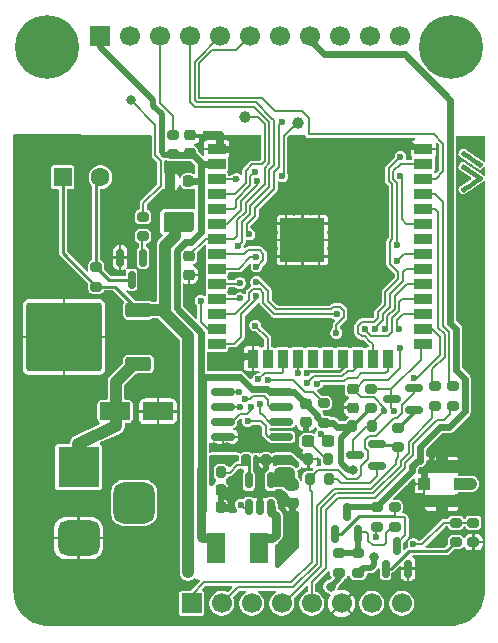
<source format=gbr>
%TF.GenerationSoftware,KiCad,Pcbnew,9.0.4*%
%TF.CreationDate,2025-09-20T18:39:02+03:00*%
%TF.ProjectId,HydraX-Meshtastic-PCB,48796472-6158-42d4-9d65-736874617374,2.1*%
%TF.SameCoordinates,Original*%
%TF.FileFunction,Copper,L1,Top*%
%TF.FilePolarity,Positive*%
%FSLAX46Y46*%
G04 Gerber Fmt 4.6, Leading zero omitted, Abs format (unit mm)*
G04 Created by KiCad (PCBNEW 9.0.4) date 2025-09-20 18:39:02*
%MOMM*%
%LPD*%
G01*
G04 APERTURE LIST*
G04 Aperture macros list*
%AMRoundRect*
0 Rectangle with rounded corners*
0 $1 Rounding radius*
0 $2 $3 $4 $5 $6 $7 $8 $9 X,Y pos of 4 corners*
0 Add a 4 corners polygon primitive as box body*
4,1,4,$2,$3,$4,$5,$6,$7,$8,$9,$2,$3,0*
0 Add four circle primitives for the rounded corners*
1,1,$1+$1,$2,$3*
1,1,$1+$1,$4,$5*
1,1,$1+$1,$6,$7*
1,1,$1+$1,$8,$9*
0 Add four rect primitives between the rounded corners*
20,1,$1+$1,$2,$3,$4,$5,0*
20,1,$1+$1,$4,$5,$6,$7,0*
20,1,$1+$1,$6,$7,$8,$9,0*
20,1,$1+$1,$8,$9,$2,$3,0*%
G04 Aperture macros list end*
%TA.AperFunction,EtchedComponent*%
%ADD10C,0.010000*%
%TD*%
%TA.AperFunction,SMDPad,CuDef*%
%ADD11RoundRect,0.150000X0.587500X0.150000X-0.587500X0.150000X-0.587500X-0.150000X0.587500X-0.150000X0*%
%TD*%
%TA.AperFunction,SMDPad,CuDef*%
%ADD12RoundRect,0.200000X-0.275000X0.200000X-0.275000X-0.200000X0.275000X-0.200000X0.275000X0.200000X0*%
%TD*%
%TA.AperFunction,SMDPad,CuDef*%
%ADD13RoundRect,0.150000X-0.825000X-0.150000X0.825000X-0.150000X0.825000X0.150000X-0.825000X0.150000X0*%
%TD*%
%TA.AperFunction,SMDPad,CuDef*%
%ADD14RoundRect,0.225000X-0.250000X0.225000X-0.250000X-0.225000X0.250000X-0.225000X0.250000X0.225000X0*%
%TD*%
%TA.AperFunction,SMDPad,CuDef*%
%ADD15R,1.500000X2.500000*%
%TD*%
%TA.AperFunction,SMDPad,CuDef*%
%ADD16RoundRect,0.225000X0.250000X-0.225000X0.250000X0.225000X-0.250000X0.225000X-0.250000X-0.225000X0*%
%TD*%
%TA.AperFunction,SMDPad,CuDef*%
%ADD17RoundRect,0.200000X0.275000X-0.200000X0.275000X0.200000X-0.275000X0.200000X-0.275000X-0.200000X0*%
%TD*%
%TA.AperFunction,SMDPad,CuDef*%
%ADD18RoundRect,0.237500X-0.300000X-0.237500X0.300000X-0.237500X0.300000X0.237500X-0.300000X0.237500X0*%
%TD*%
%TA.AperFunction,SMDPad,CuDef*%
%ADD19RoundRect,0.200000X-0.200000X-0.275000X0.200000X-0.275000X0.200000X0.275000X-0.200000X0.275000X0*%
%TD*%
%TA.AperFunction,SMDPad,CuDef*%
%ADD20RoundRect,0.200000X0.200000X0.275000X-0.200000X0.275000X-0.200000X-0.275000X0.200000X-0.275000X0*%
%TD*%
%TA.AperFunction,SMDPad,CuDef*%
%ADD21RoundRect,0.225000X-0.225000X-0.250000X0.225000X-0.250000X0.225000X0.250000X-0.225000X0.250000X0*%
%TD*%
%TA.AperFunction,ComponentPad*%
%ADD22C,0.700000*%
%TD*%
%TA.AperFunction,ComponentPad*%
%ADD23C,4.400000*%
%TD*%
%TA.AperFunction,SMDPad,CuDef*%
%ADD24RoundRect,0.225000X0.225000X0.250000X-0.225000X0.250000X-0.225000X-0.250000X0.225000X-0.250000X0*%
%TD*%
%TA.AperFunction,ComponentPad*%
%ADD25C,0.800000*%
%TD*%
%TA.AperFunction,ComponentPad*%
%ADD26C,5.400000*%
%TD*%
%TA.AperFunction,SMDPad,CuDef*%
%ADD27R,1.000000X1.000000*%
%TD*%
%TA.AperFunction,SMDPad,CuDef*%
%ADD28R,2.200000X1.050000*%
%TD*%
%TA.AperFunction,SMDPad,CuDef*%
%ADD29R,1.500000X0.900000*%
%TD*%
%TA.AperFunction,SMDPad,CuDef*%
%ADD30R,0.900000X1.500000*%
%TD*%
%TA.AperFunction,SMDPad,CuDef*%
%ADD31R,0.900000X0.900000*%
%TD*%
%TA.AperFunction,HeatsinkPad*%
%ADD32C,0.600000*%
%TD*%
%TA.AperFunction,HeatsinkPad*%
%ADD33R,3.800000X3.800000*%
%TD*%
%TA.AperFunction,SMDPad,CuDef*%
%ADD34RoundRect,0.150000X0.150000X-0.587500X0.150000X0.587500X-0.150000X0.587500X-0.150000X-0.587500X0*%
%TD*%
%TA.AperFunction,SMDPad,CuDef*%
%ADD35C,1.000000*%
%TD*%
%TA.AperFunction,SMDPad,CuDef*%
%ADD36RoundRect,0.150000X0.150000X-0.512500X0.150000X0.512500X-0.150000X0.512500X-0.150000X-0.512500X0*%
%TD*%
%TA.AperFunction,ComponentPad*%
%ADD37R,1.600000X1.600000*%
%TD*%
%TA.AperFunction,ComponentPad*%
%ADD38C,1.600000*%
%TD*%
%TA.AperFunction,SMDPad,CuDef*%
%ADD39RoundRect,0.250000X0.850000X0.350000X-0.850000X0.350000X-0.850000X-0.350000X0.850000X-0.350000X0*%
%TD*%
%TA.AperFunction,SMDPad,CuDef*%
%ADD40RoundRect,0.249997X2.950003X2.650003X-2.950003X2.650003X-2.950003X-2.650003X2.950003X-2.650003X0*%
%TD*%
%TA.AperFunction,SMDPad,CuDef*%
%ADD41RoundRect,0.150000X-0.150000X0.587500X-0.150000X-0.587500X0.150000X-0.587500X0.150000X0.587500X0*%
%TD*%
%TA.AperFunction,SMDPad,CuDef*%
%ADD42RoundRect,0.250000X-1.050000X-0.550000X1.050000X-0.550000X1.050000X0.550000X-1.050000X0.550000X0*%
%TD*%
%TA.AperFunction,ComponentPad*%
%ADD43R,1.700000X1.700000*%
%TD*%
%TA.AperFunction,ComponentPad*%
%ADD44C,1.700000*%
%TD*%
%TA.AperFunction,ComponentPad*%
%ADD45R,3.500000X3.500000*%
%TD*%
%TA.AperFunction,ComponentPad*%
%ADD46RoundRect,0.750000X1.000000X-0.750000X1.000000X0.750000X-1.000000X0.750000X-1.000000X-0.750000X0*%
%TD*%
%TA.AperFunction,ComponentPad*%
%ADD47RoundRect,0.875000X0.875000X-0.875000X0.875000X0.875000X-0.875000X0.875000X-0.875000X-0.875000X0*%
%TD*%
%TA.AperFunction,ViaPad*%
%ADD48C,0.600000*%
%TD*%
%TA.AperFunction,ViaPad*%
%ADD49C,0.800000*%
%TD*%
%TA.AperFunction,ViaPad*%
%ADD50C,1.000000*%
%TD*%
%TA.AperFunction,Conductor*%
%ADD51C,0.200000*%
%TD*%
%TA.AperFunction,Conductor*%
%ADD52C,0.400000*%
%TD*%
%TA.AperFunction,Conductor*%
%ADD53C,0.500000*%
%TD*%
%TA.AperFunction,Conductor*%
%ADD54C,0.600000*%
%TD*%
%TA.AperFunction,Conductor*%
%ADD55C,0.250000*%
%TD*%
%TA.AperFunction,Conductor*%
%ADD56C,0.800000*%
%TD*%
%TA.AperFunction,Conductor*%
%ADD57C,0.300000*%
%TD*%
%TA.AperFunction,Conductor*%
%ADD58C,1.000000*%
%TD*%
G04 APERTURE END LIST*
D10*
%TO.C,SYM1*%
X168601959Y-86401020D02*
X168611151Y-86406957D01*
X168625677Y-86416545D01*
X168645209Y-86429563D01*
X168669419Y-86445789D01*
X168697978Y-86465002D01*
X168730558Y-86486978D01*
X168766831Y-86511497D01*
X168806467Y-86538336D01*
X168849139Y-86567274D01*
X168894518Y-86598088D01*
X168942276Y-86630558D01*
X168992085Y-86664461D01*
X169043615Y-86699575D01*
X169063757Y-86713311D01*
X169123485Y-86754050D01*
X169186376Y-86796948D01*
X169251674Y-86841489D01*
X169318624Y-86887156D01*
X169386469Y-86933435D01*
X169454454Y-86979809D01*
X169521822Y-87025764D01*
X169587819Y-87070783D01*
X169651687Y-87114350D01*
X169712671Y-87155951D01*
X169770015Y-87195069D01*
X169822963Y-87231189D01*
X169870759Y-87263795D01*
X169875929Y-87267322D01*
X169921350Y-87298347D01*
X169965060Y-87328282D01*
X170006689Y-87356867D01*
X170045866Y-87383846D01*
X170082221Y-87408959D01*
X170115382Y-87431950D01*
X170144980Y-87452561D01*
X170170644Y-87470533D01*
X170192002Y-87485610D01*
X170208686Y-87497533D01*
X170220323Y-87506044D01*
X170226543Y-87510885D01*
X170227523Y-87511913D01*
X170225460Y-87515752D01*
X170219706Y-87524953D01*
X170210673Y-87538891D01*
X170198775Y-87556944D01*
X170184424Y-87578487D01*
X170168034Y-87602896D01*
X170150018Y-87629549D01*
X170135316Y-87651178D01*
X170043486Y-87785967D01*
X170010508Y-87763103D01*
X170003297Y-87758140D01*
X169990495Y-87749371D01*
X169972511Y-87737075D01*
X169949754Y-87721529D01*
X169922630Y-87703012D01*
X169891548Y-87681802D01*
X169856916Y-87658179D01*
X169819143Y-87632420D01*
X169778636Y-87604803D01*
X169735804Y-87575608D01*
X169691054Y-87545112D01*
X169644795Y-87513594D01*
X169611043Y-87490602D01*
X169557506Y-87454131D01*
X169498919Y-87414215D01*
X169436228Y-87371497D01*
X169370378Y-87326622D01*
X169302313Y-87280234D01*
X169232980Y-87232978D01*
X169163323Y-87185497D01*
X169094288Y-87138436D01*
X169026820Y-87092440D01*
X168961864Y-87048152D01*
X168900366Y-87006217D01*
X168847229Y-86969980D01*
X168798510Y-86936756D01*
X168751193Y-86904495D01*
X168705653Y-86873451D01*
X168662262Y-86843880D01*
X168621394Y-86816034D01*
X168583422Y-86790168D01*
X168548720Y-86766536D01*
X168517661Y-86745393D01*
X168490618Y-86726993D01*
X168467965Y-86711590D01*
X168450074Y-86699438D01*
X168437321Y-86690792D01*
X168430076Y-86685906D01*
X168429036Y-86685212D01*
X168418666Y-86678047D01*
X168411265Y-86672333D01*
X168408383Y-86669268D01*
X168408383Y-86669222D01*
X168410420Y-86665868D01*
X168416165Y-86657151D01*
X168425205Y-86643680D01*
X168437127Y-86626065D01*
X168451517Y-86604914D01*
X168467961Y-86580838D01*
X168486046Y-86554446D01*
X168500949Y-86532757D01*
X168521003Y-86503776D01*
X168539601Y-86477233D01*
X168556350Y-86453668D01*
X168570856Y-86433623D01*
X168582724Y-86417638D01*
X168591561Y-86406253D01*
X168596974Y-86400010D01*
X168598430Y-86398957D01*
X168601959Y-86401020D01*
%TA.AperFunction,EtchedComponent*%
G36*
X168601959Y-86401020D02*
G01*
X168611151Y-86406957D01*
X168625677Y-86416545D01*
X168645209Y-86429563D01*
X168669419Y-86445789D01*
X168697978Y-86465002D01*
X168730558Y-86486978D01*
X168766831Y-86511497D01*
X168806467Y-86538336D01*
X168849139Y-86567274D01*
X168894518Y-86598088D01*
X168942276Y-86630558D01*
X168992085Y-86664461D01*
X169043615Y-86699575D01*
X169063757Y-86713311D01*
X169123485Y-86754050D01*
X169186376Y-86796948D01*
X169251674Y-86841489D01*
X169318624Y-86887156D01*
X169386469Y-86933435D01*
X169454454Y-86979809D01*
X169521822Y-87025764D01*
X169587819Y-87070783D01*
X169651687Y-87114350D01*
X169712671Y-87155951D01*
X169770015Y-87195069D01*
X169822963Y-87231189D01*
X169870759Y-87263795D01*
X169875929Y-87267322D01*
X169921350Y-87298347D01*
X169965060Y-87328282D01*
X170006689Y-87356867D01*
X170045866Y-87383846D01*
X170082221Y-87408959D01*
X170115382Y-87431950D01*
X170144980Y-87452561D01*
X170170644Y-87470533D01*
X170192002Y-87485610D01*
X170208686Y-87497533D01*
X170220323Y-87506044D01*
X170226543Y-87510885D01*
X170227523Y-87511913D01*
X170225460Y-87515752D01*
X170219706Y-87524953D01*
X170210673Y-87538891D01*
X170198775Y-87556944D01*
X170184424Y-87578487D01*
X170168034Y-87602896D01*
X170150018Y-87629549D01*
X170135316Y-87651178D01*
X170043486Y-87785967D01*
X170010508Y-87763103D01*
X170003297Y-87758140D01*
X169990495Y-87749371D01*
X169972511Y-87737075D01*
X169949754Y-87721529D01*
X169922630Y-87703012D01*
X169891548Y-87681802D01*
X169856916Y-87658179D01*
X169819143Y-87632420D01*
X169778636Y-87604803D01*
X169735804Y-87575608D01*
X169691054Y-87545112D01*
X169644795Y-87513594D01*
X169611043Y-87490602D01*
X169557506Y-87454131D01*
X169498919Y-87414215D01*
X169436228Y-87371497D01*
X169370378Y-87326622D01*
X169302313Y-87280234D01*
X169232980Y-87232978D01*
X169163323Y-87185497D01*
X169094288Y-87138436D01*
X169026820Y-87092440D01*
X168961864Y-87048152D01*
X168900366Y-87006217D01*
X168847229Y-86969980D01*
X168798510Y-86936756D01*
X168751193Y-86904495D01*
X168705653Y-86873451D01*
X168662262Y-86843880D01*
X168621394Y-86816034D01*
X168583422Y-86790168D01*
X168548720Y-86766536D01*
X168517661Y-86745393D01*
X168490618Y-86726993D01*
X168467965Y-86711590D01*
X168450074Y-86699438D01*
X168437321Y-86690792D01*
X168430076Y-86685906D01*
X168429036Y-86685212D01*
X168418666Y-86678047D01*
X168411265Y-86672333D01*
X168408383Y-86669268D01*
X168408383Y-86669222D01*
X168410420Y-86665868D01*
X168416165Y-86657151D01*
X168425205Y-86643680D01*
X168437127Y-86626065D01*
X168451517Y-86604914D01*
X168467961Y-86580838D01*
X168486046Y-86554446D01*
X168500949Y-86532757D01*
X168521003Y-86503776D01*
X168539601Y-86477233D01*
X168556350Y-86453668D01*
X168570856Y-86433623D01*
X168582724Y-86417638D01*
X168591561Y-86406253D01*
X168596974Y-86400010D01*
X168598430Y-86398957D01*
X168601959Y-86401020D01*
G37*
%TD.AperFunction*%
X168597411Y-87547558D02*
X168606604Y-87553477D01*
X168621101Y-87563030D01*
X168640560Y-87575985D01*
X168664637Y-87592110D01*
X168692989Y-87611173D01*
X168725273Y-87632944D01*
X168761147Y-87657191D01*
X168800267Y-87683682D01*
X168842291Y-87712185D01*
X168886874Y-87742470D01*
X168933675Y-87774304D01*
X168982350Y-87807456D01*
X169021534Y-87834174D01*
X169079374Y-87873629D01*
X169140697Y-87915455D01*
X169204680Y-87959090D01*
X169270496Y-88003970D01*
X169337322Y-88049535D01*
X169404333Y-88095221D01*
X169470704Y-88140466D01*
X169535609Y-88184708D01*
X169598224Y-88227385D01*
X169657725Y-88267934D01*
X169713286Y-88305793D01*
X169764082Y-88340400D01*
X169787029Y-88356031D01*
X169839742Y-88391988D01*
X169889238Y-88425857D01*
X169935248Y-88457450D01*
X169977504Y-88486579D01*
X170015739Y-88513059D01*
X170049683Y-88536701D01*
X170079069Y-88557319D01*
X170103628Y-88574725D01*
X170123092Y-88588733D01*
X170137194Y-88599155D01*
X170145664Y-88605805D01*
X170147607Y-88607558D01*
X170167469Y-88632608D01*
X170181849Y-88661157D01*
X170190407Y-88691865D01*
X170192799Y-88723393D01*
X170188686Y-88754400D01*
X170186785Y-88761314D01*
X170176612Y-88787004D01*
X170162594Y-88811399D01*
X170146166Y-88832238D01*
X170135097Y-88842630D01*
X170130790Y-88845746D01*
X170120852Y-88852708D01*
X170105589Y-88863307D01*
X170085307Y-88877333D01*
X170060313Y-88894576D01*
X170030913Y-88914826D01*
X169997414Y-88937873D01*
X169960122Y-88963508D01*
X169919345Y-88991520D01*
X169875388Y-89021699D01*
X169828558Y-89053837D01*
X169779162Y-89087722D01*
X169727506Y-89123146D01*
X169673896Y-89159898D01*
X169618640Y-89197768D01*
X169562044Y-89236546D01*
X169504414Y-89276024D01*
X169446057Y-89315990D01*
X169387280Y-89356235D01*
X169328388Y-89396550D01*
X169269689Y-89436724D01*
X169211489Y-89476547D01*
X169154095Y-89515810D01*
X169097813Y-89554302D01*
X169042950Y-89591815D01*
X168989812Y-89628137D01*
X168938706Y-89663060D01*
X168889938Y-89696373D01*
X168843815Y-89727867D01*
X168800644Y-89757331D01*
X168760730Y-89784556D01*
X168724381Y-89809332D01*
X168691904Y-89831449D01*
X168663604Y-89850698D01*
X168639788Y-89866867D01*
X168620763Y-89879749D01*
X168606835Y-89889132D01*
X168598311Y-89894807D01*
X168595516Y-89896569D01*
X168592880Y-89893916D01*
X168586703Y-89885982D01*
X168577496Y-89873506D01*
X168565770Y-89857228D01*
X168552036Y-89837888D01*
X168536804Y-89816225D01*
X168520586Y-89792979D01*
X168503893Y-89768890D01*
X168487235Y-89744697D01*
X168471123Y-89721140D01*
X168456068Y-89698958D01*
X168442581Y-89678892D01*
X168431173Y-89661680D01*
X168422355Y-89648062D01*
X168416637Y-89638779D01*
X168414530Y-89634569D01*
X168414529Y-89634543D01*
X168414603Y-89634131D01*
X168414998Y-89633525D01*
X168415928Y-89632578D01*
X168417607Y-89631142D01*
X168420249Y-89629070D01*
X168424069Y-89626214D01*
X168429280Y-89622428D01*
X168436096Y-89617563D01*
X168444732Y-89611472D01*
X168455401Y-89604008D01*
X168468318Y-89595023D01*
X168483696Y-89584370D01*
X168501750Y-89571901D01*
X168522694Y-89557469D01*
X168546742Y-89540927D01*
X168574108Y-89522126D01*
X168605006Y-89500920D01*
X168639649Y-89477162D01*
X168678254Y-89450703D01*
X168721032Y-89421396D01*
X168768198Y-89389094D01*
X168819967Y-89353649D01*
X168876553Y-89314914D01*
X168938169Y-89272742D01*
X169005030Y-89226985D01*
X169077349Y-89177495D01*
X169155341Y-89124126D01*
X169194784Y-89097135D01*
X169251648Y-89058204D01*
X169306874Y-89020357D01*
X169360166Y-88983797D01*
X169411229Y-88948729D01*
X169459766Y-88915357D01*
X169505483Y-88883886D01*
X169548083Y-88854519D01*
X169587270Y-88827462D01*
X169622750Y-88802917D01*
X169654226Y-88781091D01*
X169681403Y-88762186D01*
X169703985Y-88746407D01*
X169721676Y-88733959D01*
X169734181Y-88725046D01*
X169741203Y-88719871D01*
X169742699Y-88718573D01*
X169739647Y-88716282D01*
X169730867Y-88710090D01*
X169716628Y-88700184D01*
X169697202Y-88686747D01*
X169672858Y-88669966D01*
X169643867Y-88650025D01*
X169610497Y-88627108D01*
X169573019Y-88601402D01*
X169531704Y-88573090D01*
X169486821Y-88542359D01*
X169438641Y-88509393D01*
X169387433Y-88474377D01*
X169333467Y-88437497D01*
X169277014Y-88398936D01*
X169218344Y-88358881D01*
X169157726Y-88317516D01*
X169095431Y-88275026D01*
X169075961Y-88261750D01*
X169013220Y-88218971D01*
X168952078Y-88177278D01*
X168892803Y-88136855D01*
X168835666Y-88097887D01*
X168780935Y-88060556D01*
X168728881Y-88025048D01*
X168679773Y-87991545D01*
X168633881Y-87960233D01*
X168591474Y-87931295D01*
X168552823Y-87904915D01*
X168518196Y-87881277D01*
X168487864Y-87860566D01*
X168462096Y-87842965D01*
X168441161Y-87828657D01*
X168425330Y-87817829D01*
X168414872Y-87810662D01*
X168410057Y-87807342D01*
X168409752Y-87807122D01*
X168411634Y-87804077D01*
X168417220Y-87795666D01*
X168426094Y-87782497D01*
X168437842Y-87765182D01*
X168452050Y-87744328D01*
X168468305Y-87720546D01*
X168486190Y-87694446D01*
X168499023Y-87675757D01*
X168518000Y-87648315D01*
X168535825Y-87622870D01*
X168552058Y-87600025D01*
X168566262Y-87580383D01*
X168577996Y-87564546D01*
X168586823Y-87553118D01*
X168592303Y-87546702D01*
X168593866Y-87545503D01*
X168597411Y-87547558D01*
%TA.AperFunction,EtchedComponent*%
G36*
X168597411Y-87547558D02*
G01*
X168606604Y-87553477D01*
X168621101Y-87563030D01*
X168640560Y-87575985D01*
X168664637Y-87592110D01*
X168692989Y-87611173D01*
X168725273Y-87632944D01*
X168761147Y-87657191D01*
X168800267Y-87683682D01*
X168842291Y-87712185D01*
X168886874Y-87742470D01*
X168933675Y-87774304D01*
X168982350Y-87807456D01*
X169021534Y-87834174D01*
X169079374Y-87873629D01*
X169140697Y-87915455D01*
X169204680Y-87959090D01*
X169270496Y-88003970D01*
X169337322Y-88049535D01*
X169404333Y-88095221D01*
X169470704Y-88140466D01*
X169535609Y-88184708D01*
X169598224Y-88227385D01*
X169657725Y-88267934D01*
X169713286Y-88305793D01*
X169764082Y-88340400D01*
X169787029Y-88356031D01*
X169839742Y-88391988D01*
X169889238Y-88425857D01*
X169935248Y-88457450D01*
X169977504Y-88486579D01*
X170015739Y-88513059D01*
X170049683Y-88536701D01*
X170079069Y-88557319D01*
X170103628Y-88574725D01*
X170123092Y-88588733D01*
X170137194Y-88599155D01*
X170145664Y-88605805D01*
X170147607Y-88607558D01*
X170167469Y-88632608D01*
X170181849Y-88661157D01*
X170190407Y-88691865D01*
X170192799Y-88723393D01*
X170188686Y-88754400D01*
X170186785Y-88761314D01*
X170176612Y-88787004D01*
X170162594Y-88811399D01*
X170146166Y-88832238D01*
X170135097Y-88842630D01*
X170130790Y-88845746D01*
X170120852Y-88852708D01*
X170105589Y-88863307D01*
X170085307Y-88877333D01*
X170060313Y-88894576D01*
X170030913Y-88914826D01*
X169997414Y-88937873D01*
X169960122Y-88963508D01*
X169919345Y-88991520D01*
X169875388Y-89021699D01*
X169828558Y-89053837D01*
X169779162Y-89087722D01*
X169727506Y-89123146D01*
X169673896Y-89159898D01*
X169618640Y-89197768D01*
X169562044Y-89236546D01*
X169504414Y-89276024D01*
X169446057Y-89315990D01*
X169387280Y-89356235D01*
X169328388Y-89396550D01*
X169269689Y-89436724D01*
X169211489Y-89476547D01*
X169154095Y-89515810D01*
X169097813Y-89554302D01*
X169042950Y-89591815D01*
X168989812Y-89628137D01*
X168938706Y-89663060D01*
X168889938Y-89696373D01*
X168843815Y-89727867D01*
X168800644Y-89757331D01*
X168760730Y-89784556D01*
X168724381Y-89809332D01*
X168691904Y-89831449D01*
X168663604Y-89850698D01*
X168639788Y-89866867D01*
X168620763Y-89879749D01*
X168606835Y-89889132D01*
X168598311Y-89894807D01*
X168595516Y-89896569D01*
X168592880Y-89893916D01*
X168586703Y-89885982D01*
X168577496Y-89873506D01*
X168565770Y-89857228D01*
X168552036Y-89837888D01*
X168536804Y-89816225D01*
X168520586Y-89792979D01*
X168503893Y-89768890D01*
X168487235Y-89744697D01*
X168471123Y-89721140D01*
X168456068Y-89698958D01*
X168442581Y-89678892D01*
X168431173Y-89661680D01*
X168422355Y-89648062D01*
X168416637Y-89638779D01*
X168414530Y-89634569D01*
X168414529Y-89634543D01*
X168414603Y-89634131D01*
X168414998Y-89633525D01*
X168415928Y-89632578D01*
X168417607Y-89631142D01*
X168420249Y-89629070D01*
X168424069Y-89626214D01*
X168429280Y-89622428D01*
X168436096Y-89617563D01*
X168444732Y-89611472D01*
X168455401Y-89604008D01*
X168468318Y-89595023D01*
X168483696Y-89584370D01*
X168501750Y-89571901D01*
X168522694Y-89557469D01*
X168546742Y-89540927D01*
X168574108Y-89522126D01*
X168605006Y-89500920D01*
X168639649Y-89477162D01*
X168678254Y-89450703D01*
X168721032Y-89421396D01*
X168768198Y-89389094D01*
X168819967Y-89353649D01*
X168876553Y-89314914D01*
X168938169Y-89272742D01*
X169005030Y-89226985D01*
X169077349Y-89177495D01*
X169155341Y-89124126D01*
X169194784Y-89097135D01*
X169251648Y-89058204D01*
X169306874Y-89020357D01*
X169360166Y-88983797D01*
X169411229Y-88948729D01*
X169459766Y-88915357D01*
X169505483Y-88883886D01*
X169548083Y-88854519D01*
X169587270Y-88827462D01*
X169622750Y-88802917D01*
X169654226Y-88781091D01*
X169681403Y-88762186D01*
X169703985Y-88746407D01*
X169721676Y-88733959D01*
X169734181Y-88725046D01*
X169741203Y-88719871D01*
X169742699Y-88718573D01*
X169739647Y-88716282D01*
X169730867Y-88710090D01*
X169716628Y-88700184D01*
X169697202Y-88686747D01*
X169672858Y-88669966D01*
X169643867Y-88650025D01*
X169610497Y-88627108D01*
X169573019Y-88601402D01*
X169531704Y-88573090D01*
X169486821Y-88542359D01*
X169438641Y-88509393D01*
X169387433Y-88474377D01*
X169333467Y-88437497D01*
X169277014Y-88398936D01*
X169218344Y-88358881D01*
X169157726Y-88317516D01*
X169095431Y-88275026D01*
X169075961Y-88261750D01*
X169013220Y-88218971D01*
X168952078Y-88177278D01*
X168892803Y-88136855D01*
X168835666Y-88097887D01*
X168780935Y-88060556D01*
X168728881Y-88025048D01*
X168679773Y-87991545D01*
X168633881Y-87960233D01*
X168591474Y-87931295D01*
X168552823Y-87904915D01*
X168518196Y-87881277D01*
X168487864Y-87860566D01*
X168462096Y-87842965D01*
X168441161Y-87828657D01*
X168425330Y-87817829D01*
X168414872Y-87810662D01*
X168410057Y-87807342D01*
X168409752Y-87807122D01*
X168411634Y-87804077D01*
X168417220Y-87795666D01*
X168426094Y-87782497D01*
X168437842Y-87765182D01*
X168452050Y-87744328D01*
X168468305Y-87720546D01*
X168486190Y-87694446D01*
X168499023Y-87675757D01*
X168518000Y-87648315D01*
X168535825Y-87622870D01*
X168552058Y-87600025D01*
X168566262Y-87580383D01*
X168577996Y-87564546D01*
X168586823Y-87553118D01*
X168592303Y-87546702D01*
X168593866Y-87545503D01*
X168597411Y-87547558D01*
G37*
%TD.AperFunction*%
%TD*%
D11*
%TO.P,Q1,1,B*%
%TO.N,Net-(Q1-B)*%
X164437500Y-108350000D03*
%TO.P,Q1,2,E*%
%TO.N,/DTR*%
X164437500Y-106450000D03*
%TO.P,Q1,3,C*%
%TO.N,/GPIO0*%
X162562500Y-107400000D03*
%TD*%
D12*
%TO.P,R1,1*%
%TO.N,/ESP32_RX*%
X166256812Y-106325000D03*
%TO.P,R1,2*%
%TO.N,Net-(J1-Pin_4)*%
X166256812Y-107975000D03*
%TD*%
D13*
%TO.P,U2,1,~{CE}*%
%TO.N,/GPIO16*%
X148274000Y-106807000D03*
%TO.P,U2,2,SO/SIO*%
%TO.N,/SDO_SD0*%
X148274000Y-108077000D03*
%TO.P,U2,3,SIO2*%
%TO.N,/SWP_SD3*%
X148274000Y-109347000D03*
%TO.P,U2,4,VSS*%
%TO.N,GND*%
X148274000Y-110617000D03*
%TO.P,U2,5,SI/SIO*%
%TO.N,/SDI_SD1*%
X153224000Y-110617000D03*
%TO.P,U2,6,SCLK*%
%TO.N,/SRAM_CLK*%
X153224000Y-109347000D03*
%TO.P,U2,7,SIO3*%
%TO.N,/SHD_SD2*%
X153224000Y-108077000D03*
%TO.P,U2,8,VCC*%
%TO.N,+3.3V*%
X153224000Y-106807000D03*
%TD*%
D14*
%TO.P,C4,1*%
%TO.N,+3.3V*%
X155300000Y-107825000D03*
%TO.P,C4,2*%
%TO.N,GND*%
X155300000Y-109375000D03*
%TD*%
D15*
%TO.P,L2,1,1*%
%TO.N,Net-(U5-SW)*%
X151350000Y-120050000D03*
%TO.P,L2,2,2*%
%TO.N,+3.3V*%
X147650000Y-120050000D03*
%TD*%
D16*
%TO.P,C5,1*%
%TO.N,+5V*%
X145300000Y-92025000D03*
%TO.P,C5,2*%
%TO.N,GND*%
X145300000Y-90475000D03*
%TD*%
D11*
%TO.P,Q2,1,B*%
%TO.N,Net-(Q2-B)*%
X161317500Y-113090000D03*
%TO.P,Q2,2,E*%
%TO.N,/RTS*%
X161317500Y-111190000D03*
%TO.P,Q2,3,C*%
%TO.N,/EN*%
X159442500Y-112140000D03*
%TD*%
D17*
%TO.P,R3,1*%
%TO.N,/RTS*%
X163110000Y-111515000D03*
%TO.P,R3,2*%
%TO.N,Net-(Q1-B)*%
X163110000Y-109865000D03*
%TD*%
D12*
%TO.P,R6,1*%
%TO.N,/GPIO16*%
X156800000Y-107775000D03*
%TO.P,R6,2*%
%TO.N,+3.3V*%
X156800000Y-109425000D03*
%TD*%
%TO.P,R2,1*%
%TO.N,/ESP32_TX*%
X167756812Y-106325000D03*
%TO.P,R2,2*%
%TO.N,Net-(J1-Pin_5)*%
X167756812Y-107975000D03*
%TD*%
D18*
%TO.P,D1,1,K*%
%TO.N,Net-(D1-K)*%
X155462500Y-111000000D03*
%TO.P,D1,2,A*%
%TO.N,/GPIO2*%
X157187500Y-111000000D03*
%TD*%
D19*
%TO.P,R14,1*%
%TO.N,Net-(U5-FB)*%
X150245000Y-112610000D03*
%TO.P,R14,2*%
%TO.N,GNDA*%
X151895000Y-112610000D03*
%TD*%
D20*
%TO.P,R8,1*%
%TO.N,Net-(D1-K)*%
X157150000Y-112500000D03*
%TO.P,R8,2*%
%TO.N,GND*%
X155500000Y-112500000D03*
%TD*%
D14*
%TO.P,C10,1*%
%TO.N,+5V*%
X154175000Y-114675000D03*
%TO.P,C10,2*%
%TO.N,GNDA*%
X154175000Y-116225000D03*
%TD*%
%TO.P,C6,1*%
%TO.N,/vbat_mon*%
X145400000Y-95350000D03*
%TO.P,C6,2*%
%TO.N,GND*%
X145400000Y-96900000D03*
%TD*%
D12*
%TO.P,R9,1*%
%TO.N,/USR_BTN*%
X144000000Y-85025000D03*
%TO.P,R9,2*%
%TO.N,+3.3V*%
X144000000Y-86675000D03*
%TD*%
D21*
%TO.P,C12,1*%
%TO.N,+3.3V*%
X146525000Y-116600000D03*
%TO.P,C12,2*%
%TO.N,GNDA*%
X148075000Y-116600000D03*
%TD*%
D14*
%TO.P,C1,1*%
%TO.N,/EN*%
X159300000Y-106600000D03*
%TO.P,C1,2*%
%TO.N,GND*%
X159300000Y-108150000D03*
%TD*%
D19*
%TO.P,R4,1*%
%TO.N,/DTR*%
X155600000Y-114200000D03*
%TO.P,R4,2*%
%TO.N,Net-(Q2-B)*%
X157250000Y-114200000D03*
%TD*%
D22*
%TO.P,H2,1,1*%
%TO.N,GND*%
X131775000Y-108605000D03*
X132258274Y-107438274D03*
X132258274Y-109771726D03*
X133425000Y-106955000D03*
D23*
X133425000Y-108605000D03*
D22*
X133425000Y-110255000D03*
X134591726Y-107438274D03*
X134591726Y-109771726D03*
X135075000Y-108605000D03*
%TD*%
D16*
%TO.P,C13,1*%
%TO.N,+5V*%
X143800000Y-92025000D03*
%TO.P,C13,2*%
%TO.N,GND*%
X143800000Y-90475000D03*
%TD*%
%TO.P,C2,1*%
%TO.N,+3.3V*%
X145500000Y-86625000D03*
%TO.P,C2,2*%
%TO.N,GND*%
X145500000Y-85075000D03*
%TD*%
D24*
%TO.P,C3,1*%
%TO.N,+3.3V*%
X145350000Y-89000000D03*
%TO.P,C3,2*%
%TO.N,GND*%
X143800000Y-89000000D03*
%TD*%
D25*
%TO.P,H1,1,1*%
%TO.N,GND*%
X165550000Y-123605000D03*
X166143109Y-122173109D03*
X166143109Y-125036891D03*
X167575000Y-121580000D03*
D26*
X167575000Y-123605000D03*
D25*
X167575000Y-125630000D03*
X169006891Y-122173109D03*
X169006891Y-125036891D03*
X169600000Y-123605000D03*
%TD*%
D27*
%TO.P,J4,1,In*%
%TO.N,Net-(J4-In)*%
X168300000Y-114600000D03*
D28*
%TO.P,J4,2,Ext*%
%TO.N,GND*%
X166800000Y-116075000D03*
X166800000Y-113125000D03*
D27*
X165300000Y-114600000D03*
%TD*%
D29*
%TO.P,U1,1,GND*%
%TO.N,GND*%
X147750000Y-86238000D03*
%TO.P,U1,2,VDD*%
%TO.N,+3.3V*%
X147750000Y-87508000D03*
%TO.P,U1,3,EN*%
%TO.N,/EN*%
X147750000Y-88778000D03*
%TO.P,U1,4,SENSOR_VP*%
%TO.N,Net-(U1-SENSOR_VP)*%
X147750000Y-90048000D03*
%TO.P,U1,5,SENSOR_VN*%
%TO.N,/USR_BTN*%
X147750000Y-91318000D03*
%TO.P,U1,6,IO34*%
%TO.N,Net-(U1-IO34)*%
X147750000Y-92588000D03*
%TO.P,U1,7,IO35*%
%TO.N,/vbat_mon*%
X147750000Y-93858000D03*
%TO.P,U1,8,IO32*%
%TO.N,/e22_BUSY*%
X147750000Y-95128000D03*
%TO.P,U1,9,IO33*%
%TO.N,/e22_DIO1*%
X147750000Y-96398000D03*
%TO.P,U1,10,IO25*%
%TO.N,/5V_pwrctrl*%
X147750000Y-97668000D03*
%TO.P,U1,11,IO26*%
%TO.N,/gpio_26*%
X147750000Y-98938000D03*
%TO.P,U1,12,IO27*%
%TO.N,/e22_MOSI*%
X147750000Y-100208000D03*
%TO.P,U1,13,IO14*%
%TO.N,/e22_RXEN*%
X147750000Y-101478000D03*
%TO.P,U1,14,IO12*%
%TO.N,/GPS_RX*%
X147750000Y-102748000D03*
D30*
%TO.P,U1,15,GND*%
%TO.N,GND*%
X150790000Y-103998000D03*
%TO.P,U1,16,IO13*%
%TO.N,/e22_TXEN*%
X152060000Y-103998000D03*
%TO.P,U1,17,SHD/SD2*%
%TO.N,/SHD_SD2*%
X153330000Y-103998000D03*
%TO.P,U1,18,SWP/SD3*%
%TO.N,/SWP_SD3*%
X154600000Y-103998000D03*
%TO.P,U1,19,SCS/CMD*%
%TO.N,unconnected-(U1-SCS{slash}CMD-Pad19)*%
X155870000Y-103998000D03*
%TO.P,U1,20,SCK/CLK*%
%TO.N,unconnected-(U1-SCK{slash}CLK-Pad20)*%
X157140000Y-103998000D03*
%TO.P,U1,21,SDO/SD0*%
%TO.N,/SDO_SD0*%
X158410000Y-103998000D03*
%TO.P,U1,22,SDI/SD1*%
%TO.N,/SDI_SD1*%
X159680000Y-103998000D03*
%TO.P,U1,23,IO15*%
%TO.N,/GPS_TX*%
X160950000Y-103998000D03*
%TO.P,U1,24,IO2*%
%TO.N,/GPIO2*%
X162220000Y-103998000D03*
D29*
%TO.P,U1,25,IO0*%
%TO.N,/GPIO0*%
X165250000Y-102748000D03*
%TO.P,U1,26,IO4*%
%TO.N,/GPS_PWR_enable*%
X165250000Y-101478000D03*
%TO.P,U1,27,IO16*%
%TO.N,/GPIO16*%
X165250000Y-100208000D03*
%TO.P,U1,28,IO17*%
%TO.N,/SRAM_CLK*%
X165250000Y-98938000D03*
%TO.P,U1,29,IO5*%
%TO.N,/e22_SCK*%
X165250000Y-97668000D03*
%TO.P,U1,30,IO18*%
%TO.N,/e22_NSS*%
X165250000Y-96398000D03*
%TO.P,U1,31,IO19*%
%TO.N,/e22_MISO*%
X165250000Y-95128000D03*
%TO.P,U1,32,NC*%
%TO.N,unconnected-(U1-NC-Pad32)*%
X165250000Y-93858000D03*
%TO.P,U1,33,IO21*%
%TO.N,/SDA*%
X165250000Y-92588000D03*
%TO.P,U1,34,RXD0/IO3*%
%TO.N,/ESP32_RX*%
X165250000Y-91318000D03*
%TO.P,U1,35,TXD0/IO1*%
%TO.N,/ESP32_TX*%
X165250000Y-90048000D03*
%TO.P,U1,36,IO22*%
%TO.N,/SCL*%
X165250000Y-88778000D03*
%TO.P,U1,37,IO23*%
%TO.N,/e22_NRST*%
X165250000Y-87508000D03*
%TO.P,U1,38,GND*%
%TO.N,GND*%
X165250000Y-86238000D03*
D31*
%TO.P,U1,39,GND*%
X153600000Y-92558000D03*
D32*
X153600000Y-93258000D03*
D31*
X153600000Y-93958000D03*
D32*
X153600000Y-94658000D03*
D31*
X153600000Y-95358000D03*
D32*
X154300000Y-92558000D03*
X154300000Y-93958000D03*
X154300000Y-95358000D03*
X154975000Y-93258000D03*
X154975000Y-94658000D03*
D31*
X155000000Y-92558000D03*
X155000000Y-93958000D03*
D33*
X155000000Y-93958000D03*
D31*
X155000000Y-95358000D03*
D32*
X155700000Y-92558000D03*
X155700000Y-93958000D03*
X155700000Y-95358000D03*
D31*
X156400000Y-92558000D03*
D32*
X156400000Y-93258000D03*
D31*
X156400000Y-93958000D03*
D32*
X156400000Y-94658000D03*
D31*
X156400000Y-95358000D03*
%TD*%
D34*
%TO.P,Q4,1,B*%
%TO.N,Net-(Q4-B)*%
X162040000Y-121777500D03*
%TO.P,Q4,2,E*%
%TO.N,GND*%
X163940000Y-121777500D03*
%TO.P,Q4,3,C*%
%TO.N,Net-(Q4-C)*%
X162990000Y-119902500D03*
%TD*%
D12*
%TO.P,R16,1*%
%TO.N,/GPS_pwr*%
X161300000Y-116575000D03*
%TO.P,R16,2*%
%TO.N,/GPS_PWR_enable*%
X161300000Y-118225000D03*
%TD*%
D21*
%TO.P,C11,1*%
%TO.N,+3.3V*%
X146525000Y-115100000D03*
%TO.P,C11,2*%
%TO.N,GNDA*%
X148075000Y-115100000D03*
%TD*%
D19*
%TO.P,R7,1*%
%TO.N,+3.3V*%
X159225000Y-109700000D03*
%TO.P,R7,2*%
%TO.N,/EN*%
X160875000Y-109700000D03*
%TD*%
D12*
%TO.P,R5,1*%
%TO.N,/GPIO0*%
X160800000Y-106550000D03*
%TO.P,R5,2*%
%TO.N,+3.3V*%
X160800000Y-108200000D03*
%TD*%
D35*
%TO.P,TP1,1,1*%
%TO.N,Net-(U1-SENSOR_VP)*%
X150100000Y-83550000D03*
%TD*%
D19*
%TO.P,R13,1*%
%TO.N,+3.3V*%
X146475000Y-113600000D03*
%TO.P,R13,2*%
%TO.N,Net-(U5-FB)*%
X148125000Y-113600000D03*
%TD*%
D36*
%TO.P,U5,1,EN*%
%TO.N,+5V*%
X150450000Y-116587500D03*
%TO.P,U5,2,GND*%
%TO.N,GNDA*%
X151400000Y-116587500D03*
%TO.P,U5,3,SW*%
%TO.N,Net-(U5-SW)*%
X152350000Y-116587500D03*
%TO.P,U5,4,VIN*%
%TO.N,+5V*%
X152350000Y-114312500D03*
%TO.P,U5,5,FB*%
%TO.N,Net-(U5-FB)*%
X150450000Y-114312500D03*
%TD*%
D35*
%TO.P,TP2,1,1*%
%TO.N,Net-(U1-IO34)*%
X154600000Y-84010000D03*
%TD*%
D12*
%TO.P,R10,1*%
%TO.N,Net-(Q5-S)*%
X159722382Y-120499320D03*
%TO.P,R10,2*%
%TO.N,+3.3V*%
X159722382Y-122149320D03*
%TD*%
%TO.P,R11,1*%
%TO.N,Net-(Q5-S)*%
X158122382Y-120474320D03*
%TO.P,R11,2*%
%TO.N,+5V*%
X158122382Y-122124320D03*
%TD*%
D34*
%TO.P,Q5,1,G*%
%TO.N,Net-(Q4-C)*%
X157790000Y-118820000D03*
%TO.P,Q5,2,S*%
%TO.N,Net-(Q5-S)*%
X159690000Y-118820000D03*
%TO.P,Q5,3,D*%
%TO.N,/GPS_pwr*%
X158740000Y-116945000D03*
%TD*%
D12*
%TO.P,R15,1*%
%TO.N,Net-(Q4-C)*%
X162800000Y-116575000D03*
%TO.P,R15,2*%
%TO.N,Net-(Q5-S)*%
X162800000Y-118225000D03*
%TD*%
%TO.P,R12,1*%
%TO.N,/GPS_PWR_enable*%
X167977061Y-117889345D03*
%TO.P,R12,2*%
%TO.N,Net-(Q4-B)*%
X167977061Y-119539345D03*
%TD*%
D17*
%TO.P,R17,1*%
%TO.N,GND*%
X169477061Y-119539345D03*
%TO.P,R17,2*%
%TO.N,/GPS_PWR_enable*%
X169477061Y-117889345D03*
%TD*%
D37*
%TO.P,BZ1,1,+*%
%TO.N,+5V*%
X134700000Y-88640000D03*
D38*
%TO.P,BZ1,2,-*%
%TO.N,Net-(BZ1--)*%
X137900000Y-88640000D03*
%TD*%
D39*
%TO.P,U4,1,IN*%
%TO.N,Net-(U4-IN)*%
X141115000Y-104455000D03*
D40*
%TO.P,U4,2,GND*%
%TO.N,GND*%
X134815000Y-102175000D03*
D39*
%TO.P,U4,3,OUT*%
%TO.N,+5V*%
X141115000Y-99895000D03*
%TD*%
D25*
%TO.P,H4,1,1*%
%TO.N,unconnected-(H4-Pad1)*%
X131400000Y-77605000D03*
X131993109Y-76173109D03*
X131993109Y-79036891D03*
D26*
X133400000Y-77605000D03*
D25*
X133425000Y-75580000D03*
X133425000Y-79630000D03*
X134856891Y-76173109D03*
X134856891Y-79036891D03*
X135450000Y-77605000D03*
%TD*%
D41*
%TO.P,Q3,1,B*%
%TO.N,Net-(Q3-B)*%
X141480000Y-95452500D03*
%TO.P,Q3,2,E*%
%TO.N,GND*%
X139580000Y-95452500D03*
%TO.P,Q3,3,C*%
%TO.N,Net-(BZ1--)*%
X140530000Y-97327500D03*
%TD*%
D42*
%TO.P,C7,1*%
%TO.N,Net-(U4-IN)*%
X139150000Y-108475000D03*
%TO.P,C7,2*%
%TO.N,GND*%
X142750000Y-108475000D03*
%TD*%
D12*
%TO.P,R18,1*%
%TO.N,/gpio_26*%
X141520000Y-91985000D03*
%TO.P,R18,2*%
%TO.N,Net-(Q3-B)*%
X141520000Y-93635000D03*
%TD*%
D43*
%TO.P,J1,1,Pin_1*%
%TO.N,/DTR*%
X145625000Y-124725000D03*
D44*
%TO.P,J1,2,Pin_2*%
%TO.N,/RTS*%
X148165000Y-124725000D03*
%TO.P,J1,3,Pin_3*%
%TO.N,+5V*%
X150705000Y-124725000D03*
%TO.P,J1,4,Pin_4*%
%TO.N,Net-(J1-Pin_4)*%
X153245000Y-124725000D03*
%TO.P,J1,5,Pin_5*%
%TO.N,Net-(J1-Pin_5)*%
X155785000Y-124725000D03*
%TO.P,J1,6,Pin_6*%
%TO.N,GND*%
X158325000Y-124725000D03*
%TO.P,J1,7,Pin_7*%
%TO.N,/EN*%
X160865000Y-124725000D03*
%TO.P,J1,8,Pin_8*%
%TO.N,/GPIO0*%
X163405000Y-124725000D03*
%TD*%
D12*
%TO.P,R19,1*%
%TO.N,Net-(BZ1--)*%
X137550000Y-96245000D03*
%TO.P,R19,2*%
%TO.N,+5V*%
X137550000Y-97895000D03*
%TD*%
D45*
%TO.P,J3,1*%
%TO.N,Net-(U4-IN)*%
X136042500Y-113200000D03*
D46*
%TO.P,J3,2*%
%TO.N,GND*%
X136042500Y-119200000D03*
D47*
%TO.P,J3,3*%
%TO.N,unconnected-(J3-Pad3)*%
X140742500Y-116200000D03*
%TD*%
D25*
%TO.P,H3,1,1*%
%TO.N,unconnected-(H3-Pad1)*%
X165550000Y-77605000D03*
X166143109Y-76173109D03*
X166143109Y-79036891D03*
X167575000Y-75580000D03*
X167575000Y-79630000D03*
D26*
X167606891Y-77605000D03*
D25*
X169006891Y-76173109D03*
X169006891Y-79036891D03*
X169600000Y-77605000D03*
%TD*%
D43*
%TO.P,J2,1*%
%TO.N,+3.3V*%
X137850000Y-76700000D03*
D44*
%TO.P,J2,2*%
%TO.N,/gpio_26*%
X140390000Y-76700000D03*
%TO.P,J2,3*%
%TO.N,/USR_BTN*%
X142930000Y-76700000D03*
%TO.P,J2,4*%
%TO.N,/vbat_mon*%
X145470000Y-76700000D03*
%TO.P,J2,5*%
%TO.N,/5V_pwrctrl*%
X148010000Y-76700000D03*
%TO.P,J2,6*%
%TO.N,/SCL*%
X150550000Y-76700000D03*
%TO.P,J2,7*%
%TO.N,/SDA*%
X153090000Y-76700000D03*
%TO.P,J2,8*%
%TO.N,/GPS_pwr*%
X155630000Y-76700000D03*
%TO.P,J2,9*%
%TO.N,/GPS_RX*%
X158170000Y-76700000D03*
%TO.P,J2,10*%
%TO.N,/GPS_TX*%
X160710000Y-76700000D03*
%TO.P,J2,11*%
%TO.N,GND*%
X163250000Y-76700000D03*
%TD*%
D48*
%TO.N,GND*%
X169400000Y-115700000D03*
X168200000Y-115700000D03*
X168800000Y-115700000D03*
X168200000Y-113000000D03*
X166600000Y-112300000D03*
X168800000Y-113000000D03*
D49*
X160000000Y-92400000D03*
D48*
X166700000Y-117300000D03*
X157950000Y-108050000D03*
D49*
X159200000Y-90200000D03*
X147500000Y-111450000D03*
X160800000Y-90200000D03*
D48*
X144800000Y-87600000D03*
D49*
X155800000Y-86000000D03*
X161600000Y-90200000D03*
X149600000Y-111499990D03*
D48*
X164900000Y-117000000D03*
X166000000Y-112300000D03*
X157950000Y-106850000D03*
D49*
X149800000Y-103950000D03*
D48*
X145400000Y-87600000D03*
X147999977Y-85000000D03*
X166000000Y-111700000D03*
D49*
X150600004Y-111500000D03*
D48*
X165100000Y-113450000D03*
X164321143Y-114604185D03*
X157950000Y-107450000D03*
X150200000Y-86950000D03*
D49*
X160800000Y-92400000D03*
X148600000Y-111500000D03*
D48*
X151000000Y-86150000D03*
X150200000Y-85350000D03*
D49*
X159200000Y-92400000D03*
D48*
X166600000Y-111700000D03*
D49*
X147400000Y-103950000D03*
X158800000Y-86000000D03*
D48*
X164300000Y-115200000D03*
D49*
X164100000Y-86000000D03*
X157300000Y-86000000D03*
D48*
X151000000Y-86950000D03*
X164900000Y-115800000D03*
D49*
X160300000Y-86000000D03*
X161600000Y-92400000D03*
D48*
X165500000Y-117300000D03*
X146800000Y-85000000D03*
X146400000Y-95900000D03*
X164900000Y-116400000D03*
X169400000Y-113000000D03*
X166100000Y-117300000D03*
D49*
X160000000Y-90200000D03*
X148200000Y-103950000D03*
D48*
X147400000Y-85000000D03*
X150200000Y-86150000D03*
D49*
X149000000Y-103950000D03*
D48*
X164300000Y-115800000D03*
X151000000Y-85350000D03*
X143600000Y-87600000D03*
X144200000Y-87600000D03*
%TO.N,/EN*%
X163300000Y-103100011D03*
X151099364Y-97499364D03*
X157869975Y-101819975D03*
X161935277Y-108402705D03*
X149400000Y-88800000D03*
%TO.N,/GPIO2*%
X156237208Y-106109850D03*
X156600000Y-110350000D03*
D49*
%TO.N,+3.3V*%
X159250000Y-113450000D03*
X161054504Y-120800010D03*
D48*
%TO.N,/GPIO0*%
X162750000Y-108450000D03*
D50*
%TO.N,Net-(J4-In)*%
X169250000Y-114600000D03*
D48*
%TO.N,/GPIO16*%
X149657000Y-106807000D03*
X163200003Y-101500000D03*
X152050735Y-105800735D03*
%TO.N,/e22_NRST*%
X163000000Y-94400000D03*
%TO.N,/SDA*%
X163300000Y-88500000D03*
%TO.N,/e22_MISO*%
X163000000Y-95700000D03*
%TO.N,/e22_NSS*%
X161126472Y-101499999D03*
%TO.N,/e22_SCK*%
X162000000Y-101486863D03*
%TO.N,/SRAM_CLK*%
X160300000Y-101500000D03*
X151419363Y-107800746D03*
%TO.N,/SDI_SD1*%
X155428015Y-106070514D03*
X150361908Y-109278993D03*
%TO.N,/SDO_SD0*%
X149700000Y-108077000D03*
X155398859Y-105242745D03*
%TO.N,/SWP_SD3*%
X150625292Y-108078992D03*
X154600000Y-105199989D03*
%TO.N,/SHD_SD2*%
X150167700Y-107422783D03*
X151252554Y-105746794D03*
%TO.N,/e22_TXEN*%
X151000000Y-101200000D03*
%TO.N,/e22_RXEN*%
X146390000Y-99110000D03*
%TO.N,/e22_MOSI*%
X157900000Y-100219964D03*
%TO.N,/e22_DIO1*%
X151104453Y-95400000D03*
%TO.N,/e22_BUSY*%
X151104453Y-96200000D03*
D49*
%TO.N,+5V*%
X145300000Y-122100000D03*
X145300000Y-121300000D03*
D48*
X144800000Y-92750000D03*
X145400000Y-92750000D03*
D49*
X153900000Y-113700000D03*
D48*
X144200000Y-92750000D03*
X143600000Y-92750000D03*
D49*
X153100000Y-113700000D03*
D48*
X149784467Y-116356893D03*
D49*
X145300000Y-120500000D03*
X157380000Y-123310000D03*
D48*
%TO.N,/5V_pwrctrl*%
X149504442Y-94500000D03*
X149700000Y-97600000D03*
%TO.N,GNDA*%
X151400000Y-115450000D03*
X152600000Y-115450000D03*
X152000000Y-115450000D03*
X150800000Y-115450000D03*
X150200000Y-115450000D03*
X147400000Y-112750000D03*
X149000000Y-115600000D03*
X149000000Y-114400000D03*
X149600000Y-114400000D03*
X149600000Y-115000000D03*
X149000000Y-115000000D03*
%TO.N,/GPS_TX*%
X163300012Y-86900000D03*
%TO.N,/USR_BTN*%
X150949264Y-88199265D03*
%TO.N,/GPS_PWR_enable*%
X161250000Y-119100000D03*
X164440000Y-105602831D03*
X164400000Y-119700000D03*
%TO.N,/GPS_RX*%
X150500010Y-93476246D03*
X151100000Y-98700000D03*
X153275735Y-83925735D03*
%TO.N,/gpio_26*%
X149700000Y-98900000D03*
D49*
X140450000Y-82130000D03*
D48*
%TO.N,Net-(U1-IO34)*%
X151186778Y-88964677D03*
X153300032Y-88550000D03*
%TD*%
D51*
%TO.N,GND*%
X160800000Y-92400000D02*
X160000000Y-92400000D01*
X168125000Y-116075000D02*
X168200000Y-116000000D01*
X166800000Y-116075000D02*
X168125000Y-116075000D01*
D52*
X148600000Y-111600000D02*
X149599990Y-111600000D01*
D51*
X164325328Y-114600000D02*
X164321143Y-114604185D01*
X164900000Y-115800000D02*
X164900000Y-116400000D01*
D52*
X147500000Y-111391000D02*
X147500000Y-111600030D01*
D53*
X154200000Y-111600000D02*
X150600004Y-111600000D01*
D54*
X147999977Y-85000000D02*
X146800000Y-85000000D01*
D55*
X145500000Y-85075000D02*
X146725000Y-85075000D01*
D51*
X158050000Y-108150000D02*
X157950000Y-108050000D01*
X146400000Y-95900000D02*
X146400000Y-96700000D01*
X149000000Y-104100000D02*
X148200000Y-104100000D01*
D52*
X164767000Y-86000000D02*
X160300000Y-86000000D01*
D53*
X155500000Y-112500000D02*
X155100000Y-112500000D01*
D54*
X149800000Y-103750000D02*
X150750000Y-103750000D01*
D51*
X148274000Y-111274000D02*
X148600000Y-111600000D01*
X166150000Y-112300000D02*
X166150000Y-111700000D01*
X166800000Y-112350000D02*
X166750000Y-112300000D01*
X164900000Y-117000000D02*
X165200000Y-117300000D01*
X166800000Y-113125000D02*
X166800000Y-112350000D01*
D52*
X151400000Y-111600000D02*
X150600004Y-111600000D01*
D53*
X155100000Y-112500000D02*
X154200000Y-111600000D01*
D54*
X151000000Y-85350000D02*
X151000000Y-86150000D01*
D51*
X144800000Y-87600000D02*
X145400000Y-87600000D01*
X166100000Y-117300000D02*
X166700000Y-117300000D01*
D54*
X148000000Y-86233000D02*
X147999977Y-86232977D01*
D51*
X161600000Y-90600000D02*
X161600000Y-92400000D01*
D54*
X165300000Y-114600000D02*
X165300000Y-113650000D01*
D51*
X159300000Y-108150000D02*
X158050000Y-108150000D01*
X148274000Y-110617000D02*
X148274000Y-111274000D01*
X168200000Y-113100000D02*
X168800000Y-113100000D01*
X146400000Y-96700000D02*
X146200000Y-96900000D01*
X146200000Y-96900000D02*
X145400000Y-96900000D01*
X158800000Y-89800000D02*
X159200000Y-90200000D01*
X165200000Y-117300000D02*
X165500000Y-117300000D01*
D54*
X150200000Y-86150000D02*
X150200000Y-86950000D01*
X147999977Y-86232977D02*
X147999977Y-85000000D01*
D51*
X158800000Y-86000000D02*
X158800000Y-89800000D01*
D54*
X149317000Y-86233000D02*
X150200000Y-85350000D01*
D51*
X143600000Y-87600000D02*
X144200000Y-87600000D01*
D52*
X149599990Y-111600000D02*
X149600000Y-111599990D01*
D51*
X164300000Y-115200000D02*
X164300000Y-115800000D01*
X165300000Y-114600000D02*
X164325328Y-114600000D01*
X161600000Y-92400000D02*
X161600000Y-90200000D01*
X157950000Y-107450000D02*
X157950000Y-106850000D01*
X160000000Y-90200000D02*
X160800000Y-90200000D01*
D55*
X146725000Y-85075000D02*
X146800000Y-85000000D01*
D52*
X165000000Y-86233000D02*
X164767000Y-86000000D01*
D54*
X148000000Y-86233000D02*
X149617000Y-86233000D01*
X165300000Y-113650000D02*
X165100000Y-113450000D01*
D51*
%TO.N,/EN*%
X163300000Y-104824264D02*
X163300000Y-103100011D01*
X160250010Y-105849990D02*
X161149990Y-105849990D01*
X160875000Y-109700000D02*
X160875000Y-109462982D01*
X160750000Y-109700000D02*
X160600000Y-109700000D01*
X158500001Y-100507965D02*
X157869975Y-101137991D01*
X161935277Y-108145173D02*
X161036104Y-107246000D01*
X163300000Y-104700000D02*
X163300000Y-104400000D01*
X157611999Y-99619963D02*
X158188001Y-99619963D01*
X163300000Y-104824264D02*
X163300000Y-104400000D01*
X159250000Y-112300000D02*
X159250000Y-110890000D01*
X157869975Y-101137991D02*
X157869975Y-101819975D01*
X160440000Y-109700000D02*
X160900000Y-109700000D01*
X161036104Y-107246000D02*
X159946000Y-107246000D01*
X161149990Y-105849990D02*
X161850010Y-105849990D01*
X158188001Y-99619963D02*
X158500001Y-99931963D01*
X161850010Y-105849990D02*
X162249990Y-105849990D01*
X159946000Y-107246000D02*
X159300000Y-106600000D01*
X161149990Y-105849990D02*
X162274274Y-105849990D01*
X161025000Y-109700000D02*
X161025000Y-109575000D01*
X162274274Y-105849990D02*
X163300000Y-104824264D01*
X161850010Y-105849990D02*
X162050010Y-105849990D01*
X158500001Y-99931963D02*
X158500001Y-100507965D01*
X152100011Y-99134313D02*
X152100011Y-98246310D01*
X152100011Y-98246310D02*
X151353065Y-97499364D01*
X159500000Y-106600000D02*
X160250010Y-105849990D01*
X147772000Y-88800000D02*
X147750000Y-88778000D01*
X160875000Y-109462982D02*
X161935277Y-108402705D01*
X161935277Y-108402705D02*
X161935277Y-108145173D01*
X152785652Y-99819954D02*
X157412008Y-99819954D01*
X152785652Y-99819954D02*
X152100011Y-99134313D01*
X151353065Y-97499364D02*
X151099364Y-97499364D01*
X149400000Y-88800000D02*
X147772000Y-88800000D01*
X159250000Y-110890000D02*
X160440000Y-109700000D01*
X149400000Y-88800000D02*
X149600000Y-88800000D01*
X157412008Y-99819954D02*
X157611999Y-99619963D01*
X160875000Y-109700000D02*
X160700000Y-109700000D01*
%TO.N,/GPIO2*%
X162215000Y-103743000D02*
X162215000Y-105034990D01*
X158531378Y-105900020D02*
X156447038Y-105900020D01*
X156447038Y-105900020D02*
X156237208Y-106109850D01*
X162215000Y-103743000D02*
X162215000Y-104943000D01*
X160001480Y-105249990D02*
X159650735Y-105600735D01*
X158830662Y-105600735D02*
X158531378Y-105900020D01*
X157150000Y-111000000D02*
X156500000Y-110350000D01*
X159650735Y-105600735D02*
X158830662Y-105600735D01*
X160300000Y-105249990D02*
X160001480Y-105249990D01*
X157287500Y-111000000D02*
X157150000Y-111000000D01*
X162215000Y-105034990D02*
X162000000Y-105249990D01*
X162000000Y-105249990D02*
X160300000Y-105249990D01*
D53*
%TO.N,+3.3V*%
X158250000Y-110750000D02*
X159100000Y-109900000D01*
D51*
X155300000Y-107825000D02*
X155300000Y-107875000D01*
D54*
X152036534Y-106600736D02*
X152167899Y-106732101D01*
X146400000Y-117700000D02*
X146400000Y-118550000D01*
D56*
X146400000Y-116750000D02*
X146400000Y-118550000D01*
D53*
X160775000Y-121725000D02*
X161054504Y-121445496D01*
D54*
X157900000Y-109750000D02*
X159200000Y-109750000D01*
X146487002Y-87503000D02*
X146400000Y-87415998D01*
X150750736Y-106600736D02*
X151099264Y-106600736D01*
X146400000Y-105900000D02*
X146475000Y-105975000D01*
X145074980Y-94125000D02*
X145575000Y-94125000D01*
X146400000Y-89050000D02*
X146400000Y-93300000D01*
X150025000Y-105875000D02*
X149700000Y-105550000D01*
X157575000Y-109425000D02*
X157900000Y-109750000D01*
D56*
X146400000Y-117700000D02*
X146400000Y-113550000D01*
X147400000Y-119200000D02*
X146525000Y-119200000D01*
D53*
X143074990Y-86524990D02*
X143074990Y-83289310D01*
D51*
X156850000Y-109425000D02*
X156850000Y-109350000D01*
D53*
X159250000Y-113450000D02*
X158877832Y-113450000D01*
X159722382Y-122149320D02*
X160095654Y-121776048D01*
D56*
X147650000Y-120050000D02*
X147650000Y-119450000D01*
D54*
X149700000Y-105550000D02*
X146750000Y-105550000D01*
X146350000Y-89000000D02*
X146400000Y-89050000D01*
D53*
X160095654Y-121776048D02*
X160095654Y-121725000D01*
X161054504Y-121445496D02*
X161054504Y-120800010D01*
D54*
X156725000Y-109425000D02*
X156275010Y-108975010D01*
X144350000Y-94849980D02*
X145074980Y-94125000D01*
D56*
X146475000Y-113600000D02*
X146475000Y-105975000D01*
D54*
X144399999Y-86799999D02*
X144749999Y-86799999D01*
D57*
X159300000Y-109700000D02*
X160800000Y-108200000D01*
D54*
X145350000Y-89000000D02*
X146350000Y-89000000D01*
D53*
X144000000Y-86750000D02*
X143300000Y-86750000D01*
X160146702Y-121725000D02*
X160775000Y-121725000D01*
D54*
X150025000Y-105875000D02*
X150750736Y-106600736D01*
X156275010Y-108975010D02*
X156275010Y-108775010D01*
X146750000Y-105550000D02*
X146400000Y-105900000D01*
X146400000Y-93300000D02*
X145575000Y-94125000D01*
D53*
X142384000Y-82144000D02*
X137850000Y-77610000D01*
D54*
X154300000Y-106800000D02*
X152235798Y-106800000D01*
D53*
X158250000Y-112822168D02*
X158250000Y-110750000D01*
D54*
X146400000Y-101800000D02*
X146400000Y-105900000D01*
D56*
X146400010Y-118550010D02*
X146400000Y-118550000D01*
D54*
X148000000Y-87503000D02*
X146487002Y-87503000D01*
D57*
X155300000Y-107825000D02*
X155300000Y-107925000D01*
X159100000Y-109700000D02*
X159300000Y-109700000D01*
D53*
X143074990Y-83289310D02*
X142384000Y-82598320D01*
D54*
X151099264Y-106600736D02*
X152036534Y-106600736D01*
D53*
X143300000Y-86750000D02*
X143074990Y-86524990D01*
D56*
X146475000Y-116675000D02*
X146400000Y-116750000D01*
X147650000Y-120050000D02*
X147650000Y-119225000D01*
D53*
X142384000Y-82598320D02*
X142384000Y-82144000D01*
D54*
X144350000Y-94849980D02*
X144350000Y-99750000D01*
D53*
X158877832Y-113450000D02*
X158250000Y-112822168D01*
X137850000Y-77610000D02*
X137850000Y-76700000D01*
D54*
X156275010Y-108775010D02*
X154300000Y-106800000D01*
D53*
X159722382Y-122149320D02*
X160146702Y-121725000D01*
D54*
X152235798Y-106800000D02*
X152036534Y-106600736D01*
D57*
X155300000Y-107536410D02*
X155300000Y-107825000D01*
D54*
X144749999Y-86799999D02*
X143849999Y-86799999D01*
X148000000Y-87503000D02*
X147097000Y-87503000D01*
D56*
X146400010Y-119075010D02*
X146400010Y-118550010D01*
D54*
X144749999Y-86799999D02*
X145784001Y-86799999D01*
D56*
X147650000Y-119450000D02*
X147400000Y-119200000D01*
D54*
X144350000Y-99750000D02*
X146400000Y-101800000D01*
X146400000Y-87415998D02*
X146400000Y-89050000D01*
D56*
X146475000Y-113600000D02*
X146475000Y-116675000D01*
D54*
X157575000Y-109425000D02*
X156725000Y-109425000D01*
D56*
X146525000Y-119200000D02*
X146400010Y-119075010D01*
D54*
X145784001Y-86799999D02*
X146400000Y-87415998D01*
D51*
%TO.N,/GPIO0*%
X160800000Y-106550000D02*
X160834302Y-106584302D01*
X162500000Y-106584302D02*
X165000000Y-104084302D01*
X162500000Y-108200000D02*
X162750000Y-108450000D01*
X162500000Y-107400000D02*
X162500000Y-108004563D01*
X162265699Y-107400000D02*
X162500000Y-107400000D01*
X162500000Y-107400000D02*
X162500000Y-108200000D01*
X160834302Y-106584302D02*
X162500000Y-106584302D01*
X165000000Y-104084302D02*
X165000000Y-102743000D01*
X162500000Y-107400000D02*
X162500000Y-106584302D01*
%TO.N,/DTR*%
X155799967Y-116450033D02*
X155799967Y-121225031D01*
X158800001Y-114150001D02*
X159636001Y-114150001D01*
X160605104Y-110530000D02*
X161263008Y-110530000D01*
X155600000Y-114550000D02*
X155600000Y-115120782D01*
X159946000Y-113840002D02*
X159946000Y-113084000D01*
X164437500Y-106897396D02*
X164437500Y-106450000D01*
X146650010Y-122949990D02*
X145625000Y-123975000D01*
X155600000Y-115120782D02*
X155800000Y-115320782D01*
X145625000Y-123975000D02*
X145625000Y-124725000D01*
X155800000Y-114250000D02*
X155799967Y-114250033D01*
X163404000Y-107930896D02*
X164437500Y-106897396D01*
X155899970Y-114299970D02*
X155750000Y-114150000D01*
X159636001Y-114150001D02*
X159946000Y-113840002D01*
X154075009Y-122949990D02*
X146650010Y-122949990D01*
X155800000Y-115320782D02*
X155800000Y-116295782D01*
X160284000Y-111528896D02*
X160284000Y-110851104D01*
X156350000Y-113400000D02*
X158050000Y-113400000D01*
X163404000Y-108638872D02*
X163404000Y-107930896D01*
X158050000Y-113400000D02*
X158800001Y-114150001D01*
X155700000Y-114350000D02*
X155700000Y-114050000D01*
X155900000Y-114250000D02*
X155600000Y-114550000D01*
X155799967Y-121225031D02*
X154075009Y-122949990D01*
X159946000Y-113084000D02*
X160541104Y-112488896D01*
X155800000Y-116295782D02*
X155799968Y-116295814D01*
X161263008Y-110530000D02*
X162747008Y-109046000D01*
X160541104Y-112488896D02*
X160541104Y-111786000D01*
X162747008Y-109046000D02*
X162996872Y-109046000D01*
X155700000Y-114050000D02*
X156350000Y-113400000D01*
X160284000Y-110851104D02*
X160605104Y-110530000D01*
X160541104Y-111786000D02*
X160284000Y-111528896D01*
X162996872Y-109046000D02*
X163404000Y-108638872D01*
X155799968Y-116295814D02*
X155799967Y-116450033D01*
%TO.N,Net-(D1-K)*%
X156912500Y-112450000D02*
X157300000Y-112450000D01*
X155712500Y-111000000D02*
X155712500Y-111250000D01*
X155712500Y-111250000D02*
X156912500Y-112450000D01*
%TO.N,/RTS*%
X161200000Y-111300000D02*
X161200000Y-111350000D01*
X156199989Y-116461490D02*
X157661481Y-115000000D01*
X156199989Y-121390710D02*
X156199989Y-116461490D01*
D55*
X161547500Y-111350000D02*
X162945000Y-111350000D01*
D51*
X162916000Y-112904058D02*
X162916000Y-112545358D01*
X154240699Y-123350000D02*
X156199989Y-121390710D01*
X149540000Y-123350000D02*
X148165000Y-124725000D01*
X160820058Y-115000000D02*
X162916000Y-112904058D01*
X162916000Y-112545358D02*
X163120000Y-112341358D01*
D55*
X163110000Y-111515000D02*
X163110000Y-111731423D01*
D51*
X163120000Y-111525000D02*
X163110000Y-111515000D01*
X154240699Y-123350000D02*
X149540000Y-123350000D01*
D55*
X161317500Y-111190000D02*
X161387500Y-111190000D01*
X161387500Y-111190000D02*
X161547500Y-111350000D01*
D51*
X157661481Y-115000000D02*
X160820058Y-115000000D01*
X163120000Y-112341358D02*
X163120000Y-111525000D01*
D55*
X162945000Y-111350000D02*
X163110000Y-111515000D01*
D58*
%TO.N,Net-(J4-In)*%
X168300000Y-114600000D02*
X169250000Y-114600000D01*
D51*
%TO.N,/ESP32_RX*%
X166000000Y-106068188D02*
X166000000Y-104900000D01*
X166200000Y-91313000D02*
X165000000Y-91313000D01*
X167034301Y-101900000D02*
X166500000Y-101365699D01*
X166500000Y-91613000D02*
X166200000Y-91313000D01*
X167034301Y-103865699D02*
X167034301Y-101900000D01*
X166500000Y-101365699D02*
X166500000Y-91613000D01*
X166000000Y-104900000D02*
X167034301Y-103865699D01*
X166256812Y-106325000D02*
X166000000Y-106068188D01*
%TO.N,/ESP32_TX*%
X165000000Y-90043000D02*
X166200000Y-90043000D01*
X166900010Y-90743010D02*
X166900010Y-101200010D01*
X166900010Y-101200010D02*
X167434311Y-101734311D01*
X167434311Y-101734311D02*
X167434311Y-106284311D01*
X166200000Y-90043000D02*
X166900010Y-90743010D01*
X167434311Y-106284311D02*
X167500000Y-106350000D01*
%TO.N,/GPIO16*%
X163000013Y-100699987D02*
X163497000Y-100203000D01*
X163200003Y-101400003D02*
X163000013Y-101200013D01*
X148274000Y-106807000D02*
X149657000Y-106807000D01*
X149757000Y-106807000D02*
X149543000Y-106807000D01*
X154200735Y-105800735D02*
X155200000Y-106800000D01*
X155200000Y-106800000D02*
X155875000Y-106800000D01*
X148274000Y-106807000D02*
X149543000Y-106807000D01*
X152050735Y-105800735D02*
X154200735Y-105800735D01*
X163200003Y-101500000D02*
X163200003Y-101400003D01*
X163497000Y-100203000D02*
X165000000Y-100203000D01*
X163000013Y-101200013D02*
X163000013Y-100699987D01*
X155875000Y-106800000D02*
X156850000Y-107775000D01*
%TO.N,/e22_NRST*%
X163000000Y-89088004D02*
X163000000Y-94400000D01*
X162699998Y-88111998D02*
X162699998Y-88788002D01*
X163308996Y-87503000D02*
X162699998Y-88111998D01*
X162699998Y-88788002D02*
X163000000Y-89088004D01*
X165000000Y-87503000D02*
X163308996Y-87503000D01*
%TO.N,/SCL*%
X166900000Y-85800000D02*
X166100000Y-85000000D01*
X155520000Y-85000000D02*
X155520000Y-83630000D01*
X155520000Y-83630000D02*
X154960000Y-83070000D01*
X166277000Y-88773000D02*
X166900000Y-88150000D01*
X166100000Y-85000000D02*
X155520000Y-85000000D01*
X151548000Y-81908000D02*
X146262000Y-81908000D01*
X147360028Y-77910000D02*
X149340000Y-77910000D01*
X166900000Y-88150000D02*
X166900000Y-85800000D01*
X152720000Y-83070000D02*
X152538067Y-82888067D01*
X154960000Y-83070000D02*
X152720000Y-83070000D01*
X165000000Y-88773000D02*
X166277000Y-88773000D01*
X152538067Y-82888067D02*
X152528067Y-82888067D01*
X152528067Y-82888067D02*
X151548000Y-81908000D01*
X146262000Y-79008028D02*
X147360028Y-77910000D01*
X146262000Y-81908000D02*
X146262000Y-79008028D01*
X149340000Y-77910000D02*
X150550000Y-76700000D01*
%TO.N,/SDA*%
X163400014Y-88600014D02*
X163300000Y-88500000D01*
X165000000Y-92583000D02*
X163800000Y-92583000D01*
X163400014Y-92183014D02*
X163400014Y-88600014D01*
X163800000Y-92583000D02*
X163400014Y-92183014D01*
D56*
%TO.N,Net-(U5-SW)*%
X151350000Y-120050000D02*
X151350000Y-119450000D01*
X151350000Y-119450000D02*
X151600000Y-119200000D01*
X152750000Y-118900000D02*
X152750000Y-117351456D01*
X152450000Y-119200000D02*
X152750000Y-118900000D01*
X151600000Y-119200000D02*
X152450000Y-119200000D01*
X152750000Y-117351456D02*
X152350000Y-116951456D01*
X152350000Y-116951456D02*
X152350000Y-116550000D01*
D51*
%TO.N,/e22_MISO*%
X165000000Y-95123000D02*
X163577000Y-95123000D01*
X163577000Y-95123000D02*
X163000000Y-95700000D01*
%TO.N,/e22_NSS*%
X161126472Y-101373528D02*
X161126472Y-101499999D01*
X163907000Y-96393000D02*
X165000000Y-96393000D01*
X161799983Y-100700017D02*
X161126472Y-101373528D01*
X163496500Y-96696500D02*
X163496500Y-97437802D01*
X165000000Y-96393000D02*
X163800000Y-96393000D01*
X163800000Y-96393000D02*
X163496500Y-96696500D01*
X162399980Y-98534322D02*
X162399980Y-99602924D01*
X161799983Y-100202921D02*
X161799983Y-100700017D01*
X163496500Y-97437802D02*
X162399980Y-98534322D01*
X162399980Y-99602924D02*
X161799983Y-100202921D01*
%TO.N,/e22_SCK*%
X162799990Y-98700010D02*
X163837000Y-97663000D01*
X163837000Y-97663000D02*
X165000000Y-97663000D01*
X161900000Y-101500000D02*
X162199993Y-101200007D01*
X162199993Y-100368610D02*
X162799990Y-99768614D01*
X162799990Y-99768614D02*
X162799990Y-98700010D01*
X162199993Y-101200007D02*
X162199993Y-100368610D01*
%TO.N,/SRAM_CLK*%
X162600003Y-101300003D02*
X162600003Y-101599997D01*
X152197000Y-109347000D02*
X151625735Y-108775735D01*
X163200000Y-99934302D02*
X163200000Y-99166000D01*
X151419363Y-107800746D02*
X151419363Y-108569363D01*
X153224000Y-109347000D02*
X152197000Y-109347000D01*
X162600003Y-101774862D02*
X162274865Y-102100000D01*
X162600003Y-101599997D02*
X162600003Y-100700003D01*
X162274865Y-102100000D02*
X160838471Y-102100000D01*
X160838471Y-102100000D02*
X160300000Y-101561529D01*
X162600000Y-101198858D02*
X162600003Y-101198861D01*
X162600003Y-100700003D02*
X162600003Y-100534299D01*
X163433000Y-98933000D02*
X163667000Y-98933000D01*
X160300000Y-101561529D02*
X160300000Y-101500000D01*
X162600003Y-100534299D02*
X163200000Y-99934302D01*
X151419363Y-108569363D02*
X151625735Y-108775735D01*
X160300120Y-101700120D02*
X160300120Y-101499733D01*
X163200000Y-99166000D02*
X163433000Y-98933000D01*
X163667000Y-98933000D02*
X165000000Y-98933000D01*
X162600003Y-101198861D02*
X162600003Y-101300003D01*
X162600003Y-100700003D02*
X162600003Y-101774862D01*
%TO.N,/SDI_SD1*%
X155428015Y-106070514D02*
X155998519Y-105500010D01*
X155998519Y-105500010D02*
X158365689Y-105500010D01*
X151900000Y-109700000D02*
X151900000Y-110400000D01*
X153224000Y-110617000D02*
X152117000Y-110617000D01*
X159675000Y-104625000D02*
X159675000Y-103743000D01*
X159256999Y-105043001D02*
X159675000Y-104625000D01*
X158365689Y-105500010D02*
X158822698Y-105043001D01*
X150361908Y-109278993D02*
X151478993Y-109278993D01*
X158822698Y-105043001D02*
X159256999Y-105043001D01*
X151478993Y-109278993D02*
X151900000Y-109700000D01*
X152117000Y-110617000D02*
X151900000Y-110400000D01*
%TO.N,/SDO_SD0*%
X149877000Y-108077000D02*
X149900000Y-108100000D01*
D55*
X158100990Y-105074010D02*
X155567594Y-105074010D01*
X155567594Y-105074010D02*
X155398859Y-105242745D01*
D51*
X149723000Y-108077000D02*
X149877000Y-108077000D01*
X148274000Y-108077000D02*
X149723000Y-108077000D01*
D55*
X158410000Y-103998000D02*
X158410000Y-104765000D01*
X158410000Y-104765000D02*
X158100990Y-105074010D01*
%TO.N,Net-(Q1-B)*%
X163110000Y-109865000D02*
X164437500Y-108537500D01*
X164437500Y-108537500D02*
X164437500Y-108350000D01*
D51*
%TO.N,Net-(Q2-B)*%
X157325000Y-114200000D02*
X157941424Y-114200000D01*
X157941424Y-114200000D02*
X158291434Y-114550011D01*
X161300000Y-113954360D02*
X161300000Y-113350000D01*
X160704349Y-114550011D02*
X161300000Y-113954360D01*
X158291434Y-114550011D02*
X160704349Y-114550011D01*
%TO.N,/SWP_SD3*%
X149722999Y-108677001D02*
X150277001Y-108677001D01*
X154595000Y-105194989D02*
X154600000Y-105199989D01*
X154595000Y-103743000D02*
X154595000Y-105194989D01*
X149722999Y-108677001D02*
X149100000Y-109300000D01*
X150625292Y-108328710D02*
X150625292Y-108078992D01*
X150277001Y-108677001D02*
X150625292Y-108328710D01*
X149100000Y-109300000D02*
X148900000Y-109300000D01*
%TO.N,/SHD_SD2*%
X151799348Y-105200000D02*
X151252554Y-105746794D01*
X152300000Y-108100000D02*
X152700000Y-108100000D01*
X150591964Y-107422783D02*
X150814001Y-107200746D01*
X152100001Y-107512745D02*
X152100001Y-107900001D01*
X153224000Y-108077000D02*
X152365002Y-108077000D01*
X151950000Y-105200000D02*
X151799348Y-105200000D01*
X151788001Y-107200745D02*
X152100001Y-107512745D01*
X150167700Y-107422783D02*
X150591964Y-107422783D01*
X153250000Y-105200000D02*
X151950000Y-105200000D01*
X150814001Y-107200746D02*
X151788001Y-107200745D01*
X152100001Y-107900001D02*
X152300000Y-108100000D01*
X153325000Y-105125000D02*
X153250000Y-105200000D01*
X152288002Y-108000000D02*
X152600000Y-108000000D01*
X153325000Y-103743000D02*
X153325000Y-105125000D01*
%TO.N,/e22_TXEN*%
X151000000Y-101200000D02*
X152060000Y-102260000D01*
X152060000Y-102260000D02*
X152060000Y-103998000D01*
%TO.N,/e22_RXEN*%
X146390000Y-100890000D02*
X146390000Y-99110000D01*
X148000000Y-101473000D02*
X146973000Y-101473000D01*
X146973000Y-101473000D02*
X146390000Y-100890000D01*
X148000000Y-101473000D02*
X147279998Y-101473000D01*
%TO.N,/e22_MOSI*%
X150499999Y-98411999D02*
X150499999Y-98999999D01*
X149288002Y-100200000D02*
X148100000Y-100200000D01*
X152619964Y-100219964D02*
X151700001Y-99300001D01*
X150488003Y-98999999D02*
X149288002Y-100200000D01*
X151388001Y-98099999D02*
X150811999Y-98099999D01*
X150499999Y-98999999D02*
X150488003Y-98999999D01*
X148097000Y-100300000D02*
X148000000Y-100203000D01*
X150811999Y-98099999D02*
X150499999Y-98411999D01*
X157900000Y-100219964D02*
X152619964Y-100219964D01*
X157819964Y-100300000D02*
X157900000Y-100219964D01*
X151700001Y-99300001D02*
X151700001Y-98411999D01*
X151700001Y-98411999D02*
X151388001Y-98099999D01*
%TO.N,/e22_DIO1*%
X149607000Y-96393000D02*
X150600000Y-95400000D01*
X151104453Y-95400000D02*
X150600000Y-95400000D01*
X148093000Y-96300000D02*
X148000000Y-96393000D01*
X148000000Y-96393000D02*
X149607000Y-96393000D01*
%TO.N,/e22_BUSY*%
X151704454Y-95688001D02*
X151192455Y-96200000D01*
X148000000Y-95123000D02*
X150077000Y-95123000D01*
X150077000Y-95123000D02*
X150400000Y-94800000D01*
X151704454Y-95111999D02*
X151704454Y-95688001D01*
X150400000Y-94800000D02*
X151392454Y-94799999D01*
X151192455Y-96200000D02*
X151104453Y-96200000D01*
X151700000Y-95107545D02*
X151704454Y-95111999D01*
X151392454Y-94799999D02*
X151700000Y-95107545D01*
D55*
%TO.N,Net-(Q4-B)*%
X162040000Y-121777500D02*
X162532248Y-121777500D01*
X167195406Y-120321000D02*
X167977061Y-119539345D01*
X163988748Y-120321000D02*
X167195406Y-120321000D01*
D51*
X167900376Y-119616030D02*
X167977061Y-119539345D01*
D55*
X162532248Y-121777500D02*
X163988748Y-120321000D01*
D58*
%TO.N,+5V*%
X145300000Y-102115628D02*
X145300000Y-113092951D01*
D51*
X150450000Y-116650000D02*
X150077574Y-116650000D01*
D58*
X153900000Y-114350000D02*
X154100000Y-114550000D01*
X153900000Y-113700000D02*
X153900000Y-114350000D01*
X145300000Y-113092951D02*
X145299000Y-113093951D01*
X145299010Y-119006060D02*
X145299010Y-119531060D01*
X154175000Y-114675000D02*
X153913907Y-114675000D01*
D51*
X143800000Y-92600000D02*
X143800000Y-92000000D01*
D58*
X143349000Y-100164628D02*
X145300000Y-102115628D01*
X145299000Y-119006050D02*
X145299010Y-119006060D01*
X145300000Y-119532049D02*
X145300000Y-120500000D01*
X145300000Y-121300000D02*
X145300000Y-120500000D01*
D51*
X143600000Y-92800000D02*
X143800000Y-92600000D01*
D55*
X141115000Y-99855000D02*
X141115000Y-99895000D01*
D53*
X158100000Y-122590000D02*
X158100000Y-122146702D01*
D58*
X144200000Y-92850000D02*
X144200000Y-93584352D01*
X145300000Y-122100000D02*
X145300000Y-120500000D01*
D54*
X152350000Y-114350000D02*
X152450000Y-114350000D01*
D58*
X145299010Y-119531060D02*
X145300000Y-119532049D01*
D53*
X157380000Y-123310000D02*
X158100000Y-122590000D01*
D54*
X152450000Y-114350000D02*
X153100000Y-113700000D01*
D58*
X141115000Y-99895000D02*
X143079372Y-99895000D01*
X153588907Y-114350000D02*
X152800000Y-114350000D01*
D51*
X143600000Y-92900000D02*
X145400000Y-92900000D01*
D53*
X158100000Y-122146702D02*
X158122382Y-122124320D01*
D58*
X143349000Y-94435352D02*
X143349000Y-98950000D01*
D53*
X158122382Y-122124320D02*
X158053118Y-122055056D01*
D51*
X143600000Y-92900000D02*
X143600000Y-92800000D01*
D58*
X143349000Y-98950000D02*
X143349000Y-100164628D01*
D55*
X143079372Y-99895000D02*
X143349000Y-100164628D01*
D51*
X150077574Y-116650000D02*
X149784467Y-116356893D01*
D55*
X134700000Y-95045000D02*
X134700000Y-88640000D01*
D58*
X144200000Y-93584352D02*
X143349000Y-94435352D01*
X145299000Y-113093951D02*
X145299000Y-119006050D01*
X153100000Y-113700000D02*
X153900000Y-113700000D01*
D55*
X137550000Y-97895000D02*
X134700000Y-95045000D01*
X137550000Y-97895000D02*
X139155000Y-97895000D01*
X139155000Y-97895000D02*
X141115000Y-99855000D01*
D58*
X153913907Y-114675000D02*
X153588907Y-114350000D01*
D55*
%TO.N,Net-(Q4-C)*%
X158282248Y-118820000D02*
X159802248Y-117300000D01*
D51*
X163700000Y-117500000D02*
X163700000Y-118962500D01*
X162800000Y-117300000D02*
X162900000Y-117400000D01*
D55*
X157790000Y-118820000D02*
X158282248Y-118820000D01*
D51*
X163700000Y-118962500D02*
X162990000Y-119672500D01*
X163600000Y-117400000D02*
X163700000Y-117500000D01*
X162900000Y-117400000D02*
X163600000Y-117400000D01*
X162800000Y-117300000D02*
X162800000Y-116600000D01*
D55*
X159802248Y-117300000D02*
X162800000Y-117300000D01*
D51*
X162990000Y-119672500D02*
X162990000Y-119902500D01*
%TO.N,/5V_pwrctrl*%
X151074056Y-82304000D02*
X146074028Y-82304000D01*
X145866000Y-78844000D02*
X148010000Y-76700000D01*
X152200022Y-89465674D02*
X152200022Y-88019377D01*
X149900010Y-94104432D02*
X149900011Y-92465687D01*
X148000000Y-97663000D02*
X149637000Y-97663000D01*
X152600020Y-87619379D02*
X152594348Y-87619379D01*
X149900011Y-92465687D02*
X150599989Y-91765708D01*
X145866000Y-82095972D02*
X145866000Y-78844000D01*
X152364039Y-83588311D02*
X152358367Y-83588311D01*
X150599989Y-91065707D02*
X152200022Y-89465674D01*
X152596010Y-87617717D02*
X152596010Y-83820282D01*
X149637000Y-97663000D02*
X149700000Y-97600000D01*
X152596010Y-83820282D02*
X152364039Y-83588311D01*
X152594348Y-87619379D02*
X152596010Y-87617717D01*
X146074028Y-82304000D02*
X145866000Y-82095972D01*
X152358367Y-83588311D02*
X151074056Y-82304000D01*
X149504442Y-94500000D02*
X149900010Y-94104432D01*
X152200022Y-88019377D02*
X152600020Y-87619379D01*
X150599989Y-91765708D02*
X150599989Y-91065707D01*
D53*
%TO.N,Net-(Q5-S)*%
X158122382Y-120474320D02*
X159682618Y-120474320D01*
D51*
X162100000Y-119600000D02*
X161900000Y-119800000D01*
D53*
X159690000Y-118820000D02*
X159690000Y-120466938D01*
D51*
X161900000Y-119800000D02*
X160950000Y-119800000D01*
X160550000Y-118850000D02*
X160350000Y-118650000D01*
X160350000Y-118650000D02*
X159700000Y-118650000D01*
X160550000Y-119400000D02*
X160550000Y-118850000D01*
X162100000Y-118800000D02*
X162700000Y-118200000D01*
X162800000Y-118225000D02*
X162800000Y-118500000D01*
X162100000Y-118800000D02*
X162100000Y-119600000D01*
D55*
X159682618Y-120474320D02*
X159690000Y-120466938D01*
D51*
X160950000Y-119800000D02*
X160550000Y-119400000D01*
D55*
X159690000Y-120466938D02*
X159722382Y-120499320D01*
D51*
%TO.N,GNDA*%
X151400000Y-116650000D02*
X151400000Y-115550000D01*
X149000000Y-115000000D02*
X149000000Y-114400000D01*
X149600000Y-114400000D02*
X149600000Y-115000000D01*
D54*
X148075000Y-115600000D02*
X149000000Y-115600000D01*
D53*
X153950000Y-116125320D02*
X153950000Y-116250000D01*
X153274680Y-115450000D02*
X153950000Y-116125320D01*
D54*
X149030560Y-116650000D02*
X149037426Y-116643134D01*
D55*
X150200000Y-115450000D02*
X152600000Y-115450000D01*
D54*
X148075000Y-116650000D02*
X149030560Y-116650000D01*
D53*
X152600000Y-115450000D02*
X153274680Y-115450000D01*
D51*
%TO.N,/GPS_TX*%
X161399973Y-100037232D02*
X161999970Y-99437235D01*
X161999970Y-98368632D02*
X163096490Y-97272112D01*
X162599990Y-89253692D02*
X162599988Y-89253692D01*
X160945000Y-102772227D02*
X160672781Y-102500008D01*
X162299987Y-88953689D02*
X162299987Y-88599987D01*
X162399999Y-94111999D02*
X162599990Y-93912008D01*
X163000013Y-87199999D02*
X163300012Y-86900000D01*
X160272774Y-102100001D02*
X160011999Y-102100001D01*
X160011999Y-102100001D02*
X159699999Y-101788001D01*
X162299987Y-87900025D02*
X163000013Y-87199999D01*
X160011999Y-100899999D02*
X161034303Y-100899999D01*
X162599988Y-89253692D02*
X162299987Y-88953691D01*
X163096490Y-97272112D02*
X163096490Y-96684492D01*
X159699999Y-101211999D02*
X160011999Y-100899999D01*
X163096490Y-96684492D02*
X162399999Y-95988001D01*
X162599990Y-93912008D02*
X162599990Y-89253692D01*
X160672781Y-102500008D02*
X160272903Y-102100130D01*
X161999970Y-99437235D02*
X161999970Y-98368632D01*
X161034303Y-100899999D02*
X161399973Y-100534329D01*
X162299987Y-88599987D02*
X162299987Y-87900025D01*
X161399973Y-100534329D02*
X161399973Y-100037232D01*
X160945000Y-103743000D02*
X160945000Y-102772227D01*
X162399999Y-95988001D02*
X162399999Y-94111999D01*
X159699999Y-101788001D02*
X159699999Y-101211999D01*
%TO.N,/vbat_mon*%
X151800011Y-87853688D02*
X152200009Y-87453689D01*
X148000000Y-93853000D02*
X146797000Y-93853000D01*
X152200010Y-84100000D02*
X152200010Y-83984311D01*
D55*
X145470000Y-76700000D02*
X145470000Y-77300000D01*
D51*
X150910028Y-82700000D02*
X145910000Y-82700000D01*
X149500000Y-93600000D02*
X149500002Y-92299996D01*
X145910000Y-82700000D02*
X145470000Y-82260000D01*
X152200009Y-87453689D02*
X152200010Y-84100000D01*
X152200010Y-83989982D02*
X150910028Y-82700000D01*
X150199978Y-91600020D02*
X150199978Y-90831422D01*
X145470000Y-82260000D02*
X145470000Y-76700000D01*
X149242000Y-93858000D02*
X149500000Y-93600000D01*
X150199978Y-90831422D02*
X151800011Y-89231389D01*
X152200010Y-84100000D02*
X152200010Y-83989982D01*
X149500002Y-92299996D02*
X150199978Y-91600020D01*
X151800011Y-89231389D02*
X151800011Y-87853688D01*
X147750000Y-93858000D02*
X149242000Y-93858000D01*
X146797000Y-93853000D02*
X145300000Y-95350000D01*
%TO.N,/USR_BTN*%
X148000000Y-91313000D02*
X149200000Y-91313000D01*
X150586776Y-89313224D02*
X150586776Y-88561753D01*
X149355598Y-91157402D02*
X149355598Y-90544402D01*
X144000000Y-83442160D02*
X142930000Y-82372160D01*
X151012000Y-88321022D02*
X150996667Y-88305689D01*
X150586776Y-88561753D02*
X150949264Y-88199265D01*
X144000000Y-85050000D02*
X144000000Y-83442160D01*
X149200000Y-91313000D02*
X149355598Y-91157402D01*
X142930000Y-82372160D02*
X142930000Y-76700000D01*
X149355598Y-90544402D02*
X150586776Y-89313224D01*
%TO.N,/GPS_PWR_enable*%
X161250000Y-119100000D02*
X161250000Y-118350000D01*
X164737169Y-105602831D02*
X166634290Y-103705710D01*
X166634290Y-103705710D02*
X166634290Y-102134290D01*
X164525000Y-119575000D02*
X164400000Y-119700000D01*
X164400000Y-119700000D02*
X165142872Y-119700000D01*
X165973000Y-101473000D02*
X165000000Y-101473000D01*
X167977061Y-117889345D02*
X169477061Y-117889345D01*
X166953527Y-117889345D02*
X167977061Y-117889345D01*
X166634290Y-102134290D02*
X165973000Y-101473000D01*
X165142872Y-119700000D02*
X166953527Y-117889345D01*
X161250000Y-118350000D02*
X161200000Y-118300000D01*
X164440000Y-105602831D02*
X164737169Y-105602831D01*
%TO.N,/GPS_RX*%
X150300020Y-93276256D02*
X150500010Y-93476246D01*
X150300020Y-92631375D02*
X150300020Y-93276256D01*
X152600033Y-89631363D02*
X151000000Y-91231396D01*
X149800000Y-102150000D02*
X149207000Y-102743000D01*
X153000030Y-84799970D02*
X153000031Y-87785066D01*
X151000000Y-91931396D02*
X150300020Y-92631375D01*
X152600033Y-88185066D02*
X152600033Y-89631363D01*
X153000030Y-84201440D02*
X153275735Y-83925735D01*
X153000030Y-84799970D02*
X153000030Y-84201440D01*
X151100000Y-98965697D02*
X151100000Y-98700000D01*
X149800000Y-100253700D02*
X149811997Y-100253700D01*
X148000000Y-102743000D02*
X149207000Y-102743000D01*
X149800000Y-102150000D02*
X149800000Y-100253700D01*
X149811997Y-100253700D02*
X151100000Y-98965697D01*
X153000030Y-84799970D02*
X153000030Y-84399970D01*
X153000031Y-87785066D02*
X152600033Y-88185066D01*
X151000000Y-91231396D02*
X151000000Y-91931396D01*
%TO.N,/gpio_26*%
X142523990Y-86753222D02*
X143000000Y-87229232D01*
X143000000Y-89375000D02*
X141520000Y-90855000D01*
X149567000Y-98933000D02*
X149600000Y-98900000D01*
X148000000Y-98933000D02*
X149567000Y-98933000D01*
X141520000Y-90855000D02*
X141520000Y-91985000D01*
X143000000Y-87229232D02*
X143000000Y-89375000D01*
X142523990Y-84203990D02*
X140450000Y-82130000D01*
X142523990Y-86753222D02*
X142523990Y-84203990D01*
X148000000Y-98933000D02*
X149367000Y-98933000D01*
X141520000Y-91985000D02*
X141750000Y-91755000D01*
D54*
%TO.N,/GPS_pwr*%
X164990000Y-111480000D02*
X166680000Y-109790000D01*
X161200010Y-116599990D02*
X163500000Y-114300002D01*
X163525143Y-114300002D02*
X163525143Y-114274471D01*
X163500000Y-114300002D02*
X163525143Y-114300002D01*
D55*
X159110000Y-116575000D02*
X158740000Y-116945000D01*
D51*
X161250020Y-116650000D02*
X161200010Y-116599990D01*
D53*
X161300000Y-116575000D02*
X159110000Y-116575000D01*
D54*
X164990000Y-112654000D02*
X164990000Y-111480000D01*
X163525143Y-114274471D02*
X164304000Y-113495614D01*
D51*
X161675000Y-116650000D02*
X161250020Y-116650000D01*
D54*
X167500020Y-100951478D02*
X167500020Y-82076738D01*
X166680000Y-109790000D02*
X167408542Y-109790000D01*
X168750000Y-108448542D02*
X168750000Y-105700000D01*
X155630000Y-76990000D02*
X155630000Y-76700000D01*
X164304000Y-113495614D02*
X164304000Y-113120286D01*
X168034321Y-101485779D02*
X167500020Y-100951478D01*
X156860000Y-78220000D02*
X155630000Y-76990000D01*
X168750000Y-105700000D02*
X168034321Y-104984321D01*
X168034321Y-104984321D02*
X168034321Y-101485779D01*
X167500020Y-82076738D02*
X163643282Y-78220000D01*
X164304000Y-113120286D02*
X164770286Y-112654000D01*
X164770286Y-112654000D02*
X164990000Y-112654000D01*
X163643282Y-78220000D02*
X156860000Y-78220000D01*
X167408542Y-109790000D02*
X168750000Y-108448542D01*
D51*
%TO.N,Net-(U5-FB)*%
X149500000Y-113000000D02*
X150300000Y-113000000D01*
D55*
X150450000Y-112815000D02*
X150450000Y-114312500D01*
D51*
X148125000Y-113650000D02*
X148850000Y-113650000D01*
X148850000Y-113650000D02*
X149500000Y-113000000D01*
X150450000Y-114150000D02*
X150300000Y-114000000D01*
D55*
X150245000Y-112610000D02*
X150450000Y-112815000D01*
D51*
%TO.N,Net-(U1-SENSOR_VP)*%
X151800000Y-87288001D02*
X151800000Y-84150000D01*
X151200000Y-83550000D02*
X150300000Y-83550000D01*
X151800000Y-84150000D02*
X151200000Y-83550000D01*
X149257000Y-90043000D02*
X150186765Y-89113235D01*
X151537999Y-87550001D02*
X151800000Y-87288001D01*
X150749999Y-87550001D02*
X151537999Y-87550001D01*
X150186765Y-89113235D02*
X150186765Y-88113235D01*
X150186765Y-88113235D02*
X150749999Y-87550001D01*
X148000000Y-90043000D02*
X149257000Y-90043000D01*
%TO.N,Net-(U1-IO34)*%
X154560000Y-84010000D02*
X154600000Y-84010000D01*
X151186778Y-89278922D02*
X151186778Y-88964677D01*
X148000000Y-92583000D02*
X148651298Y-92583000D01*
X148651298Y-92583000D02*
X149799967Y-91434331D01*
X153300032Y-88550000D02*
X153400040Y-88449992D01*
X149799967Y-91434331D02*
X149799967Y-90665733D01*
X149799967Y-90665733D02*
X151186778Y-89278922D01*
X151186778Y-88991143D02*
X151186778Y-88964677D01*
X153400040Y-85169960D02*
X154560000Y-84010000D01*
X153400040Y-88449992D02*
X153400040Y-85169960D01*
X151100001Y-89077920D02*
X151186778Y-88991143D01*
%TO.N,Net-(J1-Pin_4)*%
X156599989Y-121556421D02*
X156599989Y-121350011D01*
X157900000Y-115400000D02*
X160985758Y-115399999D01*
X163998000Y-112023386D02*
X163998000Y-111069100D01*
X166000000Y-108231812D02*
X166256812Y-107975000D01*
X156599989Y-121556406D02*
X153431395Y-124725000D01*
X163312000Y-112709387D02*
X163998000Y-112023386D01*
X157827169Y-115400010D02*
X156599989Y-116627190D01*
X156599989Y-116627190D02*
X156599989Y-121350011D01*
X163312000Y-113073757D02*
X163312000Y-112709387D01*
X156599989Y-121350011D02*
X156599989Y-121556406D01*
X163998000Y-111069100D02*
X166000000Y-109067100D01*
X153431395Y-124725000D02*
X153245000Y-124725000D01*
X160985758Y-115399999D02*
X163312000Y-113073757D01*
X166000000Y-109067100D02*
X166000000Y-108231812D01*
%TO.N,Net-(J1-Pin_5)*%
X162929143Y-114027988D02*
X162840722Y-114116409D01*
X155785000Y-122937094D02*
X155785000Y-124725000D01*
X167756812Y-107975000D02*
X167500000Y-108231812D01*
X157000000Y-116792877D02*
X157000000Y-121722095D01*
X166433128Y-109194000D02*
X164394000Y-111233129D01*
X156500000Y-122222094D02*
X155785000Y-122937094D01*
X158750000Y-115800000D02*
X157992877Y-115800000D01*
X163708000Y-113248743D02*
X162929143Y-114027600D01*
X156500000Y-122222094D02*
X156765678Y-121956418D01*
X157000000Y-121722095D02*
X156861048Y-121861048D01*
X156861048Y-121861048D02*
X156672095Y-122050000D01*
X164394000Y-112187415D02*
X163708000Y-112873415D01*
X166956000Y-109194000D02*
X166433128Y-109194000D01*
X162835049Y-114116409D02*
X161151458Y-115800000D01*
X158750000Y-115800000D02*
X158150000Y-115800000D01*
X158149990Y-115800010D02*
X158150000Y-115800000D01*
X164394000Y-111233129D02*
X164394000Y-112187415D01*
X157992877Y-115800000D02*
X157000000Y-116792877D01*
X161151458Y-115800000D02*
X158750000Y-115800000D01*
X158150000Y-115800000D02*
X158065699Y-115800000D01*
X167500000Y-108231812D02*
X167500000Y-108650000D01*
X167500000Y-108650000D02*
X166956000Y-109194000D01*
X162840722Y-114116409D02*
X162835049Y-114116409D01*
X158065699Y-115800000D02*
X158065689Y-115800010D01*
X162929143Y-114027600D02*
X162929143Y-114027988D01*
X163708000Y-112873415D02*
X163708000Y-113248743D01*
%TO.N,Net-(Q3-B)*%
X141450000Y-95422500D02*
X141450000Y-93705000D01*
X141450000Y-93705000D02*
X141520000Y-93635000D01*
X141480000Y-95452500D02*
X141450000Y-95422500D01*
D58*
%TO.N,Net-(U4-IN)*%
X139200000Y-106000000D02*
X139200000Y-108425000D01*
X139250000Y-109700000D02*
X139250000Y-108575000D01*
X136000000Y-111200000D02*
X139250000Y-109700000D01*
X136042500Y-113200000D02*
X136000000Y-111200000D01*
X139250000Y-108575000D02*
X139150000Y-108475000D01*
X140745000Y-104455000D02*
X139200000Y-106000000D01*
X141115000Y-104455000D02*
X140745000Y-104455000D01*
X139200000Y-108425000D02*
X139150000Y-108475000D01*
D55*
%TO.N,Net-(BZ1--)*%
X138632500Y-97327500D02*
X140530000Y-97327500D01*
X137550000Y-96245000D02*
X138632500Y-97327500D01*
X137550000Y-88990000D02*
X137900000Y-88640000D01*
X137550000Y-96245000D02*
X137550000Y-88990000D01*
%TD*%
%TA.AperFunction,Conductor*%
%TO.N,+5V*%
G36*
X145741621Y-91620002D02*
G01*
X145788114Y-91673658D01*
X145799500Y-91726000D01*
X145799500Y-92999075D01*
X145790716Y-93028990D01*
X145784088Y-93059460D01*
X145780273Y-93064555D01*
X145779498Y-93067196D01*
X145762595Y-93088170D01*
X145637670Y-93213095D01*
X145575358Y-93247121D01*
X145548575Y-93250000D01*
X143376000Y-93250000D01*
X143307879Y-93229998D01*
X143261386Y-93176342D01*
X143250000Y-93124000D01*
X143250000Y-91726000D01*
X143270002Y-91657879D01*
X143323658Y-91611386D01*
X143376000Y-91600000D01*
X145673500Y-91600000D01*
X145741621Y-91620002D01*
G37*
%TD.AperFunction*%
%TD*%
%TA.AperFunction,Conductor*%
%TO.N,GNDA*%
G36*
X151182343Y-112169707D02*
G01*
X151251584Y-112224926D01*
X151290011Y-112304718D01*
X151295000Y-112349000D01*
X151295000Y-112360000D01*
X152494999Y-112360000D01*
X152494999Y-112349000D01*
X152514706Y-112262657D01*
X152569925Y-112193416D01*
X152649717Y-112154989D01*
X152693999Y-112150000D01*
X154030469Y-112150000D01*
X154116812Y-112169707D01*
X154171183Y-112208286D01*
X154641714Y-112678817D01*
X154659477Y-112707086D01*
X154680293Y-112733188D01*
X154682811Y-112744221D01*
X154688833Y-112753805D01*
X154700000Y-112819531D01*
X154700000Y-113028916D01*
X154680293Y-113115259D01*
X154625074Y-113184500D01*
X154545282Y-113222927D01*
X154456718Y-113222927D01*
X154376926Y-113184500D01*
X154360286Y-113169630D01*
X154346545Y-113155889D01*
X154346542Y-113155886D01*
X154285740Y-113115259D01*
X154231813Y-113079226D01*
X154231806Y-113079222D01*
X154104329Y-113026420D01*
X154104325Y-113026419D01*
X154013696Y-113008392D01*
X153968993Y-112999500D01*
X153031007Y-112999500D01*
X152997403Y-113006184D01*
X152895674Y-113026419D01*
X152770152Y-113078411D01*
X152682840Y-113093245D01*
X152597738Y-113068727D01*
X152531702Y-113009712D01*
X152497811Y-112927890D01*
X152495000Y-112894558D01*
X152495000Y-112860000D01*
X152145000Y-112860000D01*
X152145000Y-113312524D01*
X152125293Y-113398867D01*
X152070074Y-113468108D01*
X152033401Y-113491303D01*
X151993520Y-113510799D01*
X151993516Y-113510802D01*
X151910801Y-113593517D01*
X151859426Y-113698607D01*
X151849500Y-113766734D01*
X151849500Y-114858265D01*
X151859426Y-114926392D01*
X151910801Y-115031482D01*
X151910802Y-115031483D01*
X151993517Y-115114198D01*
X152098607Y-115165573D01*
X152166740Y-115175500D01*
X152166746Y-115175500D01*
X152533254Y-115175500D01*
X152533260Y-115175500D01*
X152601393Y-115165573D01*
X152706483Y-115114198D01*
X152711895Y-115108786D01*
X152740164Y-115091022D01*
X152766266Y-115070207D01*
X152777299Y-115067688D01*
X152786883Y-115061667D01*
X152852609Y-115050500D01*
X153216323Y-115050500D01*
X153302666Y-115070207D01*
X153357037Y-115108786D01*
X153369793Y-115121542D01*
X153467365Y-115219114D01*
X153581323Y-115295259D01*
X153582093Y-115295773D01*
X153582096Y-115295775D01*
X153623280Y-115312834D01*
X153695508Y-115364083D01*
X153738348Y-115441595D01*
X153743314Y-115530019D01*
X153709423Y-115611841D01*
X153681959Y-115639615D01*
X153683151Y-115640807D01*
X153576883Y-115747074D01*
X153515762Y-115867029D01*
X153506581Y-115924999D01*
X153506581Y-115925000D01*
X153976000Y-115925000D01*
X154062343Y-115944707D01*
X154131584Y-115999926D01*
X154170011Y-116079718D01*
X154175000Y-116124000D01*
X154175000Y-116225000D01*
X154276000Y-116225000D01*
X154362343Y-116244707D01*
X154431584Y-116299926D01*
X154470011Y-116379718D01*
X154475000Y-116424000D01*
X154475000Y-116872377D01*
X154476470Y-116873633D01*
X154558235Y-116879147D01*
X154635262Y-116922855D01*
X154685696Y-116995655D01*
X154700000Y-117069739D01*
X154700000Y-119917572D01*
X154680293Y-120003915D01*
X154641714Y-120058286D01*
X153039714Y-121660286D01*
X152964726Y-121707405D01*
X152876719Y-121717321D01*
X152793126Y-121688070D01*
X152730502Y-121625446D01*
X152701251Y-121541853D01*
X152700000Y-121519572D01*
X152700000Y-119863953D01*
X152719707Y-119777610D01*
X152765378Y-119716487D01*
X152781112Y-119702229D01*
X152818716Y-119680520D01*
X152930520Y-119568716D01*
X152930521Y-119568713D01*
X153102331Y-119396903D01*
X153102336Y-119396899D01*
X153118714Y-119380520D01*
X153118716Y-119380520D01*
X153230520Y-119268716D01*
X153298766Y-119150510D01*
X153309577Y-119131785D01*
X153350500Y-118979057D01*
X153350500Y-118820943D01*
X153350500Y-117272399D01*
X153347102Y-117259719D01*
X153319182Y-117155520D01*
X153309577Y-117119672D01*
X153230520Y-116982740D01*
X153118716Y-116870936D01*
X153118715Y-116870935D01*
X153111766Y-116863986D01*
X153111755Y-116863976D01*
X153008786Y-116761007D01*
X152961667Y-116686019D01*
X152950500Y-116620293D01*
X152950500Y-116525000D01*
X153506581Y-116525000D01*
X153515762Y-116582970D01*
X153576883Y-116702925D01*
X153672074Y-116798116D01*
X153792028Y-116859236D01*
X153792032Y-116859238D01*
X153875000Y-116872378D01*
X153875000Y-116525000D01*
X153506581Y-116525000D01*
X152950500Y-116525000D01*
X152950500Y-116470941D01*
X152909579Y-116318222D01*
X152909577Y-116318217D01*
X152909577Y-116318216D01*
X152877159Y-116262065D01*
X152851056Y-116177436D01*
X152850500Y-116162568D01*
X152850500Y-116041746D01*
X152850499Y-116041734D01*
X152840573Y-115973607D01*
X152789198Y-115868517D01*
X152706482Y-115785801D01*
X152601392Y-115734426D01*
X152533265Y-115724500D01*
X152533260Y-115724500D01*
X152166740Y-115724500D01*
X152166734Y-115724500D01*
X152098607Y-115734426D01*
X151993517Y-115785801D01*
X151990196Y-115788173D01*
X151979697Y-115792557D01*
X151978703Y-115793044D01*
X151978674Y-115792985D01*
X151908474Y-115822305D01*
X151820035Y-115817598D01*
X151758928Y-115788170D01*
X151756186Y-115786212D01*
X151651251Y-115734913D01*
X151651243Y-115734910D01*
X151650001Y-115734729D01*
X151650000Y-115734730D01*
X151650000Y-116388500D01*
X151645011Y-116410358D01*
X151645011Y-116432782D01*
X151635282Y-116452983D01*
X151630293Y-116474843D01*
X151616311Y-116492374D01*
X151606584Y-116512574D01*
X151589053Y-116526553D01*
X151575074Y-116544084D01*
X151554874Y-116553811D01*
X151537343Y-116567793D01*
X151515483Y-116572782D01*
X151495282Y-116582511D01*
X151451000Y-116587500D01*
X151349000Y-116587500D01*
X151262657Y-116567793D01*
X151193416Y-116512574D01*
X151154989Y-116432782D01*
X151150000Y-116388500D01*
X151150000Y-115734730D01*
X151149998Y-115734729D01*
X151148756Y-115734910D01*
X151148748Y-115734913D01*
X151043807Y-115786215D01*
X151041066Y-115788173D01*
X151032399Y-115791792D01*
X151028997Y-115793456D01*
X151028898Y-115793254D01*
X150959344Y-115822305D01*
X150870906Y-115817598D01*
X150809799Y-115788170D01*
X150806481Y-115785800D01*
X150701392Y-115734426D01*
X150633265Y-115724500D01*
X150633260Y-115724500D01*
X150266740Y-115724500D01*
X150266734Y-115724500D01*
X150198607Y-115734426D01*
X150093517Y-115785801D01*
X150067697Y-115811621D01*
X149992708Y-115858739D01*
X149904701Y-115868653D01*
X149875480Y-115863124D01*
X149850359Y-115856393D01*
X149718575Y-115856393D01*
X149596991Y-115888971D01*
X149591281Y-115890501D01*
X149477151Y-115956394D01*
X149383968Y-116049577D01*
X149383967Y-116049579D01*
X149318075Y-116163707D01*
X149283967Y-116291001D01*
X149283967Y-116422785D01*
X149318075Y-116550079D01*
X149376342Y-116651000D01*
X149383968Y-116664208D01*
X149430046Y-116710286D01*
X149436068Y-116719869D01*
X149444916Y-116726926D01*
X149459400Y-116757002D01*
X149477165Y-116785274D01*
X149478432Y-116796521D01*
X149483343Y-116806718D01*
X149483343Y-116840105D01*
X149487081Y-116873281D01*
X149483343Y-116883963D01*
X149483343Y-116895282D01*
X149468856Y-116925362D01*
X149457830Y-116956874D01*
X149449826Y-116964877D01*
X149444916Y-116975074D01*
X149418813Y-116995890D01*
X149395206Y-117019498D01*
X149384524Y-117023235D01*
X149375675Y-117030293D01*
X149343125Y-117037722D01*
X149311613Y-117048749D01*
X149289332Y-117050000D01*
X148924000Y-117050000D01*
X148837657Y-117030293D01*
X148768416Y-116975074D01*
X148729989Y-116895282D01*
X148725000Y-116851000D01*
X148725000Y-116850000D01*
X148274000Y-116850000D01*
X148252142Y-116845011D01*
X148229718Y-116845011D01*
X148209516Y-116835282D01*
X148187657Y-116830293D01*
X148170125Y-116816311D01*
X148149926Y-116806584D01*
X148135946Y-116789053D01*
X148118416Y-116775074D01*
X148108688Y-116754874D01*
X148094707Y-116737343D01*
X148089717Y-116715483D01*
X148079989Y-116695282D01*
X148075000Y-116651000D01*
X148075000Y-116600000D01*
X148024000Y-116600000D01*
X147937657Y-116580293D01*
X147868416Y-116525074D01*
X147829989Y-116445282D01*
X147825000Y-116401000D01*
X147825000Y-116350000D01*
X148325000Y-116350000D01*
X148724999Y-116350000D01*
X148724999Y-116316549D01*
X148709238Y-116217033D01*
X148709236Y-116217028D01*
X148648116Y-116097074D01*
X148541849Y-115990807D01*
X148545073Y-115987582D01*
X148507544Y-115944945D01*
X148483669Y-115859660D01*
X148499161Y-115772463D01*
X148543548Y-115710892D01*
X148541849Y-115709193D01*
X148648117Y-115602924D01*
X148648118Y-115602923D01*
X148709236Y-115482972D01*
X148709238Y-115482965D01*
X148725000Y-115383450D01*
X148725000Y-115350000D01*
X148325000Y-115350000D01*
X148325000Y-116350000D01*
X147825000Y-116350000D01*
X147825000Y-115299000D01*
X147844707Y-115212657D01*
X147899926Y-115143416D01*
X147979718Y-115104989D01*
X148024000Y-115100000D01*
X148075000Y-115100000D01*
X148075000Y-115049000D01*
X148094707Y-114962657D01*
X148149926Y-114893416D01*
X148229718Y-114854989D01*
X148274000Y-114850000D01*
X148724999Y-114850000D01*
X148724999Y-114816549D01*
X148709238Y-114717033D01*
X148709236Y-114717028D01*
X148648116Y-114597074D01*
X148548982Y-114497940D01*
X148501863Y-114422952D01*
X148491947Y-114334945D01*
X148521198Y-114251352D01*
X148535066Y-114231964D01*
X148555077Y-114207261D01*
X148563342Y-114203050D01*
X148653050Y-114113342D01*
X148690162Y-114040505D01*
X148703340Y-114024238D01*
X148722119Y-114009495D01*
X148737419Y-113991170D01*
X148756507Y-113982499D01*
X148773002Y-113969551D01*
X148796317Y-113964417D01*
X148818054Y-113954544D01*
X148857970Y-113950500D01*
X148889559Y-113950500D01*
X148889562Y-113950500D01*
X148965989Y-113930021D01*
X149034511Y-113890460D01*
X149090460Y-113834511D01*
X149566185Y-113358786D01*
X149594454Y-113341022D01*
X149620556Y-113320207D01*
X149631589Y-113317688D01*
X149641173Y-113311667D01*
X149706899Y-113300500D01*
X149835257Y-113300500D01*
X149921600Y-113320207D01*
X149990841Y-113375426D01*
X150029268Y-113455218D01*
X150029268Y-113543782D01*
X150014037Y-113586900D01*
X149959426Y-113698607D01*
X149949500Y-113766734D01*
X149949500Y-114858265D01*
X149959426Y-114926392D01*
X150010801Y-115031482D01*
X150010802Y-115031483D01*
X150093517Y-115114198D01*
X150198607Y-115165573D01*
X150266740Y-115175500D01*
X150266746Y-115175500D01*
X150633254Y-115175500D01*
X150633260Y-115175500D01*
X150701393Y-115165573D01*
X150806483Y-115114198D01*
X150889198Y-115031483D01*
X150940573Y-114926393D01*
X150950500Y-114858260D01*
X150950500Y-113766740D01*
X150940573Y-113698607D01*
X150889198Y-113593517D01*
X150889197Y-113593515D01*
X150833785Y-113538103D01*
X150816024Y-113509836D01*
X150795207Y-113483733D01*
X150792688Y-113472696D01*
X150786667Y-113463114D01*
X150775500Y-113397390D01*
X150775500Y-113166309D01*
X150795207Y-113079966D01*
X150797190Y-113075965D01*
X150804953Y-113060728D01*
X150830646Y-113010304D01*
X150845500Y-112916519D01*
X150845500Y-112916476D01*
X151295001Y-112916476D01*
X151309835Y-113010149D01*
X151367358Y-113123045D01*
X151456954Y-113212641D01*
X151569850Y-113270164D01*
X151644999Y-113282065D01*
X151645000Y-113282065D01*
X151645000Y-112860000D01*
X151295001Y-112860000D01*
X151295001Y-112916476D01*
X150845500Y-112916476D01*
X150845499Y-112587092D01*
X150845499Y-112349000D01*
X150865206Y-112262658D01*
X150920424Y-112193416D01*
X151000217Y-112154989D01*
X151044499Y-112150000D01*
X151096000Y-112150000D01*
X151182343Y-112169707D01*
G37*
%TD.AperFunction*%
%TA.AperFunction,Conductor*%
G36*
X149531843Y-112169707D02*
G01*
X149601084Y-112224926D01*
X149639511Y-112304718D01*
X149644500Y-112349000D01*
X149644500Y-112500749D01*
X149624793Y-112587092D01*
X149569574Y-112656333D01*
X149489782Y-112694760D01*
X149471478Y-112698046D01*
X149460442Y-112699499D01*
X149384009Y-112719979D01*
X149384007Y-112719980D01*
X149315490Y-112759539D01*
X149315488Y-112759540D01*
X148958910Y-113116118D01*
X148883921Y-113163237D01*
X148795915Y-113173153D01*
X148712321Y-113143902D01*
X148657197Y-113092366D01*
X148653048Y-113086655D01*
X148563342Y-112996949D01*
X148450307Y-112939355D01*
X148450304Y-112939354D01*
X148450302Y-112939353D01*
X148450300Y-112939353D01*
X148356525Y-112924501D01*
X148356519Y-112924500D01*
X148356511Y-112924500D01*
X147893481Y-112924500D01*
X147799696Y-112939354D01*
X147799694Y-112939354D01*
X147686655Y-112996951D01*
X147596949Y-113086657D01*
X147539355Y-113199692D01*
X147539353Y-113199699D01*
X147524501Y-113293474D01*
X147524500Y-113293488D01*
X147524500Y-113906518D01*
X147539354Y-114000303D01*
X147539354Y-114000305D01*
X147596951Y-114113344D01*
X147660707Y-114177100D01*
X147707826Y-114252088D01*
X147717742Y-114340095D01*
X147688491Y-114423688D01*
X147640167Y-114476431D01*
X147567383Y-114531574D01*
X147501882Y-114597075D01*
X147501881Y-114597077D01*
X147477589Y-114644752D01*
X147420830Y-114712737D01*
X147340195Y-114749362D01*
X147251654Y-114747374D01*
X147172744Y-114707166D01*
X147122969Y-114644749D01*
X147097189Y-114594152D01*
X147096016Y-114589499D01*
X147093119Y-114585675D01*
X147085248Y-114546763D01*
X147075550Y-114508273D01*
X147075500Y-114503809D01*
X147075500Y-112349000D01*
X147095207Y-112262657D01*
X147150426Y-112193416D01*
X147230218Y-112154989D01*
X147274500Y-112150000D01*
X149445500Y-112150000D01*
X149531843Y-112169707D01*
G37*
%TD.AperFunction*%
%TD*%
%TA.AperFunction,Conductor*%
%TO.N,GND*%
G36*
X142129798Y-85033066D02*
G01*
X142184991Y-85051199D01*
X142218984Y-85098310D01*
X142223490Y-85127065D01*
X142223490Y-86792784D01*
X142243969Y-86869211D01*
X142275536Y-86923887D01*
X142282871Y-86936592D01*
X142283530Y-86937733D01*
X142671968Y-87326171D01*
X142698343Y-87377934D01*
X142699500Y-87392639D01*
X142699500Y-89211593D01*
X142681548Y-89266845D01*
X142671968Y-89278061D01*
X141279539Y-90670489D01*
X141239981Y-90739007D01*
X141239979Y-90739011D01*
X141219500Y-90815437D01*
X141219500Y-91303262D01*
X141201548Y-91358514D01*
X141154548Y-91392661D01*
X141140207Y-91396104D01*
X141119702Y-91399351D01*
X141119699Y-91399352D01*
X141006658Y-91456950D01*
X141006657Y-91456950D01*
X140916950Y-91546657D01*
X140916950Y-91546658D01*
X140859354Y-91659694D01*
X140844500Y-91753484D01*
X140844500Y-92216517D01*
X140844501Y-92216522D01*
X140859353Y-92310301D01*
X140859353Y-92310302D01*
X140859354Y-92310304D01*
X140916950Y-92423342D01*
X141006658Y-92513050D01*
X141119696Y-92570646D01*
X141213481Y-92585500D01*
X141826518Y-92585499D01*
X141920304Y-92570646D01*
X142033342Y-92513050D01*
X142123050Y-92423342D01*
X142180646Y-92310304D01*
X142195500Y-92216519D01*
X142195499Y-91753482D01*
X142180646Y-91659696D01*
X142123050Y-91546658D01*
X142033342Y-91456950D01*
X141974578Y-91427008D01*
X141920305Y-91399354D01*
X141914932Y-91398503D01*
X141899792Y-91396105D01*
X141848031Y-91369730D01*
X141821657Y-91317967D01*
X141820500Y-91303263D01*
X141820500Y-91018406D01*
X141838452Y-90963154D01*
X141848026Y-90951944D01*
X143128090Y-89671880D01*
X143179849Y-89645508D01*
X143237229Y-89654596D01*
X143251352Y-89663451D01*
X143315272Y-89711923D01*
X143400000Y-89745334D01*
X143400000Y-88254663D01*
X143387001Y-88245816D01*
X143370996Y-88246801D01*
X143321988Y-88215604D01*
X143300677Y-88161559D01*
X143300500Y-88155787D01*
X143300500Y-87294500D01*
X143305101Y-87280339D01*
X143305101Y-87265452D01*
X143313851Y-87253408D01*
X143318452Y-87239248D01*
X143330496Y-87230496D01*
X143339248Y-87218452D01*
X143353408Y-87213851D01*
X143365452Y-87205101D01*
X143394500Y-87200500D01*
X143459086Y-87200500D01*
X143501759Y-87210744D01*
X143599696Y-87260646D01*
X143682085Y-87273694D01*
X143691692Y-87275736D01*
X143784107Y-87300499D01*
X144334107Y-87300499D01*
X144684107Y-87300499D01*
X145537751Y-87300499D01*
X145593003Y-87318451D01*
X145604219Y-87328031D01*
X145871968Y-87595780D01*
X145898343Y-87647543D01*
X145899500Y-87662248D01*
X145899500Y-88284397D01*
X145881548Y-88339649D01*
X145834548Y-88373796D01*
X145776452Y-88373796D01*
X145762829Y-88368153D01*
X145708126Y-88340281D01*
X145608488Y-88324500D01*
X145091512Y-88324500D01*
X144995864Y-88339649D01*
X144991874Y-88340281D01*
X144871779Y-88401472D01*
X144776472Y-88496779D01*
X144758142Y-88532755D01*
X144715281Y-88616874D01*
X144715280Y-88616876D01*
X144711923Y-88623466D01*
X144710652Y-88622818D01*
X144681377Y-88663105D01*
X144626124Y-88681052D01*
X144570874Y-88663094D01*
X144538687Y-88621536D01*
X144486925Y-88490276D01*
X144486921Y-88490269D01*
X144399721Y-88375278D01*
X144284730Y-88288078D01*
X144284725Y-88288075D01*
X144200000Y-88254663D01*
X144200000Y-89745334D01*
X144284727Y-89711923D01*
X144399721Y-89624721D01*
X144486921Y-89509730D01*
X144486925Y-89509723D01*
X144538687Y-89378463D01*
X144575657Y-89333649D01*
X144631907Y-89319124D01*
X144685952Y-89340437D01*
X144710881Y-89377064D01*
X144711923Y-89376534D01*
X144715280Y-89383123D01*
X144715281Y-89383126D01*
X144776472Y-89503220D01*
X144871780Y-89598528D01*
X144991874Y-89659719D01*
X145091512Y-89675500D01*
X145091518Y-89675500D01*
X145608482Y-89675500D01*
X145608488Y-89675500D01*
X145708126Y-89659719D01*
X145762826Y-89631847D01*
X145820204Y-89622759D01*
X145871967Y-89649133D01*
X145898343Y-89700896D01*
X145899500Y-89715602D01*
X145899500Y-91222393D01*
X145881548Y-91277645D01*
X145834548Y-91311792D01*
X145779018Y-91312585D01*
X145759569Y-91306875D01*
X145716534Y-91300687D01*
X145673508Y-91294501D01*
X145673505Y-91294500D01*
X145673500Y-91294500D01*
X143376000Y-91294500D01*
X143375985Y-91294500D01*
X143311069Y-91301480D01*
X143311054Y-91301482D01*
X143258730Y-91312864D01*
X143258719Y-91312867D01*
X143220512Y-91323824D01*
X143220508Y-91323826D01*
X143123602Y-91380501D01*
X143069948Y-91426992D01*
X143069931Y-91427008D01*
X143027764Y-91471730D01*
X142976875Y-91571814D01*
X142956878Y-91639918D01*
X142956874Y-91639938D01*
X142944501Y-91725991D01*
X142944500Y-91726005D01*
X142944500Y-93124014D01*
X142951480Y-93188930D01*
X142951482Y-93188945D01*
X142962864Y-93241269D01*
X142962867Y-93241280D01*
X142973824Y-93279487D01*
X142973826Y-93279491D01*
X143030501Y-93376397D01*
X143030503Y-93376399D01*
X143030504Y-93376401D01*
X143076997Y-93430057D01*
X143077002Y-93430062D01*
X143077008Y-93430068D01*
X143112141Y-93463194D01*
X143121733Y-93472238D01*
X143138704Y-93480867D01*
X143179818Y-93521910D01*
X143188955Y-93579282D01*
X143162625Y-93631068D01*
X143162568Y-93631125D01*
X142804886Y-93988808D01*
X142772346Y-94037510D01*
X142772345Y-94037511D01*
X142728226Y-94103538D01*
X142675420Y-94231023D01*
X142648500Y-94366357D01*
X142648500Y-99100500D01*
X142630548Y-99155752D01*
X142583548Y-99189899D01*
X142554500Y-99194500D01*
X142279668Y-99194500D01*
X142224416Y-99176548D01*
X142223849Y-99176132D01*
X142217669Y-99171571D01*
X142177882Y-99142207D01*
X142177879Y-99142206D01*
X142177878Y-99142205D01*
X142049702Y-99097355D01*
X142049701Y-99097354D01*
X142049699Y-99097354D01*
X142049697Y-99097353D01*
X142049694Y-99097353D01*
X142019279Y-99094500D01*
X142019266Y-99094500D01*
X140853762Y-99094500D01*
X140798510Y-99076548D01*
X140787294Y-99066968D01*
X140119826Y-98399500D01*
X140084695Y-98364368D01*
X140058321Y-98312607D01*
X140067409Y-98255227D01*
X140108489Y-98214147D01*
X140165869Y-98205059D01*
X140192448Y-98213453D01*
X140227822Y-98230746D01*
X140278607Y-98255573D01*
X140346740Y-98265500D01*
X140346744Y-98265500D01*
X140713256Y-98265500D01*
X140713260Y-98265500D01*
X140781393Y-98255573D01*
X140886483Y-98204198D01*
X140969198Y-98121483D01*
X141020573Y-98016393D01*
X141030500Y-97948260D01*
X141030500Y-96706740D01*
X141020573Y-96638607D01*
X140969198Y-96533517D01*
X140886483Y-96450802D01*
X140856084Y-96435941D01*
X140781396Y-96399428D01*
X140781394Y-96399427D01*
X140781393Y-96399427D01*
X140713260Y-96389500D01*
X140346740Y-96389500D01*
X140278607Y-96399427D01*
X140278606Y-96399427D01*
X140225176Y-96425547D01*
X140167653Y-96433684D01*
X140116334Y-96406456D01*
X140090820Y-96354263D01*
X140100856Y-96297041D01*
X140108262Y-96285276D01*
X140132347Y-96252642D01*
X140177148Y-96124606D01*
X140177149Y-96124602D01*
X140179999Y-96094218D01*
X140180000Y-96094200D01*
X140180000Y-95552500D01*
X139680000Y-95552500D01*
X139680000Y-96489999D01*
X139784197Y-96489999D01*
X139784206Y-96489998D01*
X139814607Y-96487148D01*
X139942643Y-96442347D01*
X139947417Y-96439824D01*
X140004654Y-96429874D01*
X140056808Y-96455467D01*
X140083958Y-96506827D01*
X140075796Y-96564211D01*
X140039428Y-96638603D01*
X140039427Y-96638607D01*
X140031261Y-96694657D01*
X140029500Y-96706742D01*
X140029500Y-96908000D01*
X140011548Y-96963252D01*
X139964548Y-96997399D01*
X139935500Y-97002000D01*
X138806263Y-97002000D01*
X138751011Y-96984048D01*
X138739795Y-96974468D01*
X138253031Y-96487704D01*
X138226656Y-96435941D01*
X138225499Y-96421236D01*
X138225499Y-96094206D01*
X138980001Y-96094206D01*
X138982851Y-96124607D01*
X139027652Y-96252642D01*
X139027653Y-96252645D01*
X139108207Y-96361791D01*
X139108208Y-96361792D01*
X139217354Y-96442346D01*
X139217357Y-96442347D01*
X139345393Y-96487148D01*
X139345397Y-96487149D01*
X139375790Y-96489999D01*
X139480000Y-96489999D01*
X139480000Y-95552500D01*
X138980001Y-95552500D01*
X138980001Y-96094206D01*
X138225499Y-96094206D01*
X138225499Y-96013482D01*
X138225498Y-96013477D01*
X138224522Y-96007314D01*
X138210646Y-95919696D01*
X138153050Y-95806658D01*
X138063342Y-95716950D01*
X137950304Y-95659354D01*
X137943270Y-95657069D01*
X137943416Y-95656621D01*
X137940452Y-95656621D01*
X137922631Y-95643674D01*
X137903009Y-95633667D01*
X137899575Y-95626923D01*
X137893452Y-95622474D01*
X137886645Y-95601524D01*
X137876652Y-95581895D01*
X137875500Y-95567222D01*
X137875500Y-94810781D01*
X138980000Y-94810781D01*
X138980000Y-95352500D01*
X139480000Y-95352500D01*
X139680000Y-95352500D01*
X140179999Y-95352500D01*
X140179999Y-94810803D01*
X140179998Y-94810793D01*
X140177148Y-94780392D01*
X140132347Y-94652357D01*
X140132346Y-94652354D01*
X140051792Y-94543208D01*
X140051791Y-94543207D01*
X139942645Y-94462653D01*
X139942642Y-94462652D01*
X139814606Y-94417851D01*
X139814602Y-94417850D01*
X139784218Y-94415000D01*
X139680000Y-94415000D01*
X139680000Y-95352500D01*
X139480000Y-95352500D01*
X139480000Y-94415000D01*
X139375804Y-94415000D01*
X139375792Y-94415001D01*
X139345392Y-94417851D01*
X139217357Y-94462652D01*
X139217354Y-94462653D01*
X139108208Y-94543207D01*
X139108207Y-94543208D01*
X139027653Y-94652354D01*
X139027652Y-94652357D01*
X138982851Y-94780393D01*
X138982850Y-94780397D01*
X138980000Y-94810781D01*
X137875500Y-94810781D01*
X137875500Y-93403484D01*
X140844500Y-93403484D01*
X140844500Y-93866517D01*
X140844501Y-93866522D01*
X140859353Y-93960301D01*
X140859353Y-93960302D01*
X140859354Y-93960304D01*
X140916950Y-94073342D01*
X141006658Y-94163050D01*
X141098175Y-94209680D01*
X141139254Y-94250758D01*
X141149500Y-94293434D01*
X141149500Y-94510883D01*
X141131548Y-94566135D01*
X141121968Y-94577351D01*
X141040804Y-94658514D01*
X141040800Y-94658520D01*
X140989428Y-94763603D01*
X140989427Y-94763607D01*
X140979500Y-94831740D01*
X140979500Y-96073260D01*
X140985287Y-96112979D01*
X140989427Y-96141392D01*
X140989428Y-96141396D01*
X141024469Y-96213074D01*
X141040802Y-96246483D01*
X141123517Y-96329198D01*
X141228607Y-96380573D01*
X141296740Y-96390500D01*
X141296744Y-96390500D01*
X141663256Y-96390500D01*
X141663260Y-96390500D01*
X141731393Y-96380573D01*
X141836483Y-96329198D01*
X141919198Y-96246483D01*
X141970573Y-96141393D01*
X141980500Y-96073260D01*
X141980500Y-94831740D01*
X141970573Y-94763607D01*
X141919198Y-94658517D01*
X141836483Y-94575802D01*
X141836480Y-94575800D01*
X141836478Y-94575799D01*
X141803214Y-94559537D01*
X141786861Y-94543716D01*
X141768452Y-94530341D01*
X141766349Y-94523870D01*
X141761462Y-94519142D01*
X141750500Y-94475089D01*
X141750500Y-94327823D01*
X141768452Y-94272571D01*
X141815452Y-94238424D01*
X141829796Y-94234980D01*
X141854781Y-94231023D01*
X141920304Y-94220646D01*
X142033342Y-94163050D01*
X142123050Y-94073342D01*
X142180646Y-93960304D01*
X142195500Y-93866519D01*
X142195499Y-93403482D01*
X142180646Y-93309696D01*
X142123050Y-93196658D01*
X142033342Y-93106950D01*
X141920305Y-93049354D01*
X141904673Y-93046878D01*
X141826519Y-93034500D01*
X141826514Y-93034500D01*
X141213482Y-93034500D01*
X141213477Y-93034501D01*
X141119698Y-93049353D01*
X141006658Y-93106950D01*
X141006657Y-93106950D01*
X140916950Y-93196657D01*
X140916950Y-93196658D01*
X140859354Y-93309694D01*
X140853412Y-93347210D01*
X140847709Y-93383224D01*
X140844500Y-93403484D01*
X137875500Y-93403484D01*
X137875500Y-89734500D01*
X137893452Y-89679248D01*
X137940452Y-89645101D01*
X137969500Y-89640500D01*
X137998538Y-89640500D01*
X137998541Y-89640500D01*
X138191835Y-89602051D01*
X138373914Y-89526632D01*
X138537782Y-89417139D01*
X138677139Y-89277782D01*
X138786632Y-89113914D01*
X138862051Y-88931835D01*
X138900500Y-88738541D01*
X138900500Y-88541459D01*
X138862051Y-88348165D01*
X138786632Y-88166086D01*
X138677139Y-88002218D01*
X138537782Y-87862861D01*
X138534193Y-87860463D01*
X138373914Y-87753368D01*
X138191835Y-87677949D01*
X137998542Y-87639500D01*
X137998541Y-87639500D01*
X137801459Y-87639500D01*
X137801457Y-87639500D01*
X137608164Y-87677949D01*
X137426085Y-87753368D01*
X137262218Y-87862860D01*
X137122860Y-88002218D01*
X137013368Y-88166085D01*
X136937949Y-88348164D01*
X136899500Y-88541457D01*
X136899500Y-88738542D01*
X136937949Y-88931835D01*
X137013368Y-89113914D01*
X137122860Y-89277781D01*
X137196968Y-89351889D01*
X137223343Y-89403652D01*
X137224500Y-89418357D01*
X137224500Y-95567222D01*
X137206548Y-95622474D01*
X137159548Y-95656621D01*
X137154025Y-95657947D01*
X137149699Y-95659352D01*
X137036658Y-95716950D01*
X137036657Y-95716950D01*
X136946950Y-95806657D01*
X136946950Y-95806658D01*
X136889354Y-95919694D01*
X136883845Y-95954481D01*
X136875477Y-96007318D01*
X136874500Y-96013484D01*
X136874500Y-96476517D01*
X136874501Y-96476524D01*
X136882436Y-96526628D01*
X136873347Y-96584008D01*
X136832266Y-96625087D01*
X136774886Y-96634173D01*
X136723125Y-96607799D01*
X136215828Y-96100502D01*
X135053032Y-94937705D01*
X135026657Y-94885942D01*
X135025500Y-94871237D01*
X135025500Y-89734500D01*
X135043452Y-89679248D01*
X135090452Y-89645101D01*
X135119500Y-89640500D01*
X135519745Y-89640500D01*
X135519748Y-89640500D01*
X135578231Y-89628867D01*
X135644552Y-89584552D01*
X135688867Y-89518231D01*
X135700500Y-89459748D01*
X135700500Y-87820252D01*
X135688867Y-87761769D01*
X135644552Y-87695448D01*
X135578231Y-87651133D01*
X135578228Y-87651132D01*
X135519751Y-87639500D01*
X135519748Y-87639500D01*
X133880252Y-87639500D01*
X133880248Y-87639500D01*
X133821772Y-87651132D01*
X133821770Y-87651132D01*
X133755448Y-87695448D01*
X133711132Y-87761770D01*
X133711132Y-87761772D01*
X133699500Y-87820248D01*
X133699500Y-89459751D01*
X133711132Y-89518227D01*
X133711132Y-89518229D01*
X133711132Y-89518230D01*
X133711133Y-89518231D01*
X133755448Y-89584552D01*
X133821769Y-89628867D01*
X133880252Y-89640500D01*
X134280500Y-89640500D01*
X134335752Y-89658452D01*
X134369899Y-89705452D01*
X134374500Y-89734500D01*
X134374500Y-95087854D01*
X134396680Y-95170636D01*
X134396681Y-95170638D01*
X134439532Y-95244858D01*
X134439538Y-95244866D01*
X136846968Y-97652294D01*
X136873343Y-97704057D01*
X136874500Y-97718762D01*
X136874500Y-98126517D01*
X136874501Y-98126522D01*
X136889353Y-98220301D01*
X136889353Y-98220302D01*
X136889354Y-98220304D01*
X136946950Y-98333342D01*
X137036658Y-98423050D01*
X137149696Y-98480646D01*
X137243481Y-98495500D01*
X137856518Y-98495499D01*
X137950304Y-98480646D01*
X138063342Y-98423050D01*
X138153050Y-98333342D01*
X138184395Y-98271823D01*
X138225474Y-98230746D01*
X138268149Y-98220500D01*
X138981237Y-98220500D01*
X139036489Y-98238452D01*
X139047705Y-98248032D01*
X139494756Y-98695083D01*
X139919482Y-99119808D01*
X139945857Y-99171571D01*
X139936769Y-99228951D01*
X139928647Y-99242094D01*
X139862207Y-99332117D01*
X139817355Y-99460297D01*
X139817353Y-99460305D01*
X139814500Y-99490720D01*
X139814500Y-100299279D01*
X139817353Y-100329694D01*
X139817355Y-100329702D01*
X139862207Y-100457882D01*
X139928367Y-100547527D01*
X139942850Y-100567150D01*
X140052118Y-100647793D01*
X140180301Y-100692646D01*
X140196887Y-100694201D01*
X140210720Y-100695499D01*
X140210731Y-100695499D01*
X140210734Y-100695500D01*
X140210735Y-100695500D01*
X142019265Y-100695500D01*
X142019266Y-100695500D01*
X142019269Y-100695499D01*
X142019279Y-100695499D01*
X142028966Y-100694590D01*
X142049699Y-100692646D01*
X142177882Y-100647793D01*
X142223849Y-100613867D01*
X142278965Y-100595503D01*
X142279668Y-100595500D01*
X142750279Y-100595500D01*
X142805531Y-100613452D01*
X142816747Y-100623032D01*
X144571968Y-102378253D01*
X144598343Y-102430016D01*
X144599500Y-102444721D01*
X144599500Y-113010672D01*
X144598550Y-113020321D01*
X144598953Y-113020361D01*
X144598500Y-113024961D01*
X144598500Y-119079586D01*
X144598510Y-119079787D01*
X144598510Y-119462248D01*
X144598476Y-119462420D01*
X144598510Y-119530414D01*
X144598510Y-119600073D01*
X144598922Y-119604132D01*
X144598923Y-119604135D01*
X144598985Y-119604736D01*
X144598833Y-119604751D01*
X144598630Y-119605692D01*
X144599500Y-119614477D01*
X144599500Y-122168994D01*
X144626420Y-122304328D01*
X144679223Y-122431808D01*
X144679225Y-122431811D01*
X144751456Y-122539913D01*
X144755886Y-122546542D01*
X144853458Y-122644114D01*
X144968189Y-122720775D01*
X145095672Y-122773580D01*
X145231007Y-122800500D01*
X145231010Y-122800500D01*
X145368990Y-122800500D01*
X145368993Y-122800500D01*
X145504328Y-122773580D01*
X145631811Y-122720775D01*
X145746542Y-122644114D01*
X145784787Y-122605868D01*
X145793424Y-122601467D01*
X145799471Y-122593886D01*
X145818737Y-122588569D01*
X145836548Y-122579494D01*
X145846126Y-122581011D01*
X145855473Y-122578432D01*
X145874184Y-122585455D01*
X145893928Y-122588582D01*
X145909863Y-122598846D01*
X145958545Y-122637670D01*
X145960515Y-122639430D01*
X145962671Y-122640960D01*
X146045066Y-122680640D01*
X146045074Y-122680642D01*
X146060405Y-122684141D01*
X146131413Y-122700348D01*
X146177141Y-122705500D01*
X146242593Y-122705500D01*
X146297845Y-122723452D01*
X146331992Y-122770452D01*
X146331992Y-122828548D01*
X146309061Y-122865968D01*
X145528061Y-123646968D01*
X145476298Y-123673343D01*
X145461593Y-123674500D01*
X144755248Y-123674500D01*
X144696772Y-123686132D01*
X144696770Y-123686132D01*
X144630448Y-123730448D01*
X144586132Y-123796770D01*
X144586132Y-123796772D01*
X144574500Y-123855248D01*
X144574500Y-125594751D01*
X144586132Y-125653227D01*
X144586132Y-125653229D01*
X144586132Y-125653230D01*
X144586133Y-125653231D01*
X144630448Y-125719552D01*
X144696769Y-125763867D01*
X144755252Y-125775500D01*
X144755255Y-125775500D01*
X146494745Y-125775500D01*
X146494748Y-125775500D01*
X146553231Y-125763867D01*
X146619552Y-125719552D01*
X146663867Y-125653231D01*
X146675500Y-125594748D01*
X146675500Y-123855252D01*
X146663867Y-123796769D01*
X146619552Y-123730448D01*
X146553231Y-123686133D01*
X146553230Y-123686132D01*
X146553229Y-123686132D01*
X146553225Y-123686131D01*
X146546887Y-123684870D01*
X146496200Y-123656482D01*
X146471880Y-123603722D01*
X146483216Y-123546744D01*
X146498757Y-123526213D01*
X146746949Y-123278022D01*
X146798712Y-123251647D01*
X146813417Y-123250490D01*
X148987603Y-123250490D01*
X149042855Y-123268442D01*
X149077002Y-123315442D01*
X149077002Y-123373538D01*
X149054071Y-123410958D01*
X148712929Y-123752098D01*
X148661166Y-123778473D01*
X148610490Y-123772475D01*
X148471420Y-123714870D01*
X148471418Y-123714869D01*
X148471417Y-123714869D01*
X148268468Y-123674500D01*
X148268465Y-123674500D01*
X148061535Y-123674500D01*
X148061531Y-123674500D01*
X147858582Y-123714869D01*
X147667394Y-123794062D01*
X147495347Y-123909020D01*
X147495347Y-123909021D01*
X147349021Y-124055347D01*
X147349020Y-124055347D01*
X147234062Y-124227394D01*
X147154869Y-124418582D01*
X147114500Y-124621531D01*
X147114500Y-124828468D01*
X147154869Y-125031417D01*
X147154870Y-125031420D01*
X147209316Y-125162863D01*
X147234062Y-125222605D01*
X147349020Y-125394652D01*
X147495347Y-125540979D01*
X147667394Y-125655937D01*
X147667399Y-125655939D01*
X147667402Y-125655941D01*
X147858580Y-125735130D01*
X148061535Y-125775500D01*
X148061538Y-125775500D01*
X148268462Y-125775500D01*
X148268465Y-125775500D01*
X148471420Y-125735130D01*
X148662598Y-125655941D01*
X148662602Y-125655938D01*
X148662605Y-125655937D01*
X148834652Y-125540979D01*
X148834653Y-125540979D01*
X148980979Y-125394653D01*
X148980979Y-125394652D01*
X149095937Y-125222605D01*
X149095938Y-125222602D01*
X149095941Y-125222598D01*
X149175130Y-125031420D01*
X149215500Y-124828465D01*
X149215500Y-124621535D01*
X149175130Y-124418580D01*
X149117523Y-124279507D01*
X149112966Y-124221592D01*
X149137899Y-124177070D01*
X149636939Y-123678032D01*
X149688702Y-123651657D01*
X149703407Y-123650500D01*
X150112376Y-123650500D01*
X150167628Y-123668452D01*
X150201775Y-123715452D01*
X150201775Y-123773548D01*
X150167628Y-123820548D01*
X150164599Y-123822658D01*
X150035347Y-123909020D01*
X150035347Y-123909021D01*
X149889021Y-124055347D01*
X149889020Y-124055347D01*
X149774062Y-124227394D01*
X149694869Y-124418582D01*
X149654500Y-124621531D01*
X149654500Y-124828468D01*
X149694869Y-125031417D01*
X149694870Y-125031420D01*
X149749316Y-125162863D01*
X149774062Y-125222605D01*
X149889020Y-125394652D01*
X150035347Y-125540979D01*
X150207394Y-125655937D01*
X150207399Y-125655939D01*
X150207402Y-125655941D01*
X150398580Y-125735130D01*
X150601535Y-125775500D01*
X150601538Y-125775500D01*
X150808462Y-125775500D01*
X150808465Y-125775500D01*
X151011420Y-125735130D01*
X151202598Y-125655941D01*
X151202602Y-125655938D01*
X151202605Y-125655937D01*
X151374652Y-125540979D01*
X151374653Y-125540979D01*
X151520979Y-125394653D01*
X151520979Y-125394652D01*
X151635937Y-125222605D01*
X151635938Y-125222602D01*
X151635941Y-125222598D01*
X151715130Y-125031420D01*
X151755500Y-124828465D01*
X151755500Y-124621535D01*
X151715130Y-124418580D01*
X151635941Y-124227402D01*
X151635939Y-124227399D01*
X151635937Y-124227394D01*
X151520979Y-124055347D01*
X151374652Y-123909020D01*
X151245401Y-123822658D01*
X151209434Y-123777035D01*
X151207153Y-123718985D01*
X151239429Y-123670680D01*
X151293933Y-123650572D01*
X151297624Y-123650500D01*
X152652376Y-123650500D01*
X152707628Y-123668452D01*
X152741775Y-123715452D01*
X152741775Y-123773548D01*
X152707628Y-123820548D01*
X152704599Y-123822658D01*
X152575347Y-123909020D01*
X152575347Y-123909021D01*
X152429021Y-124055347D01*
X152429020Y-124055347D01*
X152314062Y-124227394D01*
X152234869Y-124418582D01*
X152194500Y-124621531D01*
X152194500Y-124828468D01*
X152234869Y-125031417D01*
X152234870Y-125031420D01*
X152289316Y-125162863D01*
X152314062Y-125222605D01*
X152429020Y-125394652D01*
X152575347Y-125540979D01*
X152747394Y-125655937D01*
X152747399Y-125655939D01*
X152747402Y-125655941D01*
X152938580Y-125735130D01*
X153141535Y-125775500D01*
X153141538Y-125775500D01*
X153348462Y-125775500D01*
X153348465Y-125775500D01*
X153551420Y-125735130D01*
X153742598Y-125655941D01*
X153742602Y-125655938D01*
X153742605Y-125655937D01*
X153914652Y-125540979D01*
X153914653Y-125540979D01*
X154060979Y-125394653D01*
X154060979Y-125394652D01*
X154175937Y-125222605D01*
X154175938Y-125222602D01*
X154175941Y-125222598D01*
X154255130Y-125031420D01*
X154295500Y-124828465D01*
X154295500Y-124621535D01*
X154255130Y-124418580D01*
X154252120Y-124411313D01*
X154247559Y-124353397D01*
X154272493Y-124308871D01*
X155324033Y-123257332D01*
X155375795Y-123230958D01*
X155433175Y-123240046D01*
X155474255Y-123281126D01*
X155484500Y-123323801D01*
X155484500Y-123649609D01*
X155466548Y-123704861D01*
X155426473Y-123736453D01*
X155287403Y-123794058D01*
X155287394Y-123794062D01*
X155115347Y-123909020D01*
X155115347Y-123909021D01*
X154969021Y-124055347D01*
X154969020Y-124055347D01*
X154854062Y-124227394D01*
X154774869Y-124418582D01*
X154734500Y-124621531D01*
X154734500Y-124828468D01*
X154774869Y-125031417D01*
X154774870Y-125031420D01*
X154829316Y-125162863D01*
X154854062Y-125222605D01*
X154969020Y-125394652D01*
X155115347Y-125540979D01*
X155287394Y-125655937D01*
X155287399Y-125655939D01*
X155287402Y-125655941D01*
X155478580Y-125735130D01*
X155681535Y-125775500D01*
X155681538Y-125775500D01*
X155888462Y-125775500D01*
X155888465Y-125775500D01*
X156091420Y-125735130D01*
X156282598Y-125655941D01*
X156282602Y-125655938D01*
X156282605Y-125655937D01*
X156454652Y-125540979D01*
X156454653Y-125540979D01*
X156600979Y-125394653D01*
X156600979Y-125394652D01*
X156715937Y-125222605D01*
X156715938Y-125222602D01*
X156715941Y-125222598D01*
X156795130Y-125031420D01*
X156835500Y-124828465D01*
X156835500Y-124621535D01*
X156795130Y-124418580D01*
X156715941Y-124227402D01*
X156715939Y-124227399D01*
X156715937Y-124227394D01*
X156600979Y-124055347D01*
X156454652Y-123909020D01*
X156282605Y-123794062D01*
X156282596Y-123794058D01*
X156143527Y-123736453D01*
X156099352Y-123698723D01*
X156085500Y-123649609D01*
X156085500Y-123100501D01*
X156103452Y-123045249D01*
X156113032Y-123034033D01*
X156740461Y-122406604D01*
X156917556Y-122229510D01*
X156962666Y-122184400D01*
X157101508Y-122045560D01*
X157101508Y-122045558D01*
X157110538Y-122036529D01*
X157110543Y-122036521D01*
X157139533Y-122007531D01*
X157191297Y-121981158D01*
X157248677Y-121990247D01*
X157289755Y-122031327D01*
X157300000Y-122074001D01*
X157300000Y-122400000D01*
X157378848Y-122400000D01*
X157399781Y-122406801D01*
X157421523Y-122410245D01*
X157426886Y-122415608D01*
X157434100Y-122417952D01*
X157462602Y-122451324D01*
X157478504Y-122482533D01*
X157487593Y-122539913D01*
X157461219Y-122591676D01*
X157370930Y-122681967D01*
X157319167Y-122708343D01*
X157304461Y-122709500D01*
X157300941Y-122709500D01*
X157148217Y-122750422D01*
X157148216Y-122750423D01*
X157011284Y-122829480D01*
X157011283Y-122829481D01*
X157011280Y-122829483D01*
X156899483Y-122941280D01*
X156899481Y-122941283D01*
X156820423Y-123078216D01*
X156820422Y-123078217D01*
X156779500Y-123230941D01*
X156779500Y-123389058D01*
X156816249Y-123526209D01*
X156820423Y-123541784D01*
X156899480Y-123678716D01*
X157011284Y-123790520D01*
X157148216Y-123869577D01*
X157199125Y-123883218D01*
X157300941Y-123910500D01*
X157310805Y-123910500D01*
X157366057Y-123928452D01*
X157400204Y-123975452D01*
X157400204Y-124033548D01*
X157386853Y-124059752D01*
X157341432Y-124122267D01*
X157341432Y-124122268D01*
X157259253Y-124283553D01*
X157259251Y-124283557D01*
X157203317Y-124455703D01*
X157175000Y-124634496D01*
X157175000Y-124815503D01*
X157203317Y-124994296D01*
X157259251Y-125166442D01*
X157259253Y-125166446D01*
X157341432Y-125327731D01*
X157341436Y-125327738D01*
X157442178Y-125466398D01*
X157442178Y-125466399D01*
X157907210Y-125001366D01*
X157924901Y-125032007D01*
X158017993Y-125125099D01*
X158048631Y-125142788D01*
X157583600Y-125607819D01*
X157722267Y-125708567D01*
X157883553Y-125790746D01*
X157883557Y-125790748D01*
X158055703Y-125846682D01*
X158234496Y-125874999D01*
X158234499Y-125875000D01*
X158415501Y-125875000D01*
X158415503Y-125874999D01*
X158594296Y-125846682D01*
X158766442Y-125790748D01*
X158766446Y-125790746D01*
X158927727Y-125708569D01*
X159066398Y-125607819D01*
X158601367Y-125142788D01*
X158632007Y-125125099D01*
X158725099Y-125032007D01*
X158742788Y-125001367D01*
X159207819Y-125466398D01*
X159308569Y-125327727D01*
X159390746Y-125166446D01*
X159390748Y-125166442D01*
X159446682Y-124994296D01*
X159474999Y-124815503D01*
X159475000Y-124815501D01*
X159475000Y-124634499D01*
X159474999Y-124634492D01*
X159474544Y-124631615D01*
X159472947Y-124621531D01*
X159814500Y-124621531D01*
X159814500Y-124828468D01*
X159854869Y-125031417D01*
X159854870Y-125031420D01*
X159909316Y-125162863D01*
X159934062Y-125222605D01*
X160049020Y-125394652D01*
X160195347Y-125540979D01*
X160367394Y-125655937D01*
X160367399Y-125655939D01*
X160367402Y-125655941D01*
X160558580Y-125735130D01*
X160761535Y-125775500D01*
X160761538Y-125775500D01*
X160968462Y-125775500D01*
X160968465Y-125775500D01*
X161171420Y-125735130D01*
X161362598Y-125655941D01*
X161362602Y-125655938D01*
X161362605Y-125655937D01*
X161534652Y-125540979D01*
X161534653Y-125540979D01*
X161680979Y-125394653D01*
X161680979Y-125394652D01*
X161795937Y-125222605D01*
X161795938Y-125222602D01*
X161795941Y-125222598D01*
X161875130Y-125031420D01*
X161915500Y-124828465D01*
X161915500Y-124621535D01*
X161915499Y-124621531D01*
X162354500Y-124621531D01*
X162354500Y-124828468D01*
X162394869Y-125031417D01*
X162394870Y-125031420D01*
X162449316Y-125162863D01*
X162474062Y-125222605D01*
X162589020Y-125394652D01*
X162735347Y-125540979D01*
X162907394Y-125655937D01*
X162907399Y-125655939D01*
X162907402Y-125655941D01*
X163098580Y-125735130D01*
X163301535Y-125775500D01*
X163301538Y-125775500D01*
X163508462Y-125775500D01*
X163508465Y-125775500D01*
X163711420Y-125735130D01*
X163902598Y-125655941D01*
X163902602Y-125655938D01*
X163902605Y-125655937D01*
X164074652Y-125540979D01*
X164074653Y-125540979D01*
X164220979Y-125394653D01*
X164220979Y-125394652D01*
X164335937Y-125222605D01*
X164335938Y-125222602D01*
X164335941Y-125222598D01*
X164415130Y-125031420D01*
X164455500Y-124828465D01*
X164455500Y-124621535D01*
X164415130Y-124418580D01*
X164335941Y-124227402D01*
X164335939Y-124227399D01*
X164335937Y-124227394D01*
X164220979Y-124055347D01*
X164074652Y-123909020D01*
X163902605Y-123794062D01*
X163902598Y-123794059D01*
X163711420Y-123714870D01*
X163711418Y-123714869D01*
X163711417Y-123714869D01*
X163508468Y-123674500D01*
X163508465Y-123674500D01*
X163301535Y-123674500D01*
X163301531Y-123674500D01*
X163098582Y-123714869D01*
X162907394Y-123794062D01*
X162735347Y-123909020D01*
X162735347Y-123909021D01*
X162589021Y-124055347D01*
X162589020Y-124055347D01*
X162474062Y-124227394D01*
X162394869Y-124418582D01*
X162354500Y-124621531D01*
X161915499Y-124621531D01*
X161875130Y-124418580D01*
X161795941Y-124227402D01*
X161795939Y-124227399D01*
X161795937Y-124227394D01*
X161680979Y-124055347D01*
X161534652Y-123909020D01*
X161362605Y-123794062D01*
X161362598Y-123794059D01*
X161171420Y-123714870D01*
X161171418Y-123714869D01*
X161171417Y-123714869D01*
X160968468Y-123674500D01*
X160968465Y-123674500D01*
X160761535Y-123674500D01*
X160761531Y-123674500D01*
X160558582Y-123714869D01*
X160367394Y-123794062D01*
X160195347Y-123909020D01*
X160195347Y-123909021D01*
X160049021Y-124055347D01*
X160049020Y-124055347D01*
X159934062Y-124227394D01*
X159854869Y-124418582D01*
X159814500Y-124621531D01*
X159472947Y-124621531D01*
X159446682Y-124455703D01*
X159390748Y-124283557D01*
X159390746Y-124283553D01*
X159308567Y-124122268D01*
X159308567Y-124122267D01*
X159207819Y-123983600D01*
X158742788Y-124448631D01*
X158725099Y-124417993D01*
X158632007Y-124324901D01*
X158601366Y-124307210D01*
X159066399Y-123842178D01*
X158927738Y-123741436D01*
X158927731Y-123741432D01*
X158766446Y-123659253D01*
X158766442Y-123659251D01*
X158594296Y-123603317D01*
X158415503Y-123575000D01*
X158234494Y-123575000D01*
X158060175Y-123602609D01*
X158056677Y-123602054D01*
X158053414Y-123603430D01*
X158028284Y-123597557D01*
X158002795Y-123593520D01*
X158000290Y-123591015D01*
X157996843Y-123590210D01*
X157979968Y-123570693D01*
X157961716Y-123552441D01*
X157961161Y-123548942D01*
X157958846Y-123546264D01*
X157957401Y-123525197D01*
X157952628Y-123495061D01*
X157953937Y-123488377D01*
X157954275Y-123486927D01*
X157980500Y-123389057D01*
X157980500Y-123374703D01*
X157982966Y-123364150D01*
X157992660Y-123348113D01*
X157998452Y-123330287D01*
X158008032Y-123319071D01*
X158096162Y-123230941D01*
X158460490Y-122866614D01*
X158519799Y-122763887D01*
X158525242Y-122743569D01*
X158556881Y-122694847D01*
X158573361Y-122684144D01*
X158635724Y-122652370D01*
X158725432Y-122562662D01*
X158782161Y-122451324D01*
X158797725Y-122435760D01*
X158810664Y-122417952D01*
X158817877Y-122415608D01*
X158823241Y-122410245D01*
X158865916Y-122400000D01*
X158969633Y-122400000D01*
X159024885Y-122417952D01*
X159059032Y-122464952D01*
X159060273Y-122470121D01*
X159061734Y-122474620D01*
X159061735Y-122474623D01*
X159061736Y-122474624D01*
X159119332Y-122587662D01*
X159209040Y-122677370D01*
X159322078Y-122734966D01*
X159415863Y-122749820D01*
X160028900Y-122749819D01*
X160122686Y-122734966D01*
X160235724Y-122677370D01*
X160325432Y-122587662D01*
X160383028Y-122474624D01*
X160383028Y-122474617D01*
X160385313Y-122467590D01*
X160387831Y-122468408D01*
X160408675Y-122427520D01*
X160460443Y-122401155D01*
X160475131Y-122400000D01*
X160500000Y-122400000D01*
X160500000Y-122269500D01*
X160517952Y-122214248D01*
X160564952Y-122180101D01*
X160594000Y-122175500D01*
X160834310Y-122175500D01*
X160858593Y-122168993D01*
X160934137Y-122148751D01*
X160948887Y-122144799D01*
X161051614Y-122085489D01*
X161379032Y-121758071D01*
X161430795Y-121731696D01*
X161488175Y-121740784D01*
X161529255Y-121781864D01*
X161539500Y-121824539D01*
X161539500Y-122398260D01*
X161547232Y-122451325D01*
X161549427Y-122466392D01*
X161549428Y-122466396D01*
X161596489Y-122562661D01*
X161600802Y-122571483D01*
X161683517Y-122654198D01*
X161788607Y-122705573D01*
X161856740Y-122715500D01*
X161856744Y-122715500D01*
X162223256Y-122715500D01*
X162223260Y-122715500D01*
X162291393Y-122705573D01*
X162396483Y-122654198D01*
X162479198Y-122571483D01*
X162530573Y-122466393D01*
X162537448Y-122419206D01*
X163340001Y-122419206D01*
X163342851Y-122449607D01*
X163387652Y-122577642D01*
X163387653Y-122577645D01*
X163468207Y-122686791D01*
X163468208Y-122686792D01*
X163577354Y-122767346D01*
X163577357Y-122767347D01*
X163705393Y-122812148D01*
X163705397Y-122812149D01*
X163735790Y-122814999D01*
X163840000Y-122814999D01*
X164040000Y-122814999D01*
X164144197Y-122814999D01*
X164144206Y-122814998D01*
X164174607Y-122812148D01*
X164302642Y-122767347D01*
X164302645Y-122767346D01*
X164411791Y-122686792D01*
X164411792Y-122686791D01*
X164492346Y-122577645D01*
X164492347Y-122577642D01*
X164537148Y-122449606D01*
X164537149Y-122449602D01*
X164539999Y-122419218D01*
X164540000Y-122419200D01*
X164540000Y-121877500D01*
X164040000Y-121877500D01*
X164040000Y-122814999D01*
X163840000Y-122814999D01*
X163840000Y-121877500D01*
X163340001Y-121877500D01*
X163340001Y-122419206D01*
X162537448Y-122419206D01*
X162540500Y-122398260D01*
X162540500Y-122184400D01*
X162558452Y-122129148D01*
X162605452Y-122095001D01*
X162610173Y-122093603D01*
X162657882Y-122080820D01*
X162657884Y-122080818D01*
X162657887Y-122080818D01*
X162732110Y-122037965D01*
X163179534Y-121590540D01*
X163199146Y-121580547D01*
X163216952Y-121567611D01*
X163224536Y-121567611D01*
X163231295Y-121564167D01*
X163253040Y-121567611D01*
X163275047Y-121567611D01*
X163281181Y-121572068D01*
X163288675Y-121573255D01*
X163304242Y-121588822D01*
X163322047Y-121601758D01*
X163324390Y-121608970D01*
X163329755Y-121614335D01*
X163339999Y-121657006D01*
X163340000Y-121657009D01*
X163340000Y-121677500D01*
X164539999Y-121677500D01*
X164539999Y-121135803D01*
X164539998Y-121135793D01*
X164537148Y-121105392D01*
X164492347Y-120977357D01*
X164492346Y-120977354D01*
X164411792Y-120868208D01*
X164411791Y-120868207D01*
X164341232Y-120816132D01*
X164307437Y-120768878D01*
X164307872Y-120710784D01*
X164342370Y-120664041D01*
X164397051Y-120646500D01*
X167238260Y-120646500D01*
X167321042Y-120624319D01*
X167321042Y-120624318D01*
X167321045Y-120624318D01*
X167395268Y-120581465D01*
X167809356Y-120167375D01*
X167861119Y-120141001D01*
X167875824Y-120139844D01*
X168283578Y-120139844D01*
X168283579Y-120139844D01*
X168377365Y-120124991D01*
X168490403Y-120067395D01*
X168580111Y-119977687D01*
X168585327Y-119967449D01*
X168626404Y-119926370D01*
X168683783Y-119917280D01*
X168735547Y-119943652D01*
X168757154Y-119977269D01*
X168758707Y-119981433D01*
X168844871Y-120096533D01*
X168844872Y-120096534D01*
X168959973Y-120182699D01*
X169094680Y-120232941D01*
X169094692Y-120232944D01*
X169154216Y-120239344D01*
X169154233Y-120239345D01*
X169377061Y-120239345D01*
X169577061Y-120239345D01*
X169799889Y-120239345D01*
X169799905Y-120239344D01*
X169859429Y-120232944D01*
X169859441Y-120232941D01*
X169994148Y-120182699D01*
X170109249Y-120096534D01*
X170109250Y-120096533D01*
X170195415Y-119981432D01*
X170245657Y-119846725D01*
X170245660Y-119846713D01*
X170252060Y-119787189D01*
X170252061Y-119787172D01*
X170252061Y-119639345D01*
X169577061Y-119639345D01*
X169577061Y-120239345D01*
X169377061Y-120239345D01*
X169377061Y-119439345D01*
X169577061Y-119439345D01*
X170252061Y-119439345D01*
X170252061Y-119291517D01*
X170252060Y-119291500D01*
X170245660Y-119231976D01*
X170245657Y-119231964D01*
X170195415Y-119097257D01*
X170109250Y-118982156D01*
X170109249Y-118982155D01*
X169994148Y-118895990D01*
X169859441Y-118845748D01*
X169859429Y-118845745D01*
X169799905Y-118839345D01*
X169577061Y-118839345D01*
X169577061Y-119439345D01*
X169377061Y-119439345D01*
X169377061Y-118839345D01*
X169154216Y-118839345D01*
X169094692Y-118845745D01*
X169094680Y-118845748D01*
X168959973Y-118895990D01*
X168844872Y-118982155D01*
X168844871Y-118982156D01*
X168758707Y-119097256D01*
X168757153Y-119101423D01*
X168721020Y-119146914D01*
X168665048Y-119162479D01*
X168610618Y-119142173D01*
X168585327Y-119111240D01*
X168580112Y-119101004D01*
X168490403Y-119011295D01*
X168377366Y-118953699D01*
X168357167Y-118950500D01*
X168283580Y-118938845D01*
X168283575Y-118938845D01*
X167670543Y-118938845D01*
X167670538Y-118938846D01*
X167576759Y-118953698D01*
X167463719Y-119011295D01*
X167463718Y-119011295D01*
X167374011Y-119101002D01*
X167374011Y-119101003D01*
X167316415Y-119214039D01*
X167316415Y-119214041D01*
X167301851Y-119306000D01*
X167301561Y-119307829D01*
X167301561Y-119715581D01*
X167283609Y-119770833D01*
X167274029Y-119782049D01*
X167088111Y-119967968D01*
X167036348Y-119994343D01*
X167021643Y-119995500D01*
X165499279Y-119995500D01*
X165444027Y-119977548D01*
X165409880Y-119930548D01*
X165409880Y-119872452D01*
X165432811Y-119835032D01*
X167050466Y-118217377D01*
X167057223Y-118213933D01*
X167061682Y-118207797D01*
X167082616Y-118200994D01*
X167102229Y-118191002D01*
X167116934Y-118189845D01*
X167246174Y-118189845D01*
X167301426Y-118207797D01*
X167329926Y-118241167D01*
X167374011Y-118327687D01*
X167463719Y-118417395D01*
X167576757Y-118474991D01*
X167670542Y-118489845D01*
X168283579Y-118489844D01*
X168377365Y-118474991D01*
X168490403Y-118417395D01*
X168580111Y-118327687D01*
X168602092Y-118284548D01*
X168624195Y-118241169D01*
X168639758Y-118225605D01*
X168652697Y-118207797D01*
X168659910Y-118205453D01*
X168665274Y-118200090D01*
X168707949Y-118189845D01*
X168746174Y-118189845D01*
X168801426Y-118207797D01*
X168829926Y-118241167D01*
X168874011Y-118327687D01*
X168963719Y-118417395D01*
X169076757Y-118474991D01*
X169170542Y-118489845D01*
X169783579Y-118489844D01*
X169877365Y-118474991D01*
X169990403Y-118417395D01*
X170080111Y-118327687D01*
X170137707Y-118214649D01*
X170152561Y-118120864D01*
X170152560Y-117657827D01*
X170137707Y-117564041D01*
X170080111Y-117451003D01*
X169990403Y-117361295D01*
X169969594Y-117350692D01*
X169877366Y-117303699D01*
X169861734Y-117301223D01*
X169783580Y-117288845D01*
X169783575Y-117288845D01*
X169170543Y-117288845D01*
X169170538Y-117288846D01*
X169076759Y-117303698D01*
X168963719Y-117361295D01*
X168963718Y-117361295D01*
X168874011Y-117451002D01*
X168874009Y-117451005D01*
X168829927Y-117537521D01*
X168814363Y-117553084D01*
X168801425Y-117570893D01*
X168794211Y-117573236D01*
X168788848Y-117578600D01*
X168746173Y-117588845D01*
X168707948Y-117588845D01*
X168652696Y-117570893D01*
X168624194Y-117537521D01*
X168580111Y-117451003D01*
X168490403Y-117361295D01*
X168469594Y-117350692D01*
X168377366Y-117303699D01*
X168361734Y-117301223D01*
X168283580Y-117288845D01*
X168283575Y-117288845D01*
X167670543Y-117288845D01*
X167670538Y-117288846D01*
X167576759Y-117303698D01*
X167463719Y-117361295D01*
X167463718Y-117361295D01*
X167374011Y-117451002D01*
X167374009Y-117451005D01*
X167329927Y-117537521D01*
X167288848Y-117578600D01*
X167246173Y-117588845D01*
X166913965Y-117588845D01*
X166837538Y-117609324D01*
X166837532Y-117609327D01*
X166794983Y-117633893D01*
X166794981Y-117633894D01*
X166769018Y-117648882D01*
X166769017Y-117648883D01*
X165045933Y-119371968D01*
X165039175Y-119375411D01*
X165034717Y-119381548D01*
X165013782Y-119388350D01*
X164994170Y-119398343D01*
X164979465Y-119399500D01*
X164846250Y-119399500D01*
X164790998Y-119381548D01*
X164779782Y-119371968D01*
X164707317Y-119299502D01*
X164707310Y-119299497D01*
X164593191Y-119233611D01*
X164593184Y-119233607D01*
X164465894Y-119199500D01*
X164465892Y-119199500D01*
X164334108Y-119199500D01*
X164334106Y-119199500D01*
X164206815Y-119233607D01*
X164206808Y-119233611D01*
X164092689Y-119299497D01*
X164092681Y-119299503D01*
X163999503Y-119392681D01*
X163999497Y-119392689D01*
X163933611Y-119506808D01*
X163933607Y-119506815D01*
X163899500Y-119634106D01*
X163899500Y-119765893D01*
X163902919Y-119778652D01*
X163928052Y-119872452D01*
X163935203Y-119899137D01*
X163932798Y-119899781D01*
X163936516Y-119947150D01*
X163906150Y-119996678D01*
X163869448Y-120015983D01*
X163863109Y-120017681D01*
X163788889Y-120060532D01*
X163788881Y-120060538D01*
X163650968Y-120198452D01*
X163599205Y-120224827D01*
X163541825Y-120215739D01*
X163500745Y-120174659D01*
X163490500Y-120131984D01*
X163490500Y-119635907D01*
X163508452Y-119580655D01*
X163518032Y-119569439D01*
X163940456Y-119147015D01*
X163940460Y-119147011D01*
X163980022Y-119078488D01*
X164000500Y-119002062D01*
X164000500Y-118922938D01*
X164000500Y-117460438D01*
X163980021Y-117384011D01*
X163940460Y-117315489D01*
X163884511Y-117259540D01*
X163784511Y-117159540D01*
X163766877Y-117149359D01*
X163715989Y-117119979D01*
X163639562Y-117099500D01*
X163512545Y-117099500D01*
X163457293Y-117081548D01*
X163423146Y-117034548D01*
X163423146Y-116976452D01*
X163428790Y-116962825D01*
X163451630Y-116917998D01*
X163460646Y-116900304D01*
X163475500Y-116806519D01*
X163475500Y-116644786D01*
X165400001Y-116644786D01*
X165400002Y-116644805D01*
X165402908Y-116669872D01*
X165448212Y-116772477D01*
X165527522Y-116851787D01*
X165630123Y-116897089D01*
X165655207Y-116899999D01*
X166275000Y-116899999D01*
X167325000Y-116899999D01*
X167944787Y-116899999D01*
X167944805Y-116899997D01*
X167969872Y-116897091D01*
X168072477Y-116851787D01*
X168151787Y-116772477D01*
X168197089Y-116669876D01*
X168199999Y-116644793D01*
X168200000Y-116644791D01*
X168200000Y-116600000D01*
X167325000Y-116600000D01*
X167325000Y-116899999D01*
X166275000Y-116899999D01*
X166275000Y-116600000D01*
X165400001Y-116600000D01*
X165400001Y-116644786D01*
X163475500Y-116644786D01*
X163475499Y-116343482D01*
X163460646Y-116249696D01*
X163403050Y-116136658D01*
X163313342Y-116046950D01*
X163200305Y-115989354D01*
X163181547Y-115986383D01*
X163106519Y-115974500D01*
X163106515Y-115974500D01*
X162760249Y-115974500D01*
X162704997Y-115956548D01*
X162670850Y-115909548D01*
X162670850Y-115851452D01*
X162693781Y-115814032D01*
X162761034Y-115746779D01*
X163363028Y-115144786D01*
X164500001Y-115144786D01*
X164500002Y-115144805D01*
X164502908Y-115169872D01*
X164548212Y-115272477D01*
X164627522Y-115351787D01*
X164730123Y-115397089D01*
X164755207Y-115399999D01*
X165200000Y-115399999D01*
X165200000Y-114700000D01*
X164500001Y-114700000D01*
X164500001Y-115144786D01*
X163363028Y-115144786D01*
X163764219Y-114743595D01*
X163783680Y-114728662D01*
X163832457Y-114700502D01*
X163925643Y-114607316D01*
X163954436Y-114557442D01*
X163954499Y-114557336D01*
X163954670Y-114557182D01*
X163969266Y-114538160D01*
X164339535Y-114167892D01*
X164391295Y-114141519D01*
X164448675Y-114150607D01*
X164489755Y-114191687D01*
X164500000Y-114234362D01*
X164500000Y-114500000D01*
X165200000Y-114500000D01*
X165200000Y-113800000D01*
X164863098Y-113800000D01*
X164814346Y-113784160D01*
X165400000Y-113784160D01*
X165400000Y-115418260D01*
X165407404Y-115432791D01*
X165402231Y-115472612D01*
X165404766Y-115473302D01*
X165402910Y-115480121D01*
X165400000Y-115505206D01*
X165400000Y-115550000D01*
X165800000Y-115550000D01*
X168199999Y-115550000D01*
X168199999Y-115505213D01*
X168199997Y-115505194D01*
X168197090Y-115480126D01*
X168176048Y-115432467D01*
X168170154Y-115374672D01*
X168199357Y-115324450D01*
X168252503Y-115300985D01*
X168262039Y-115300500D01*
X169318990Y-115300500D01*
X169318993Y-115300500D01*
X169454328Y-115273580D01*
X169581811Y-115220775D01*
X169696542Y-115144114D01*
X169794114Y-115046542D01*
X169870775Y-114931811D01*
X169923580Y-114804328D01*
X169950500Y-114668993D01*
X169950500Y-114531007D01*
X169923580Y-114395672D01*
X169870775Y-114268189D01*
X169794114Y-114153458D01*
X169696542Y-114055886D01*
X169619290Y-114004268D01*
X169581811Y-113979225D01*
X169581808Y-113979223D01*
X169454328Y-113926420D01*
X169318994Y-113899500D01*
X169318993Y-113899500D01*
X168819748Y-113899500D01*
X168262039Y-113899500D01*
X168206787Y-113881548D01*
X168172640Y-113834548D01*
X168172640Y-113776452D01*
X168176048Y-113767532D01*
X168197089Y-113719876D01*
X168199999Y-113694793D01*
X168200000Y-113694791D01*
X168200000Y-113650000D01*
X167800000Y-113650000D01*
X165800000Y-113650000D01*
X165400001Y-113650000D01*
X165400001Y-113694786D01*
X165400002Y-113694805D01*
X165402909Y-113719873D01*
X165404765Y-113726694D01*
X165401872Y-113727481D01*
X165403246Y-113740954D01*
X165407405Y-113767201D01*
X165406169Y-113769626D01*
X165406445Y-113772333D01*
X165400000Y-113784160D01*
X164814346Y-113784160D01*
X164807846Y-113782048D01*
X164773699Y-113735048D01*
X164772301Y-113681675D01*
X164804500Y-113561507D01*
X164804500Y-113429722D01*
X164804500Y-113366536D01*
X164806843Y-113359322D01*
X164805657Y-113351831D01*
X164815649Y-113332218D01*
X164822452Y-113311284D01*
X164832032Y-113300068D01*
X164950068Y-113182032D01*
X165001831Y-113155657D01*
X165016536Y-113154500D01*
X165055894Y-113154500D01*
X165119539Y-113137446D01*
X165183186Y-113120392D01*
X165297314Y-113054500D01*
X165390500Y-112961314D01*
X165456392Y-112847186D01*
X165484938Y-112740651D01*
X165490500Y-112719893D01*
X165490500Y-112694000D01*
X165508452Y-112638748D01*
X165555452Y-112604601D01*
X165584500Y-112600000D01*
X166275000Y-112600000D01*
X167325000Y-112600000D01*
X168199999Y-112600000D01*
X168199999Y-112555213D01*
X168199997Y-112555194D01*
X168197091Y-112530127D01*
X168151787Y-112427522D01*
X168072477Y-112348212D01*
X167969876Y-112302910D01*
X167944793Y-112300000D01*
X167325000Y-112300000D01*
X167325000Y-112600000D01*
X166275000Y-112600000D01*
X166275000Y-112300000D01*
X165655213Y-112300000D01*
X165655194Y-112300002D01*
X165630126Y-112302909D01*
X165622467Y-112306291D01*
X165564672Y-112312185D01*
X165514450Y-112282982D01*
X165490985Y-112229836D01*
X165490500Y-112220300D01*
X165490500Y-111726250D01*
X165508452Y-111670998D01*
X165518032Y-111659782D01*
X166859782Y-110318032D01*
X166911545Y-110291657D01*
X166926250Y-110290500D01*
X167474436Y-110290500D01*
X167544045Y-110271848D01*
X167601728Y-110256392D01*
X167715856Y-110190500D01*
X169150500Y-108755856D01*
X169216392Y-108641728D01*
X169245457Y-108533256D01*
X169250500Y-108514436D01*
X169250500Y-105634106D01*
X169227761Y-105549245D01*
X169216392Y-105506814D01*
X169156795Y-105403589D01*
X169150502Y-105392689D01*
X169150501Y-105392688D01*
X169150500Y-105392686D01*
X169057314Y-105299500D01*
X168562353Y-104804539D01*
X168535978Y-104752776D01*
X168534821Y-104738071D01*
X168534821Y-101419885D01*
X168500713Y-101292594D01*
X168500713Y-101292593D01*
X168434821Y-101178465D01*
X168341635Y-101085279D01*
X168028052Y-100771696D01*
X168001677Y-100719933D01*
X168000520Y-100705228D01*
X168000520Y-85212104D01*
X168018472Y-85156852D01*
X168065472Y-85122705D01*
X168094822Y-85118105D01*
X170380808Y-85125593D01*
X170436001Y-85143726D01*
X170469994Y-85190837D01*
X170474500Y-85219592D01*
X170474500Y-87246054D01*
X170470150Y-87259441D01*
X170470399Y-87273517D01*
X170461398Y-87286376D01*
X170456548Y-87301306D01*
X170445158Y-87309581D01*
X170437087Y-87321113D01*
X170422247Y-87326226D01*
X170409548Y-87335453D01*
X170395470Y-87335453D01*
X170382161Y-87340039D01*
X170367407Y-87335453D01*
X170351452Y-87335453D01*
X170326601Y-87323066D01*
X170326126Y-87322734D01*
X170314392Y-87314348D01*
X170313398Y-87313641D01*
X170292040Y-87298564D01*
X170291390Y-87298107D01*
X170265726Y-87280135D01*
X170265272Y-87279818D01*
X170235674Y-87259207D01*
X170235318Y-87258960D01*
X170202157Y-87235969D01*
X170201860Y-87235763D01*
X170194235Y-87230496D01*
X170165672Y-87210764D01*
X170165672Y-87210765D01*
X170165593Y-87210711D01*
X170165505Y-87210650D01*
X170165380Y-87210564D01*
X170165283Y-87210437D01*
X170165255Y-87210478D01*
X170126078Y-87183499D01*
X170125844Y-87183338D01*
X170084215Y-87154753D01*
X170084002Y-87154607D01*
X170040292Y-87124672D01*
X170040292Y-87124671D01*
X170040247Y-87124641D01*
X170040079Y-87124526D01*
X170040001Y-87124472D01*
X170032519Y-87119362D01*
X169994658Y-87093501D01*
X169994557Y-87093432D01*
X169994523Y-87093408D01*
X169993015Y-87092380D01*
X169993013Y-87092379D01*
X169989387Y-87089905D01*
X169989386Y-87089904D01*
X169941590Y-87057298D01*
X169941588Y-87057297D01*
X169938967Y-87055509D01*
X169938967Y-87055508D01*
X169938961Y-87055505D01*
X169913667Y-87038250D01*
X169888640Y-87021177D01*
X169888638Y-87021176D01*
X169831294Y-86982058D01*
X169831251Y-86982029D01*
X169773940Y-86942933D01*
X169773936Y-86942930D01*
X169766317Y-86937733D01*
X169732209Y-86914466D01*
X169694733Y-86888902D01*
X169694729Y-86888900D01*
X169648697Y-86857500D01*
X169640443Y-86851870D01*
X169640444Y-86851870D01*
X169573076Y-86805915D01*
X169573072Y-86805913D01*
X169562392Y-86798628D01*
X169562391Y-86798626D01*
X169440878Y-86715739D01*
X169440870Y-86715733D01*
X169370291Y-86667591D01*
X169304994Y-86623051D01*
X169304992Y-86623050D01*
X169242101Y-86580152D01*
X169242098Y-86580150D01*
X169241663Y-86579853D01*
X169183233Y-86539999D01*
X169182370Y-86539411D01*
X169182356Y-86539401D01*
X169162214Y-86525665D01*
X169162151Y-86525623D01*
X169136405Y-86508079D01*
X169110968Y-86490745D01*
X169110837Y-86490655D01*
X169060714Y-86456538D01*
X169060402Y-86456326D01*
X169013045Y-86424129D01*
X169013022Y-86424113D01*
X169012871Y-86424011D01*
X169012778Y-86423947D01*
X168967439Y-86393160D01*
X168967438Y-86393160D01*
X168967391Y-86393128D01*
X168967285Y-86393056D01*
X168924613Y-86364118D01*
X168924507Y-86364046D01*
X168924506Y-86364045D01*
X168924492Y-86364036D01*
X168884856Y-86337197D01*
X168884765Y-86337135D01*
X168884631Y-86337045D01*
X168884598Y-86337023D01*
X168848442Y-86312583D01*
X168848270Y-86312467D01*
X168815690Y-86290491D01*
X168815477Y-86290347D01*
X168786918Y-86271134D01*
X168786811Y-86271062D01*
X168786643Y-86270950D01*
X168786664Y-86270918D01*
X168786537Y-86270879D01*
X168773456Y-86262112D01*
X168762365Y-86254678D01*
X168762365Y-86254677D01*
X168762016Y-86254445D01*
X168742506Y-86241441D01*
X168741546Y-86240804D01*
X168741546Y-86240803D01*
X168727138Y-86231294D01*
X168726393Y-86230808D01*
X168725359Y-86230133D01*
X168716167Y-86224196D01*
X168716165Y-86224195D01*
X168716153Y-86224187D01*
X168708194Y-86219294D01*
X168704671Y-86217234D01*
X168704669Y-86217233D01*
X168693994Y-86212716D01*
X168654873Y-86196165D01*
X168608084Y-86193961D01*
X168561297Y-86191758D01*
X168561296Y-86191758D01*
X168561294Y-86191758D01*
X168561293Y-86191759D01*
X168475074Y-86228388D01*
X168475070Y-86228390D01*
X168473615Y-86229442D01*
X168473614Y-86229443D01*
X168437931Y-86262113D01*
X168437922Y-86262122D01*
X168432522Y-86268349D01*
X168425275Y-86277180D01*
X168416485Y-86288504D01*
X168415917Y-86289253D01*
X168413713Y-86292157D01*
X168413691Y-86292187D01*
X168401855Y-86308126D01*
X168400381Y-86310137D01*
X168385802Y-86330283D01*
X168384676Y-86331855D01*
X168368086Y-86355195D01*
X168368024Y-86355284D01*
X168367625Y-86355848D01*
X168367214Y-86356430D01*
X168360148Y-86366515D01*
X168348609Y-86382984D01*
X168347904Y-86383997D01*
X168327850Y-86412978D01*
X168327458Y-86413547D01*
X168327399Y-86413633D01*
X168312509Y-86435302D01*
X168312466Y-86435365D01*
X168312382Y-86435488D01*
X168294373Y-86461769D01*
X168294340Y-86461816D01*
X168294318Y-86461850D01*
X168294136Y-86462115D01*
X168277692Y-86486191D01*
X168277477Y-86486507D01*
X168263087Y-86507658D01*
X168263068Y-86507686D01*
X168263067Y-86507685D01*
X168262745Y-86508160D01*
X168250927Y-86525621D01*
X168250928Y-86525622D01*
X168250457Y-86526319D01*
X168250415Y-86526383D01*
X168241679Y-86539401D01*
X168241359Y-86539878D01*
X168240292Y-86541483D01*
X168234682Y-86549995D01*
X168230504Y-86556596D01*
X168228462Y-86559959D01*
X168218729Y-86577888D01*
X168218727Y-86577894D01*
X168197883Y-86669220D01*
X168197883Y-86669273D01*
X168204663Y-86713258D01*
X168207651Y-86732648D01*
X168222438Y-86757871D01*
X168255025Y-86813460D01*
X168255027Y-86813462D01*
X168255029Y-86813465D01*
X168257911Y-86816530D01*
X168257917Y-86816536D01*
X168264641Y-86822636D01*
X168282625Y-86838952D01*
X168290026Y-86844666D01*
X168299008Y-86851230D01*
X168299024Y-86851241D01*
X168309360Y-86858383D01*
X168312161Y-86860285D01*
X168312194Y-86860307D01*
X168312586Y-86860569D01*
X168312878Y-86860765D01*
X168319624Y-86865314D01*
X168331315Y-86873239D01*
X168331800Y-86873568D01*
X168331800Y-86873569D01*
X168348372Y-86884824D01*
X168348408Y-86884849D01*
X168349604Y-86885662D01*
X168369410Y-86899128D01*
X168403752Y-86922495D01*
X168403767Y-86922505D01*
X168409288Y-86926263D01*
X168430235Y-86940522D01*
X168430235Y-86940523D01*
X168464937Y-86964155D01*
X168464945Y-86964160D01*
X168464947Y-86964162D01*
X168491176Y-86982029D01*
X168497907Y-86986614D01*
X168543733Y-87017838D01*
X168543739Y-87017843D01*
X168587107Y-87047398D01*
X168587115Y-87047403D01*
X168632626Y-87078427D01*
X168632626Y-87078426D01*
X168679929Y-87110678D01*
X168679929Y-87110677D01*
X168709373Y-87130756D01*
X168709377Y-87130761D01*
X168728630Y-87143890D01*
X168781767Y-87180127D01*
X168781775Y-87180132D01*
X168843273Y-87222067D01*
X168843282Y-87222073D01*
X168898089Y-87259441D01*
X168907342Y-87265750D01*
X168907369Y-87265769D01*
X168908244Y-87266365D01*
X168908246Y-87266367D01*
X168975714Y-87312363D01*
X168975720Y-87312367D01*
X169044755Y-87359428D01*
X169044759Y-87359430D01*
X169046293Y-87360476D01*
X169046292Y-87360476D01*
X169046298Y-87360479D01*
X169113565Y-87406331D01*
X169113572Y-87406336D01*
X169181881Y-87452894D01*
X169181888Y-87452903D01*
X169181890Y-87452901D01*
X169183764Y-87454178D01*
X169183765Y-87454179D01*
X169190353Y-87458669D01*
X169253366Y-87501614D01*
X169253364Y-87501615D01*
X169253382Y-87501624D01*
X169319195Y-87546474D01*
X169319225Y-87546493D01*
X169361870Y-87575552D01*
X169379187Y-87587352D01*
X169379199Y-87587368D01*
X169379203Y-87587364D01*
X169400153Y-87601637D01*
X169438984Y-87628093D01*
X169438993Y-87628099D01*
X169491628Y-87663956D01*
X169491645Y-87663977D01*
X169491650Y-87663971D01*
X169526286Y-87687565D01*
X169526292Y-87687570D01*
X169564807Y-87713811D01*
X169564815Y-87713816D01*
X169627451Y-87756501D01*
X169630948Y-87758884D01*
X169630950Y-87758887D01*
X169630953Y-87758888D01*
X169651413Y-87772834D01*
X169651415Y-87772835D01*
X169700565Y-87806345D01*
X169700572Y-87806349D01*
X169715973Y-87816851D01*
X169734180Y-87829267D01*
X169734443Y-87829446D01*
X169734453Y-87829453D01*
X169738298Y-87832075D01*
X169738298Y-87832076D01*
X169772916Y-87855689D01*
X169772926Y-87855703D01*
X169772930Y-87855699D01*
X169803980Y-87876887D01*
X169803979Y-87876888D01*
X169803988Y-87876892D01*
X169829786Y-87894503D01*
X169831016Y-87895343D01*
X169831016Y-87895344D01*
X169853745Y-87910871D01*
X169853766Y-87910898D01*
X169853773Y-87910890D01*
X169871061Y-87922709D01*
X169871129Y-87922756D01*
X169871539Y-87923036D01*
X169871539Y-87923037D01*
X169884233Y-87931732D01*
X169890670Y-87936162D01*
X169890879Y-87936435D01*
X169890940Y-87936348D01*
X169923554Y-87958960D01*
X169923558Y-87958962D01*
X169966642Y-87981939D01*
X169966645Y-87981940D01*
X169966649Y-87981942D01*
X170059289Y-87995873D01*
X170148798Y-87968229D01*
X170217450Y-87904486D01*
X170302816Y-87779185D01*
X170348761Y-87743631D01*
X170406829Y-87741874D01*
X170454841Y-87774584D01*
X170474457Y-87829267D01*
X170474500Y-87832111D01*
X170474500Y-88411817D01*
X170456548Y-88467069D01*
X170409548Y-88501216D01*
X170351452Y-88501216D01*
X170311953Y-88476139D01*
X170303326Y-88466945D01*
X170288615Y-88451267D01*
X170286672Y-88449514D01*
X170275655Y-88440238D01*
X170267185Y-88433588D01*
X170262304Y-88429869D01*
X170262291Y-88429859D01*
X170248198Y-88419444D01*
X170246088Y-88417905D01*
X170226449Y-88403771D01*
X170225408Y-88403028D01*
X170200865Y-88385633D01*
X170200089Y-88385085D01*
X170183999Y-88373796D01*
X170170585Y-88364384D01*
X170170508Y-88364330D01*
X170170508Y-88364329D01*
X170170047Y-88364008D01*
X170159718Y-88356814D01*
X170136047Y-88340327D01*
X170135969Y-88340272D01*
X170135610Y-88340024D01*
X170097420Y-88313574D01*
X170097420Y-88313575D01*
X170097418Y-88313574D01*
X170096959Y-88313257D01*
X170096959Y-88313256D01*
X170054720Y-88284140D01*
X170054719Y-88284139D01*
X170054403Y-88283921D01*
X170008400Y-88252333D01*
X170008400Y-88252332D01*
X170008151Y-88252162D01*
X170008151Y-88252161D01*
X169958649Y-88218288D01*
X169958616Y-88218266D01*
X169958361Y-88218092D01*
X169958337Y-88218075D01*
X169905680Y-88182157D01*
X169905542Y-88182063D01*
X169905541Y-88182062D01*
X169878447Y-88163606D01*
X169878442Y-88163603D01*
X169863384Y-88153344D01*
X169831809Y-88131832D01*
X169831806Y-88131828D01*
X169831806Y-88131830D01*
X169776267Y-88093986D01*
X169776268Y-88093986D01*
X169716767Y-88053437D01*
X169716766Y-88053437D01*
X169659637Y-88014499D01*
X169589266Y-87966531D01*
X169589263Y-87966529D01*
X169578155Y-87958957D01*
X169522901Y-87921290D01*
X169507658Y-87910898D01*
X169455899Y-87875610D01*
X169455895Y-87875607D01*
X169377384Y-87822074D01*
X169377376Y-87822069D01*
X169323273Y-87785177D01*
X169323272Y-87785175D01*
X169323272Y-87785176D01*
X169259298Y-87741547D01*
X169259294Y-87741544D01*
X169199805Y-87700969D01*
X169199800Y-87700966D01*
X169197994Y-87699734D01*
X169197995Y-87699734D01*
X169140155Y-87660279D01*
X169140131Y-87660263D01*
X169139239Y-87659655D01*
X169139193Y-87659624D01*
X169101184Y-87633707D01*
X169101142Y-87633678D01*
X169100881Y-87633500D01*
X169100846Y-87633476D01*
X169052171Y-87600324D01*
X169052122Y-87600290D01*
X169052156Y-87600240D01*
X169052112Y-87600184D01*
X169052066Y-87600252D01*
X169005156Y-87568344D01*
X169005156Y-87568345D01*
X168960523Y-87538026D01*
X168960523Y-87538025D01*
X168960405Y-87537946D01*
X168918633Y-87509614D01*
X168918434Y-87509479D01*
X168918430Y-87509476D01*
X168907709Y-87502216D01*
X168879176Y-87482894D01*
X168879070Y-87482822D01*
X168878890Y-87482701D01*
X168878891Y-87482698D01*
X168878880Y-87482694D01*
X168843329Y-87458666D01*
X168843234Y-87458544D01*
X168843208Y-87458584D01*
X168842891Y-87458369D01*
X168810769Y-87436707D01*
X168810476Y-87436510D01*
X168810475Y-87436509D01*
X168782191Y-87417491D01*
X168781801Y-87417230D01*
X168781790Y-87417223D01*
X168781772Y-87417211D01*
X168757695Y-87401086D01*
X168757631Y-87401043D01*
X168757116Y-87400699D01*
X168757116Y-87400698D01*
X168737824Y-87387855D01*
X168737824Y-87387856D01*
X168737755Y-87387810D01*
X168736926Y-87387261D01*
X168736810Y-87387184D01*
X168722508Y-87377759D01*
X168721618Y-87377180D01*
X168720559Y-87376490D01*
X168720446Y-87376417D01*
X168711369Y-87370572D01*
X168702983Y-87365445D01*
X168699436Y-87363389D01*
X168644562Y-87341198D01*
X168644564Y-87341198D01*
X168550901Y-87339434D01*
X168550897Y-87339435D01*
X168465744Y-87378484D01*
X168464184Y-87379681D01*
X168432246Y-87409983D01*
X168426756Y-87416411D01*
X168420236Y-87424435D01*
X168411384Y-87435895D01*
X168408870Y-87439219D01*
X168397097Y-87455109D01*
X168395706Y-87457010D01*
X168381528Y-87476615D01*
X168380404Y-87478183D01*
X168364330Y-87500805D01*
X168364233Y-87500942D01*
X168363752Y-87501624D01*
X168363335Y-87502216D01*
X168345669Y-87527431D01*
X168345670Y-87527432D01*
X168344778Y-87528713D01*
X168325849Y-87556086D01*
X168325542Y-87556530D01*
X168325494Y-87556602D01*
X168312661Y-87575291D01*
X168312623Y-87575346D01*
X168312623Y-87575347D01*
X168312482Y-87575552D01*
X168294688Y-87601519D01*
X168294607Y-87601637D01*
X168294420Y-87601909D01*
X168278227Y-87625600D01*
X168278228Y-87625601D01*
X168278021Y-87625904D01*
X168276530Y-87628093D01*
X168268803Y-87639435D01*
X168263832Y-87646731D01*
X168263652Y-87646994D01*
X168263653Y-87646995D01*
X168251874Y-87664355D01*
X168251583Y-87664783D01*
X168251584Y-87664784D01*
X168242739Y-87677909D01*
X168241776Y-87679348D01*
X168236315Y-87687570D01*
X168232579Y-87693398D01*
X168230687Y-87696459D01*
X168215908Y-87725054D01*
X168199497Y-87817287D01*
X168224728Y-87907505D01*
X168286608Y-87977844D01*
X168286615Y-87977850D01*
X168286877Y-87978039D01*
X168290609Y-87980670D01*
X168295349Y-87983939D01*
X168295350Y-87983939D01*
X168295833Y-87984271D01*
X168306334Y-87991467D01*
X168306379Y-87991498D01*
X168306378Y-87991498D01*
X168306459Y-87991553D01*
X168306515Y-87991591D01*
X168322011Y-88002190D01*
X168322116Y-88002262D01*
X168322368Y-88002434D01*
X168322385Y-88002446D01*
X168343320Y-88016754D01*
X168343367Y-88016786D01*
X168356167Y-88025529D01*
X168367994Y-88033608D01*
X168369135Y-88034387D01*
X168369164Y-88034407D01*
X168399496Y-88055118D01*
X168399515Y-88055131D01*
X168434142Y-88078769D01*
X168434158Y-88078779D01*
X168435714Y-88079841D01*
X168435729Y-88079851D01*
X168471483Y-88104254D01*
X168471561Y-88104309D01*
X168516424Y-88134923D01*
X168516466Y-88134950D01*
X168555465Y-88161559D01*
X168562692Y-88166490D01*
X168562700Y-88166494D01*
X168609073Y-88198132D01*
X168609090Y-88198144D01*
X168660447Y-88233177D01*
X168660470Y-88233193D01*
X168662318Y-88234453D01*
X168662321Y-88234456D01*
X168697277Y-88258299D01*
X168718820Y-88272993D01*
X168718854Y-88273015D01*
X168772316Y-88309477D01*
X168772362Y-88309509D01*
X168833814Y-88351417D01*
X168833945Y-88351505D01*
X168883188Y-88385085D01*
X168894639Y-88392893D01*
X168894640Y-88392894D01*
X168922393Y-88411817D01*
X168957377Y-88435670D01*
X168964077Y-88440238D01*
X168974020Y-88447017D01*
X168974033Y-88447026D01*
X168976818Y-88448925D01*
X168976818Y-88448926D01*
X169036369Y-88489543D01*
X169104171Y-88535811D01*
X169158307Y-88572772D01*
X169158321Y-88572789D01*
X169158325Y-88572784D01*
X169217982Y-88613534D01*
X169217986Y-88613538D01*
X169217999Y-88613546D01*
X169259824Y-88642129D01*
X169295312Y-88688125D01*
X169296986Y-88746196D01*
X169264208Y-88794161D01*
X169260006Y-88797221D01*
X169245348Y-88807289D01*
X169241085Y-88810217D01*
X169187878Y-88846719D01*
X169132732Y-88884511D01*
X169075924Y-88923403D01*
X169075907Y-88923415D01*
X169036464Y-88950406D01*
X168958475Y-89003772D01*
X168958474Y-89003774D01*
X168958469Y-89003777D01*
X168886150Y-89053267D01*
X168886146Y-89053270D01*
X168834885Y-89088351D01*
X168817603Y-89100178D01*
X168817591Y-89100186D01*
X168758148Y-89140871D01*
X168758125Y-89140887D01*
X168700505Y-89180330D01*
X168650576Y-89214515D01*
X168650545Y-89214535D01*
X168632073Y-89227186D01*
X168602089Y-89247721D01*
X168602061Y-89247740D01*
X168559283Y-89277047D01*
X168559235Y-89277080D01*
X168559234Y-89277079D01*
X168520595Y-89303561D01*
X168520596Y-89303562D01*
X168485988Y-89327295D01*
X168485989Y-89327296D01*
X168455043Y-89348534D01*
X168455018Y-89348552D01*
X168454992Y-89348570D01*
X168454910Y-89348626D01*
X168427544Y-89367427D01*
X168427466Y-89367481D01*
X168427380Y-89367540D01*
X168427202Y-89367662D01*
X168403429Y-89384014D01*
X168403396Y-89384038D01*
X168403254Y-89384136D01*
X168382446Y-89398474D01*
X168382397Y-89398508D01*
X168382232Y-89398620D01*
X168382125Y-89398695D01*
X168365474Y-89410195D01*
X168363986Y-89411223D01*
X168363829Y-89411332D01*
X168363771Y-89411372D01*
X168363767Y-89411374D01*
X168363767Y-89411375D01*
X168360771Y-89413449D01*
X168348125Y-89422211D01*
X168348116Y-89422218D01*
X168335199Y-89431203D01*
X168335166Y-89431226D01*
X168335165Y-89431225D01*
X168334809Y-89431474D01*
X168324002Y-89439035D01*
X168323376Y-89439475D01*
X168314801Y-89445522D01*
X168313893Y-89446166D01*
X168313805Y-89446230D01*
X168310932Y-89448280D01*
X168306967Y-89451110D01*
X168305380Y-89452253D01*
X168300402Y-89455869D01*
X168298036Y-89457613D01*
X168294227Y-89460461D01*
X168292336Y-89461909D01*
X168290347Y-89463433D01*
X168290310Y-89463461D01*
X168290310Y-89463462D01*
X168287701Y-89465507D01*
X168280798Y-89471161D01*
X168279105Y-89472610D01*
X168265750Y-89485076D01*
X168264807Y-89486036D01*
X168250997Y-89503220D01*
X168238933Y-89518231D01*
X168238654Y-89518578D01*
X168238641Y-89518595D01*
X168238259Y-89519181D01*
X168238257Y-89519185D01*
X168238257Y-89519186D01*
X168238026Y-89519769D01*
X168207417Y-89596920D01*
X168207343Y-89597334D01*
X168207342Y-89597341D01*
X168204185Y-89642617D01*
X168204185Y-89642629D01*
X168204186Y-89642658D01*
X168204187Y-89642662D01*
X168226288Y-89728777D01*
X168226289Y-89728781D01*
X168228395Y-89732989D01*
X168237401Y-89749164D01*
X168243158Y-89758510D01*
X168245634Y-89762429D01*
X168245657Y-89762465D01*
X168245663Y-89762474D01*
X168254481Y-89776092D01*
X168254539Y-89776180D01*
X168255716Y-89777977D01*
X168267048Y-89795075D01*
X168267860Y-89796293D01*
X168281019Y-89815872D01*
X168281363Y-89816383D01*
X168281895Y-89817170D01*
X168281943Y-89817241D01*
X168281942Y-89817241D01*
X168296891Y-89839266D01*
X168297322Y-89839899D01*
X168297375Y-89839976D01*
X168313487Y-89863533D01*
X168313859Y-89864074D01*
X168313887Y-89864114D01*
X168313886Y-89864114D01*
X168330494Y-89888235D01*
X168330495Y-89888235D01*
X168330517Y-89888267D01*
X168330875Y-89888786D01*
X168347568Y-89912875D01*
X168347949Y-89913423D01*
X168364167Y-89936669D01*
X168364610Y-89937301D01*
X168364642Y-89937346D01*
X168364641Y-89937346D01*
X168379524Y-89958512D01*
X168379842Y-89958964D01*
X168380409Y-89959766D01*
X168394143Y-89979106D01*
X168394971Y-89980264D01*
X168406697Y-89996542D01*
X168406728Y-89996584D01*
X168408102Y-89998470D01*
X168412311Y-90004173D01*
X168417331Y-90010975D01*
X168420606Y-90015296D01*
X168426783Y-90023230D01*
X168443556Y-90042283D01*
X168443561Y-90042288D01*
X168443565Y-90042292D01*
X168446085Y-90044829D01*
X168446893Y-90045637D01*
X168526283Y-90095357D01*
X168526284Y-90095357D01*
X168526287Y-90095359D01*
X168572841Y-90100534D01*
X168619393Y-90105710D01*
X168619393Y-90105709D01*
X168619395Y-90105710D01*
X168707773Y-90074638D01*
X168710568Y-90072876D01*
X168714966Y-90070026D01*
X168723490Y-90064351D01*
X168723567Y-90064300D01*
X168724306Y-90063806D01*
X168724446Y-90063712D01*
X168738374Y-90054329D01*
X168738706Y-90054104D01*
X168738779Y-90054055D01*
X168738780Y-90054053D01*
X168738784Y-90054051D01*
X168757809Y-90041169D01*
X168757809Y-90041170D01*
X168757977Y-90041121D01*
X168757946Y-90041076D01*
X168758025Y-90041023D01*
X168781841Y-90024854D01*
X168781991Y-90024752D01*
X168795873Y-90015310D01*
X168810243Y-90005536D01*
X168810244Y-90005534D01*
X168810291Y-90005503D01*
X168810390Y-90005436D01*
X168842867Y-89983319D01*
X168842939Y-89983269D01*
X168879288Y-89958493D01*
X168879345Y-89958455D01*
X168919259Y-89931230D01*
X168919307Y-89931197D01*
X168962478Y-89901733D01*
X168962517Y-89901706D01*
X169008640Y-89870212D01*
X169008671Y-89870191D01*
X169057439Y-89836878D01*
X169057447Y-89836872D01*
X169057755Y-89836662D01*
X169057808Y-89836624D01*
X169108575Y-89801934D01*
X169108599Y-89801918D01*
X169161737Y-89765596D01*
X169161762Y-89765579D01*
X169216625Y-89728066D01*
X169216638Y-89728057D01*
X169217169Y-89728834D01*
X169217175Y-89728832D01*
X169216643Y-89728054D01*
X169229796Y-89719058D01*
X169272926Y-89689561D01*
X169272947Y-89689546D01*
X169330341Y-89650283D01*
X169330359Y-89650271D01*
X169388559Y-89610448D01*
X169388857Y-89610884D01*
X169388869Y-89610871D01*
X169388573Y-89610438D01*
X169388578Y-89610435D01*
X169447277Y-89570261D01*
X169447295Y-89570249D01*
X169506187Y-89529934D01*
X169506205Y-89529922D01*
X169564982Y-89489677D01*
X169564999Y-89489665D01*
X169623356Y-89449699D01*
X169623376Y-89449685D01*
X169681006Y-89410207D01*
X169681024Y-89410195D01*
X169737620Y-89371417D01*
X169737641Y-89371402D01*
X169792897Y-89333532D01*
X169792920Y-89333517D01*
X169846530Y-89296765D01*
X169846556Y-89296747D01*
X169898212Y-89261323D01*
X169898238Y-89261305D01*
X169947634Y-89227420D01*
X169947667Y-89227397D01*
X169994497Y-89195259D01*
X169994531Y-89195236D01*
X170038488Y-89165057D01*
X170038535Y-89165025D01*
X170079312Y-89137013D01*
X170079366Y-89136976D01*
X170116658Y-89111341D01*
X170116726Y-89111294D01*
X170150225Y-89088247D01*
X170150317Y-89088184D01*
X170150396Y-89088130D01*
X170179718Y-89067934D01*
X170179771Y-89067897D01*
X170179848Y-89067844D01*
X170204842Y-89050601D01*
X170204903Y-89050558D01*
X170204939Y-89050611D01*
X170205101Y-89050561D01*
X170205036Y-89050467D01*
X170225368Y-89036406D01*
X170225682Y-89036189D01*
X170240831Y-89025669D01*
X170241553Y-89025165D01*
X170241629Y-89025112D01*
X170251567Y-89018150D01*
X170254176Y-89016293D01*
X170258483Y-89013177D01*
X170279176Y-88996095D01*
X170290245Y-88985703D01*
X170311228Y-88962826D01*
X170361803Y-88934245D01*
X170419522Y-88940849D01*
X170462336Y-88980118D01*
X170474500Y-89026367D01*
X170474500Y-123677541D01*
X170474371Y-123682461D01*
X170458463Y-123985996D01*
X170457435Y-123995781D01*
X170410270Y-124293570D01*
X170408224Y-124303194D01*
X170330194Y-124594407D01*
X170327154Y-124603765D01*
X170219105Y-124885241D01*
X170215103Y-124894229D01*
X170078228Y-125162863D01*
X170073308Y-125171384D01*
X169909105Y-125424233D01*
X169903322Y-125432193D01*
X169713583Y-125666501D01*
X169706999Y-125673813D01*
X169493813Y-125886999D01*
X169486501Y-125893583D01*
X169252193Y-126083322D01*
X169244233Y-126089105D01*
X168991384Y-126253308D01*
X168982863Y-126258228D01*
X168714229Y-126395103D01*
X168705241Y-126399105D01*
X168423765Y-126507154D01*
X168414407Y-126510194D01*
X168123194Y-126588224D01*
X168113570Y-126590270D01*
X167815781Y-126637435D01*
X167805996Y-126638463D01*
X167502461Y-126654371D01*
X167497541Y-126654500D01*
X133502459Y-126654500D01*
X133497539Y-126654371D01*
X133194003Y-126638463D01*
X133184218Y-126637435D01*
X132886429Y-126590270D01*
X132876805Y-126588224D01*
X132585592Y-126510194D01*
X132576234Y-126507154D01*
X132294758Y-126399105D01*
X132285770Y-126395103D01*
X132017136Y-126258228D01*
X132008615Y-126253308D01*
X131755766Y-126089105D01*
X131747806Y-126083322D01*
X131513498Y-125893583D01*
X131506186Y-125886999D01*
X131293000Y-125673813D01*
X131286416Y-125666501D01*
X131277865Y-125655941D01*
X131096674Y-125432190D01*
X131090894Y-125424233D01*
X131071686Y-125394655D01*
X130926685Y-125171374D01*
X130921777Y-125162873D01*
X130784893Y-124894224D01*
X130780894Y-124885241D01*
X130759100Y-124828465D01*
X130672842Y-124603756D01*
X130669805Y-124594407D01*
X130591772Y-124303181D01*
X130589732Y-124293584D01*
X130542562Y-123995764D01*
X130541537Y-123986011D01*
X130525629Y-123682460D01*
X130525500Y-123677541D01*
X130525500Y-118398404D01*
X133992500Y-118398404D01*
X133992500Y-119100000D01*
X134551657Y-119100000D01*
X134542500Y-119134174D01*
X134542500Y-119265826D01*
X134551657Y-119300000D01*
X133992500Y-119300000D01*
X133992500Y-120001595D01*
X134007690Y-120155829D01*
X134007693Y-120155841D01*
X134067731Y-120353761D01*
X134165232Y-120536172D01*
X134296445Y-120696054D01*
X134456327Y-120827267D01*
X134638738Y-120924768D01*
X134836658Y-120984806D01*
X134836670Y-120984809D01*
X134990904Y-121000000D01*
X135942500Y-121000000D01*
X135942500Y-119700000D01*
X136142500Y-119700000D01*
X136142500Y-121000000D01*
X137094095Y-121000000D01*
X137248329Y-120984809D01*
X137248341Y-120984806D01*
X137446261Y-120924768D01*
X137628672Y-120827267D01*
X137788554Y-120696054D01*
X137919767Y-120536172D01*
X138017268Y-120353761D01*
X138077306Y-120155841D01*
X138077309Y-120155829D01*
X138092500Y-120001595D01*
X138092500Y-119300000D01*
X137533343Y-119300000D01*
X137542500Y-119265826D01*
X137542500Y-119134174D01*
X137533343Y-119100000D01*
X138092500Y-119100000D01*
X138092500Y-118398404D01*
X138077309Y-118244170D01*
X138077306Y-118244158D01*
X138017268Y-118046238D01*
X137919767Y-117863827D01*
X137788554Y-117703945D01*
X137628672Y-117572732D01*
X137446261Y-117475231D01*
X137248341Y-117415193D01*
X137248329Y-117415190D01*
X137094096Y-117400000D01*
X136142500Y-117400000D01*
X136142500Y-118700000D01*
X135942500Y-118700000D01*
X135942500Y-117400000D01*
X134990904Y-117400000D01*
X134836670Y-117415190D01*
X134836658Y-117415193D01*
X134638738Y-117475231D01*
X134456327Y-117572732D01*
X134296445Y-117703945D01*
X134165232Y-117863827D01*
X134067731Y-118046238D01*
X134007693Y-118244158D01*
X134007690Y-118244170D01*
X133992500Y-118398404D01*
X130525500Y-118398404D01*
X130525500Y-115242880D01*
X138792000Y-115242880D01*
X138792000Y-117157119D01*
X138794749Y-117203266D01*
X138838408Y-117403964D01*
X138838410Y-117403970D01*
X138919260Y-117592773D01*
X138963286Y-117657822D01*
X139034388Y-117762875D01*
X139179625Y-117908112D01*
X139305760Y-117993482D01*
X139349726Y-118023239D01*
X139538529Y-118104089D01*
X139538535Y-118104091D01*
X139739237Y-118147751D01*
X139785382Y-118150500D01*
X139785392Y-118150500D01*
X141699608Y-118150500D01*
X141699618Y-118150500D01*
X141745763Y-118147751D01*
X141946465Y-118104091D01*
X142081565Y-118046238D01*
X142135273Y-118023239D01*
X142135274Y-118023238D01*
X142135277Y-118023237D01*
X142305375Y-117908112D01*
X142450612Y-117762875D01*
X142565737Y-117592777D01*
X142575109Y-117570893D01*
X142646589Y-117403970D01*
X142646591Y-117403964D01*
X142647144Y-117401421D01*
X142690251Y-117203263D01*
X142693000Y-117157118D01*
X142693000Y-115242882D01*
X142690251Y-115196737D01*
X142646591Y-114996035D01*
X142646589Y-114996029D01*
X142565739Y-114807226D01*
X142562912Y-114803049D01*
X142450612Y-114637125D01*
X142305375Y-114491888D01*
X142205809Y-114424500D01*
X142135273Y-114376760D01*
X141946470Y-114295910D01*
X141946464Y-114295908D01*
X141745766Y-114252249D01*
X141699619Y-114249500D01*
X141699618Y-114249500D01*
X139785382Y-114249500D01*
X139785380Y-114249500D01*
X139739233Y-114252249D01*
X139538535Y-114295908D01*
X139538529Y-114295910D01*
X139349726Y-114376760D01*
X139179623Y-114491889D01*
X139034389Y-114637123D01*
X138919260Y-114807226D01*
X138838410Y-114996029D01*
X138838408Y-114996035D01*
X138794749Y-115196733D01*
X138792000Y-115242880D01*
X130525500Y-115242880D01*
X130525500Y-111430248D01*
X134092000Y-111430248D01*
X134092000Y-114969751D01*
X134103632Y-115028227D01*
X134103632Y-115028229D01*
X134103632Y-115028230D01*
X134103633Y-115028231D01*
X134147948Y-115094552D01*
X134214269Y-115138867D01*
X134272752Y-115150500D01*
X134272755Y-115150500D01*
X137812245Y-115150500D01*
X137812248Y-115150500D01*
X137815453Y-115149862D01*
X137818332Y-115149290D01*
X137828158Y-115147335D01*
X137870731Y-115138867D01*
X137937052Y-115094552D01*
X137981367Y-115028231D01*
X137993000Y-114969748D01*
X137993000Y-111430252D01*
X137981367Y-111371769D01*
X137937052Y-111305448D01*
X137874752Y-111263820D01*
X137838788Y-111218199D01*
X137836507Y-111160148D01*
X137868783Y-111111844D01*
X137887584Y-111100317D01*
X139530935Y-110341848D01*
X139581811Y-110320775D01*
X139593460Y-110312989D01*
X139600162Y-110309897D01*
X139606193Y-110307114D01*
X139649272Y-110275784D01*
X139652291Y-110273681D01*
X139660520Y-110268181D01*
X139696542Y-110244114D01*
X139706454Y-110234201D01*
X139717790Y-110225958D01*
X139755161Y-110185494D01*
X139794114Y-110146542D01*
X139801901Y-110134887D01*
X139811412Y-110124590D01*
X139840169Y-110077615D01*
X139870775Y-110031811D01*
X139876140Y-110018857D01*
X139883457Y-110006906D01*
X139902494Y-109955233D01*
X139923580Y-109904328D01*
X139926315Y-109890576D01*
X139931160Y-109877427D01*
X139939750Y-109823033D01*
X139950500Y-109768993D01*
X139950500Y-109754971D01*
X139952686Y-109741130D01*
X139950500Y-109686109D01*
X139950500Y-109569500D01*
X139968452Y-109514248D01*
X140015452Y-109480101D01*
X140044500Y-109475500D01*
X140254265Y-109475500D01*
X140254266Y-109475500D01*
X140254269Y-109475499D01*
X140254279Y-109475499D01*
X140263966Y-109474590D01*
X140284699Y-109472646D01*
X140412882Y-109427793D01*
X140522150Y-109347150D01*
X140602793Y-109237882D01*
X140647646Y-109109699D01*
X140650500Y-109079266D01*
X140650500Y-109068052D01*
X141149999Y-109068052D01*
X141160614Y-109156447D01*
X141216077Y-109297091D01*
X141216082Y-109297099D01*
X141307435Y-109417564D01*
X141427900Y-109508917D01*
X141427908Y-109508922D01*
X141568552Y-109564385D01*
X141656947Y-109575000D01*
X142650000Y-109575000D01*
X142850000Y-109575000D01*
X143843052Y-109575000D01*
X143931447Y-109564385D01*
X144072091Y-109508922D01*
X144072099Y-109508917D01*
X144192564Y-109417564D01*
X144283917Y-109297099D01*
X144283922Y-109297091D01*
X144339385Y-109156447D01*
X144350000Y-109068052D01*
X144350000Y-108575000D01*
X142850000Y-108575000D01*
X142850000Y-109575000D01*
X142650000Y-109575000D01*
X142650000Y-108575000D01*
X141150000Y-108575000D01*
X141150000Y-109068052D01*
X141149999Y-109068052D01*
X140650500Y-109068052D01*
X140650500Y-107881947D01*
X141150000Y-107881947D01*
X141150000Y-108375000D01*
X142650000Y-108375000D01*
X142850000Y-108375000D01*
X144350000Y-108375000D01*
X144350000Y-107881947D01*
X144339385Y-107793552D01*
X144283922Y-107652908D01*
X144283917Y-107652900D01*
X144192564Y-107532435D01*
X144072099Y-107441082D01*
X144072091Y-107441077D01*
X143931447Y-107385614D01*
X143843052Y-107375000D01*
X142850000Y-107375000D01*
X142850000Y-108375000D01*
X142650000Y-108375000D01*
X142650000Y-107375000D01*
X141656948Y-107375000D01*
X141568552Y-107385614D01*
X141427908Y-107441077D01*
X141427900Y-107441082D01*
X141307435Y-107532435D01*
X141216082Y-107652900D01*
X141216077Y-107652908D01*
X141160614Y-107793552D01*
X141150000Y-107881947D01*
X140650500Y-107881947D01*
X140650500Y-107870734D01*
X140647646Y-107840301D01*
X140602793Y-107712118D01*
X140522150Y-107602850D01*
X140517612Y-107599501D01*
X140412882Y-107522207D01*
X140284702Y-107477355D01*
X140284701Y-107477354D01*
X140284699Y-107477354D01*
X140284697Y-107477353D01*
X140284694Y-107477353D01*
X140254279Y-107474500D01*
X140254266Y-107474500D01*
X139994500Y-107474500D01*
X139939248Y-107456548D01*
X139905101Y-107409548D01*
X139900500Y-107380500D01*
X139900500Y-106329093D01*
X139918452Y-106273841D01*
X139928032Y-106262625D01*
X140907625Y-105283032D01*
X140959388Y-105256657D01*
X140974093Y-105255500D01*
X142019265Y-105255500D01*
X142019266Y-105255500D01*
X142019269Y-105255499D01*
X142019279Y-105255499D01*
X142028966Y-105254590D01*
X142049699Y-105252646D01*
X142177882Y-105207793D01*
X142287150Y-105127150D01*
X142367793Y-105017882D01*
X142412646Y-104889699D01*
X142415500Y-104859266D01*
X142415500Y-104050734D01*
X142412646Y-104020301D01*
X142367793Y-103892118D01*
X142287150Y-103782850D01*
X142177882Y-103702207D01*
X142049699Y-103657354D01*
X142049697Y-103657353D01*
X142049694Y-103657353D01*
X142019279Y-103654500D01*
X142019266Y-103654500D01*
X140210734Y-103654500D01*
X140210720Y-103654500D01*
X140180305Y-103657353D01*
X140180297Y-103657355D01*
X140052117Y-103702207D01*
X139942850Y-103782849D01*
X139942849Y-103782850D01*
X139862207Y-103892117D01*
X139817355Y-104020297D01*
X139817353Y-104020305D01*
X139814500Y-104050720D01*
X139814500Y-104355907D01*
X139796548Y-104411159D01*
X139786968Y-104422375D01*
X138655884Y-105553459D01*
X138655883Y-105553459D01*
X138579227Y-105668183D01*
X138579223Y-105668191D01*
X138526419Y-105795672D01*
X138516981Y-105843123D01*
X138502500Y-105915927D01*
X138499500Y-105931007D01*
X138499500Y-105931011D01*
X138499500Y-107380500D01*
X138481548Y-107435752D01*
X138434548Y-107469899D01*
X138405500Y-107474500D01*
X138045720Y-107474500D01*
X138015305Y-107477353D01*
X138015297Y-107477355D01*
X137887117Y-107522207D01*
X137777850Y-107602849D01*
X137777849Y-107602850D01*
X137697207Y-107712117D01*
X137652355Y-107840297D01*
X137652353Y-107840305D01*
X137649500Y-107870720D01*
X137649500Y-109079279D01*
X137652353Y-109109694D01*
X137652353Y-109109697D01*
X137652354Y-109109699D01*
X137697207Y-109237882D01*
X137777850Y-109347150D01*
X137867379Y-109413225D01*
X137901173Y-109460477D01*
X137900739Y-109518571D01*
X137866241Y-109565314D01*
X137850950Y-109574204D01*
X135724756Y-110555525D01*
X135712324Y-110561263D01*
X135655075Y-110586415D01*
X135649736Y-110590147D01*
X135643823Y-110592877D01*
X135643809Y-110592885D01*
X135593919Y-110629165D01*
X135593918Y-110629164D01*
X135593169Y-110629707D01*
X135541999Y-110665496D01*
X135537490Y-110670199D01*
X135532216Y-110674035D01*
X135532204Y-110674046D01*
X135490375Y-110719336D01*
X135489731Y-110720032D01*
X135446522Y-110765119D01*
X135443018Y-110770610D01*
X135438594Y-110775401D01*
X135438588Y-110775408D01*
X135406404Y-110827980D01*
X135405486Y-110829450D01*
X135372316Y-110881452D01*
X135372311Y-110881461D01*
X135369946Y-110887533D01*
X135366543Y-110893094D01*
X135344981Y-110951615D01*
X135344637Y-110952499D01*
X135344622Y-110952541D01*
X135322230Y-111010029D01*
X135322229Y-111010032D01*
X135321444Y-111014471D01*
X135321093Y-111016455D01*
X135318840Y-111022573D01*
X135309099Y-111084242D01*
X135308952Y-111085075D01*
X135308938Y-111085161D01*
X135298192Y-111145903D01*
X135298017Y-111148174D01*
X135297819Y-111154196D01*
X135297534Y-111157469D01*
X135297313Y-111158870D01*
X135297344Y-111159652D01*
X135296996Y-111163651D01*
X135286155Y-111189219D01*
X135276046Y-111215093D01*
X135274866Y-111215848D01*
X135274320Y-111217138D01*
X135250521Y-111231451D01*
X135227134Y-111246441D01*
X135225182Y-111246691D01*
X135224536Y-111247081D01*
X135223117Y-111246957D01*
X135203350Y-111249500D01*
X134272748Y-111249500D01*
X134214272Y-111261132D01*
X134214270Y-111261132D01*
X134147948Y-111305448D01*
X134103632Y-111371770D01*
X134103632Y-111371772D01*
X134092000Y-111430248D01*
X130525500Y-111430248D01*
X130525500Y-104868056D01*
X131315001Y-104868056D01*
X131325614Y-104956447D01*
X131381077Y-105097093D01*
X131381082Y-105097101D01*
X131472434Y-105217565D01*
X131592898Y-105308917D01*
X131592906Y-105308922D01*
X131733550Y-105364385D01*
X131821944Y-105374999D01*
X134715000Y-105374999D01*
X134915000Y-105374999D01*
X137808054Y-105374999D01*
X137808056Y-105374998D01*
X137896447Y-105364385D01*
X138037093Y-105308922D01*
X138037101Y-105308917D01*
X138157565Y-105217565D01*
X138248917Y-105097101D01*
X138248922Y-105097093D01*
X138304385Y-104956449D01*
X138315000Y-104868055D01*
X138315000Y-102275000D01*
X134915000Y-102275000D01*
X134915000Y-105374999D01*
X134715000Y-105374999D01*
X134715000Y-102275000D01*
X131315001Y-102275000D01*
X131315001Y-104868056D01*
X130525500Y-104868056D01*
X130525500Y-99481944D01*
X131315000Y-99481944D01*
X131315000Y-102075000D01*
X134715000Y-102075000D01*
X134915000Y-102075000D01*
X138314999Y-102075000D01*
X138314999Y-99481945D01*
X138314998Y-99481943D01*
X138304385Y-99393552D01*
X138248922Y-99252906D01*
X138248917Y-99252898D01*
X138157565Y-99132434D01*
X138037101Y-99041082D01*
X138037093Y-99041077D01*
X137896449Y-98985614D01*
X137808055Y-98975000D01*
X134915000Y-98975000D01*
X134915000Y-102075000D01*
X134715000Y-102075000D01*
X134715000Y-98975000D01*
X131821945Y-98975000D01*
X131821943Y-98975001D01*
X131733552Y-98985614D01*
X131592906Y-99041077D01*
X131592898Y-99041082D01*
X131472434Y-99132434D01*
X131381082Y-99252898D01*
X131381077Y-99252906D01*
X131325614Y-99393550D01*
X131315000Y-99481944D01*
X130525500Y-99481944D01*
X130525500Y-85089368D01*
X130543452Y-85034116D01*
X130590452Y-84999969D01*
X130619802Y-84995369D01*
X142129798Y-85033066D01*
G37*
%TD.AperFunction*%
%TA.AperFunction,Conductor*%
G36*
X156360468Y-112322939D02*
G01*
X156521968Y-112484439D01*
X156548343Y-112536202D01*
X156549500Y-112550907D01*
X156549500Y-112806516D01*
X156549501Y-112806522D01*
X156564353Y-112900301D01*
X156564353Y-112900302D01*
X156564354Y-112900304D01*
X156596211Y-112962827D01*
X156605299Y-113020205D01*
X156578924Y-113071968D01*
X156527161Y-113098343D01*
X156512456Y-113099500D01*
X156310436Y-113099500D01*
X156266771Y-113111200D01*
X156208755Y-113108159D01*
X156163607Y-113071599D01*
X156148571Y-113015483D01*
X156154369Y-112987553D01*
X156193597Y-112882377D01*
X156193599Y-112882368D01*
X156199999Y-112822844D01*
X156200000Y-112822827D01*
X156200000Y-112600000D01*
X155600000Y-112600000D01*
X155600000Y-113275000D01*
X155747828Y-113275000D01*
X155747844Y-113274999D01*
X155807365Y-113268599D01*
X155811319Y-113267665D01*
X155869219Y-113272423D01*
X155913265Y-113310305D01*
X155926632Y-113366841D01*
X155904215Y-113420437D01*
X155899416Y-113425611D01*
X155828059Y-113496968D01*
X155776296Y-113523343D01*
X155761591Y-113524500D01*
X155368482Y-113524500D01*
X155368477Y-113524501D01*
X155274698Y-113539353D01*
X155274696Y-113539353D01*
X155274696Y-113539354D01*
X155193803Y-113580571D01*
X155161658Y-113596950D01*
X155161657Y-113596950D01*
X155071950Y-113686657D01*
X155071950Y-113686658D01*
X155014354Y-113799694D01*
X155014354Y-113799696D01*
X155001705Y-113879564D01*
X154999500Y-113893484D01*
X154999500Y-114248738D01*
X154981548Y-114303990D01*
X154934548Y-114338137D01*
X154876452Y-114338137D01*
X154829452Y-114303990D01*
X154821750Y-114291422D01*
X154773528Y-114196780D01*
X154678220Y-114101472D01*
X154678217Y-114101470D01*
X154651824Y-114088022D01*
X154610745Y-114046943D01*
X154600500Y-114004268D01*
X154600500Y-113631009D01*
X154600500Y-113631007D01*
X154577181Y-113513777D01*
X154584009Y-113456088D01*
X154623444Y-113413427D01*
X154629788Y-113410568D01*
X154629691Y-113410365D01*
X154634445Y-113408075D01*
X154634447Y-113408075D01*
X154714239Y-113369648D01*
X154785739Y-113312629D01*
X154840958Y-113243388D01*
X154840960Y-113243386D01*
X154858854Y-113206227D01*
X154860087Y-113203989D01*
X154879493Y-113185788D01*
X154897886Y-113166551D01*
X154900513Y-113166074D01*
X154902462Y-113164247D01*
X154928870Y-113160927D01*
X154955047Y-113156177D01*
X154957776Y-113157294D01*
X154960104Y-113157002D01*
X154968925Y-113161859D01*
X154998763Y-113174075D01*
X155057912Y-113218354D01*
X155192619Y-113268596D01*
X155192631Y-113268599D01*
X155252155Y-113274999D01*
X155252172Y-113275000D01*
X155400000Y-113275000D01*
X155400000Y-112594000D01*
X155404601Y-112579839D01*
X155404601Y-112564952D01*
X155413351Y-112552908D01*
X155417952Y-112538748D01*
X155429996Y-112529996D01*
X155438748Y-112517952D01*
X155452908Y-112513351D01*
X155464952Y-112504601D01*
X155494000Y-112500000D01*
X155500000Y-112500000D01*
X155500000Y-112494000D01*
X155517952Y-112438748D01*
X155564952Y-112404601D01*
X155594000Y-112400000D01*
X156200000Y-112400000D01*
X156200000Y-112389407D01*
X156217952Y-112334155D01*
X156264952Y-112300008D01*
X156323048Y-112300008D01*
X156360468Y-112322939D01*
G37*
%TD.AperFunction*%
%TA.AperFunction,Conductor*%
G36*
X149813825Y-109103001D02*
G01*
X149854905Y-109144081D01*
X149863993Y-109201461D01*
X149861949Y-109211077D01*
X149861408Y-109213096D01*
X149861408Y-109344886D01*
X149889439Y-109449501D01*
X149895516Y-109472179D01*
X149895786Y-109472646D01*
X149961405Y-109586303D01*
X149961411Y-109586311D01*
X150054589Y-109679489D01*
X150054597Y-109679495D01*
X150090988Y-109700505D01*
X150168722Y-109745385D01*
X150204498Y-109754971D01*
X150296014Y-109779493D01*
X150296016Y-109779493D01*
X150427802Y-109779493D01*
X150491447Y-109762439D01*
X150555094Y-109745385D01*
X150669222Y-109679493D01*
X150741690Y-109607025D01*
X150793453Y-109580650D01*
X150808158Y-109579493D01*
X151315586Y-109579493D01*
X151370838Y-109597445D01*
X151382054Y-109607025D01*
X151571968Y-109796939D01*
X151598343Y-109848702D01*
X151599500Y-109863407D01*
X151599500Y-110439562D01*
X151619979Y-110515989D01*
X151654692Y-110576114D01*
X151659540Y-110584511D01*
X151876540Y-110801511D01*
X151932489Y-110857460D01*
X152001011Y-110897021D01*
X152041860Y-110907966D01*
X152090581Y-110939608D01*
X152101976Y-110957476D01*
X152109802Y-110973483D01*
X152192517Y-111056198D01*
X152297607Y-111107573D01*
X152365740Y-111117500D01*
X152365744Y-111117500D01*
X154082256Y-111117500D01*
X154082260Y-111117500D01*
X154150393Y-111107573D01*
X154255483Y-111056198D01*
X154338198Y-110973483D01*
X154389573Y-110868393D01*
X154399500Y-110800260D01*
X154399500Y-110433740D01*
X154389573Y-110365607D01*
X154338198Y-110260517D01*
X154255483Y-110177802D01*
X154225205Y-110163000D01*
X154150396Y-110126428D01*
X154150394Y-110126427D01*
X154150393Y-110126427D01*
X154082260Y-110116500D01*
X152365740Y-110116500D01*
X152308052Y-110124905D01*
X152286903Y-110121286D01*
X152265452Y-110121286D01*
X152258842Y-110116484D01*
X152250789Y-110115106D01*
X152235807Y-110099748D01*
X152218452Y-110087139D01*
X152215927Y-110079368D01*
X152210222Y-110073520D01*
X152200500Y-110031887D01*
X152200500Y-109932112D01*
X152218452Y-109876860D01*
X152265452Y-109842713D01*
X152308049Y-109839094D01*
X152365740Y-109847500D01*
X152365744Y-109847500D01*
X154082256Y-109847500D01*
X154082260Y-109847500D01*
X154150393Y-109837573D01*
X154255483Y-109786198D01*
X154338198Y-109703483D01*
X154354356Y-109670430D01*
X154394748Y-109628679D01*
X154451969Y-109618642D01*
X154504162Y-109644155D01*
X154531390Y-109695475D01*
X154532133Y-109700505D01*
X154535131Y-109725469D01*
X154588074Y-109859723D01*
X154588078Y-109859730D01*
X154675278Y-109974721D01*
X154790269Y-110061921D01*
X154790276Y-110061925D01*
X154924531Y-110114868D01*
X154924530Y-110114868D01*
X155008890Y-110124999D01*
X155008905Y-110125000D01*
X155050000Y-110125000D01*
X155050000Y-109469000D01*
X155067952Y-109413748D01*
X155114952Y-109379601D01*
X155144000Y-109375000D01*
X155456000Y-109375000D01*
X155511252Y-109392952D01*
X155545399Y-109439952D01*
X155550000Y-109469000D01*
X155550000Y-110125000D01*
X155591095Y-110125000D01*
X155591109Y-110124999D01*
X155675468Y-110114868D01*
X155809723Y-110061925D01*
X155809730Y-110061921D01*
X155924721Y-109974721D01*
X156011921Y-109859730D01*
X156011925Y-109859723D01*
X156015330Y-109851089D01*
X156052298Y-109806274D01*
X156108548Y-109791747D01*
X156162593Y-109813058D01*
X156177639Y-109828722D01*
X156182718Y-109835410D01*
X156196950Y-109863342D01*
X156225952Y-109892344D01*
X156229822Y-109897440D01*
X156237378Y-109919123D01*
X156247803Y-109939583D01*
X156246773Y-109946084D01*
X156248939Y-109952299D01*
X156242307Y-109974282D01*
X156238715Y-109996963D01*
X156233157Y-110004612D01*
X156232160Y-110007919D01*
X156229027Y-110010297D01*
X156221431Y-110020754D01*
X156199497Y-110042689D01*
X156133611Y-110156808D01*
X156133607Y-110156815D01*
X156099499Y-110284108D01*
X156098696Y-110290213D01*
X156097500Y-110290055D01*
X156081548Y-110339153D01*
X156034548Y-110373300D01*
X155976452Y-110373300D01*
X155974454Y-110372626D01*
X155844849Y-110327275D01*
X155815271Y-110324500D01*
X155815256Y-110324500D01*
X155109744Y-110324500D01*
X155109728Y-110324500D01*
X155080151Y-110327274D01*
X154987830Y-110359579D01*
X154955525Y-110370884D01*
X154849289Y-110449289D01*
X154770884Y-110555525D01*
X154760742Y-110584510D01*
X154727274Y-110680151D01*
X154724500Y-110709728D01*
X154724500Y-111290271D01*
X154727274Y-111319848D01*
X154745443Y-111371769D01*
X154770884Y-111444475D01*
X154849289Y-111550711D01*
X154955525Y-111629116D01*
X154997649Y-111643856D01*
X155043869Y-111679049D01*
X155060577Y-111734690D01*
X155041389Y-111789525D01*
X155022934Y-111807830D01*
X154942812Y-111867809D01*
X154942810Y-111867811D01*
X154856645Y-111982912D01*
X154806403Y-112117619D01*
X154806400Y-112117631D01*
X154800000Y-112177155D01*
X154800000Y-112319547D01*
X154782048Y-112374799D01*
X154735048Y-112408946D01*
X154676952Y-112408946D01*
X154639532Y-112386015D01*
X154316496Y-112062979D01*
X154316479Y-112062963D01*
X154290880Y-112041347D01*
X154290101Y-112040689D01*
X154290099Y-112040687D01*
X154290096Y-112040685D01*
X154235732Y-112002111D01*
X154234165Y-112001410D01*
X154201199Y-111986658D01*
X154162543Y-111969360D01*
X154162533Y-111969356D01*
X154076195Y-111949651D01*
X154030471Y-111944500D01*
X154030469Y-111944500D01*
X152693999Y-111944500D01*
X152693995Y-111944500D01*
X152670983Y-111945792D01*
X152626708Y-111950781D01*
X152626705Y-111950781D01*
X152560555Y-111969839D01*
X152560551Y-111969840D01*
X152480766Y-112008264D01*
X152480755Y-112008271D01*
X152465151Y-112020714D01*
X152410759Y-112041125D01*
X152354758Y-112025666D01*
X152340079Y-112013687D01*
X152333342Y-112006950D01*
X152220305Y-111949354D01*
X152197814Y-111945792D01*
X152126519Y-111934500D01*
X152126514Y-111934500D01*
X151663482Y-111934500D01*
X151663477Y-111934501D01*
X151569698Y-111949353D01*
X151456658Y-112006950D01*
X151456655Y-112006952D01*
X151450033Y-112013574D01*
X151441395Y-112017974D01*
X151435352Y-112025553D01*
X151416081Y-112030871D01*
X151398269Y-112039946D01*
X151388694Y-112038429D01*
X151379351Y-112041008D01*
X151360636Y-112033984D01*
X151340889Y-112030856D01*
X151324960Y-112020595D01*
X151314596Y-112012330D01*
X151314595Y-112012329D01*
X151312625Y-112010569D01*
X151310469Y-112009039D01*
X151228074Y-111969359D01*
X151228066Y-111969357D01*
X151141726Y-111949651D01*
X151096002Y-111944500D01*
X151096000Y-111944500D01*
X151044499Y-111944500D01*
X151044495Y-111944500D01*
X151021483Y-111945792D01*
X150977210Y-111950780D01*
X150911051Y-111969841D01*
X150831259Y-112008268D01*
X150815374Y-112020936D01*
X150760982Y-112041347D01*
X150704981Y-112025889D01*
X150690301Y-112013909D01*
X150683342Y-112006950D01*
X150570305Y-111949354D01*
X150547814Y-111945792D01*
X150476519Y-111934500D01*
X150476514Y-111934500D01*
X150013482Y-111934500D01*
X150013477Y-111934501D01*
X149919698Y-111949353D01*
X149806658Y-112006950D01*
X149806655Y-112006951D01*
X149799811Y-112013796D01*
X149791173Y-112018196D01*
X149785129Y-112025776D01*
X149765857Y-112031093D01*
X149748047Y-112040168D01*
X149738472Y-112038651D01*
X149729127Y-112041230D01*
X149710412Y-112034206D01*
X149690667Y-112031078D01*
X149674737Y-112020816D01*
X149664095Y-112012329D01*
X149662126Y-112010569D01*
X149659969Y-112009039D01*
X149577574Y-111969359D01*
X149577566Y-111969357D01*
X149491226Y-111949651D01*
X149445502Y-111944500D01*
X149445500Y-111944500D01*
X147274500Y-111944500D01*
X147274496Y-111944500D01*
X147251484Y-111945792D01*
X147207211Y-111950780D01*
X147195518Y-111954149D01*
X147137456Y-111952190D01*
X147091633Y-111916478D01*
X147075500Y-111863821D01*
X147075500Y-111236833D01*
X147093452Y-111181581D01*
X147140452Y-111147434D01*
X147198548Y-111147434D01*
X147225321Y-111161202D01*
X147236357Y-111169347D01*
X147364393Y-111214148D01*
X147364397Y-111214149D01*
X147394790Y-111216999D01*
X148174000Y-111216999D01*
X148374000Y-111216999D01*
X149153197Y-111216999D01*
X149153206Y-111216998D01*
X149183607Y-111214148D01*
X149311642Y-111169347D01*
X149311645Y-111169346D01*
X149420791Y-111088792D01*
X149420792Y-111088791D01*
X149501346Y-110979645D01*
X149501347Y-110979642D01*
X149546148Y-110851606D01*
X149546149Y-110851602D01*
X149548999Y-110821218D01*
X149549000Y-110821200D01*
X149549000Y-110717000D01*
X148374000Y-110717000D01*
X148374000Y-111216999D01*
X148174000Y-111216999D01*
X148174000Y-110711000D01*
X148178601Y-110696839D01*
X148178601Y-110681952D01*
X148187351Y-110669908D01*
X148191952Y-110655748D01*
X148203996Y-110646996D01*
X148212748Y-110634952D01*
X148226908Y-110630351D01*
X148238952Y-110621601D01*
X148268000Y-110617000D01*
X148274000Y-110617000D01*
X148274000Y-110611000D01*
X148291952Y-110555748D01*
X148338952Y-110521601D01*
X148368000Y-110517000D01*
X149548999Y-110517000D01*
X149548999Y-110412803D01*
X149548998Y-110412793D01*
X149546148Y-110382392D01*
X149501347Y-110254357D01*
X149501346Y-110254354D01*
X149420792Y-110145208D01*
X149420791Y-110145207D01*
X149311645Y-110064653D01*
X149311642Y-110064652D01*
X149182317Y-110019400D01*
X149136095Y-109984207D01*
X149119387Y-109928566D01*
X149138574Y-109873731D01*
X149186328Y-109840647D01*
X149199801Y-109837659D01*
X149200393Y-109837573D01*
X149305483Y-109786198D01*
X149388198Y-109703483D01*
X149439573Y-109598393D01*
X149449500Y-109530260D01*
X149449500Y-109414407D01*
X149467452Y-109359155D01*
X149477032Y-109347939D01*
X149587089Y-109237882D01*
X149704684Y-109120286D01*
X149756445Y-109093913D01*
X149813825Y-109103001D01*
G37*
%TD.AperFunction*%
%TA.AperFunction,Conductor*%
G36*
X158592023Y-106218472D02*
G01*
X158626170Y-106265472D01*
X158629614Y-106309223D01*
X158628646Y-106315338D01*
X158624500Y-106341512D01*
X158624500Y-106858488D01*
X158640281Y-106958126D01*
X158701472Y-107078220D01*
X158796780Y-107173528D01*
X158916874Y-107234719D01*
X158916876Y-107234719D01*
X158923466Y-107238077D01*
X158922817Y-107239349D01*
X158963097Y-107268611D01*
X158981052Y-107323862D01*
X158963102Y-107379114D01*
X158921537Y-107411312D01*
X158790274Y-107463075D01*
X158790269Y-107463078D01*
X158675278Y-107550278D01*
X158588078Y-107665269D01*
X158588074Y-107665276D01*
X158535131Y-107799531D01*
X158525000Y-107883890D01*
X158525000Y-108050000D01*
X159206000Y-108050000D01*
X159220161Y-108054601D01*
X159235048Y-108054601D01*
X159247091Y-108063351D01*
X159261252Y-108067952D01*
X159270003Y-108079996D01*
X159282048Y-108088748D01*
X159286648Y-108102908D01*
X159295399Y-108114952D01*
X159300000Y-108144000D01*
X159300000Y-108156000D01*
X159282048Y-108211252D01*
X159235048Y-108245399D01*
X159206000Y-108250000D01*
X158525000Y-108250000D01*
X158525000Y-108416109D01*
X158535131Y-108500468D01*
X158588074Y-108634723D01*
X158588078Y-108634730D01*
X158675278Y-108749721D01*
X158790269Y-108836921D01*
X158790274Y-108836924D01*
X158881890Y-108873053D01*
X158926703Y-108910023D01*
X158941227Y-108966273D01*
X158919915Y-109020318D01*
X158890081Y-109044252D01*
X158786658Y-109096950D01*
X158786657Y-109096950D01*
X158696950Y-109186657D01*
X158696950Y-109186658D01*
X158691082Y-109198175D01*
X158650002Y-109239255D01*
X158607327Y-109249500D01*
X158146250Y-109249500D01*
X158090998Y-109231548D01*
X158079782Y-109221968D01*
X157882318Y-109024503D01*
X157882310Y-109024497D01*
X157768191Y-108958611D01*
X157768184Y-108958607D01*
X157640894Y-108924500D01*
X157640892Y-108924500D01*
X157379828Y-108924500D01*
X157324576Y-108906548D01*
X157313360Y-108896968D01*
X157313342Y-108896950D01*
X157200305Y-108839354D01*
X157181547Y-108836383D01*
X157106519Y-108824500D01*
X157106515Y-108824500D01*
X156871250Y-108824500D01*
X156864036Y-108822156D01*
X156856545Y-108823343D01*
X156836932Y-108813350D01*
X156815998Y-108806548D01*
X156804782Y-108796968D01*
X156803042Y-108795228D01*
X156776667Y-108743465D01*
X156775510Y-108728760D01*
X156775510Y-108709116D01*
X156748664Y-108608925D01*
X156741402Y-108581824D01*
X156714527Y-108535275D01*
X156703687Y-108516499D01*
X156691608Y-108459673D01*
X156715237Y-108406601D01*
X156765549Y-108377553D01*
X156785093Y-108375499D01*
X157106517Y-108375499D01*
X157106518Y-108375499D01*
X157200304Y-108360646D01*
X157313342Y-108303050D01*
X157403050Y-108213342D01*
X157460646Y-108100304D01*
X157475500Y-108006519D01*
X157475499Y-107543482D01*
X157460646Y-107449696D01*
X157403050Y-107336658D01*
X157313342Y-107246950D01*
X157295928Y-107238077D01*
X157200305Y-107189354D01*
X157181547Y-107186383D01*
X157106519Y-107174500D01*
X157106515Y-107174500D01*
X156713407Y-107174500D01*
X156658155Y-107156548D01*
X156646939Y-107146968D01*
X156266186Y-106766215D01*
X156239811Y-106714452D01*
X156248899Y-106657072D01*
X156289979Y-106615992D01*
X156308325Y-106608950D01*
X156328915Y-106603433D01*
X156430394Y-106576242D01*
X156544522Y-106510350D01*
X156637708Y-106417164D01*
X156703600Y-106303036D01*
X156712400Y-106270190D01*
X156744040Y-106221469D01*
X156798277Y-106200649D01*
X156803197Y-106200520D01*
X158536771Y-106200520D01*
X158592023Y-106218472D01*
G37*
%TD.AperFunction*%
%TA.AperFunction,Conductor*%
G36*
X155162783Y-85075751D02*
G01*
X155217976Y-85093884D01*
X155243881Y-85122750D01*
X155279537Y-85184508D01*
X155279540Y-85184511D01*
X155335489Y-85240460D01*
X155404011Y-85280021D01*
X155480438Y-85300500D01*
X164445471Y-85300500D01*
X164500723Y-85318452D01*
X164534870Y-85365452D01*
X164534870Y-85423548D01*
X164500723Y-85470548D01*
X164456299Y-85487874D01*
X164430127Y-85490908D01*
X164327522Y-85536212D01*
X164248212Y-85615522D01*
X164202910Y-85718123D01*
X164200000Y-85743206D01*
X164200000Y-86138000D01*
X166299999Y-86138000D01*
X166299999Y-85851906D01*
X166306800Y-85830972D01*
X166310244Y-85809231D01*
X166315607Y-85803867D01*
X166317951Y-85796654D01*
X166335759Y-85783715D01*
X166351324Y-85768151D01*
X166358815Y-85766964D01*
X166364951Y-85762507D01*
X166386959Y-85762507D01*
X166408704Y-85759063D01*
X166415463Y-85762507D01*
X166423047Y-85762507D01*
X166460467Y-85785438D01*
X166571968Y-85896939D01*
X166598343Y-85948702D01*
X166599500Y-85963407D01*
X166599500Y-87986593D01*
X166581548Y-88041845D01*
X166571968Y-88053061D01*
X166342936Y-88282092D01*
X166291173Y-88308467D01*
X166233793Y-88299379D01*
X166192713Y-88258299D01*
X166189623Y-88251597D01*
X166188868Y-88249774D01*
X166188867Y-88249769D01*
X166152419Y-88195222D01*
X166136650Y-88139310D01*
X166152419Y-88090777D01*
X166188867Y-88036231D01*
X166200500Y-87977748D01*
X166200500Y-87038252D01*
X166189316Y-86982027D01*
X166196144Y-86924337D01*
X166215043Y-86897221D01*
X166251787Y-86860477D01*
X166297089Y-86757876D01*
X166299999Y-86732793D01*
X166300000Y-86732791D01*
X166300000Y-86338000D01*
X164200001Y-86338000D01*
X164200001Y-86732786D01*
X164200002Y-86732805D01*
X164202908Y-86757872D01*
X164248212Y-86860477D01*
X164284957Y-86897222D01*
X164290301Y-86907710D01*
X164299169Y-86915453D01*
X164301698Y-86930078D01*
X164311332Y-86948985D01*
X164312113Y-86972088D01*
X164311469Y-86979265D01*
X164311133Y-86979769D01*
X164299500Y-87038252D01*
X164299500Y-87112706D01*
X164299124Y-87116898D01*
X164289288Y-87139927D01*
X164281548Y-87163752D01*
X164278019Y-87166315D01*
X164276307Y-87170325D01*
X164254811Y-87183177D01*
X164234548Y-87197899D01*
X164228616Y-87198838D01*
X164226445Y-87200137D01*
X164222597Y-87199791D01*
X164205500Y-87202500D01*
X163859616Y-87202500D01*
X163804364Y-87184548D01*
X163770217Y-87137548D01*
X163768819Y-87084172D01*
X163793558Y-86991844D01*
X163800512Y-86965893D01*
X163800512Y-86834106D01*
X163768131Y-86713260D01*
X163766404Y-86706814D01*
X163700512Y-86592686D01*
X163700511Y-86592685D01*
X163700508Y-86592681D01*
X163607330Y-86499503D01*
X163607322Y-86499497D01*
X163493203Y-86433611D01*
X163493196Y-86433607D01*
X163365906Y-86399500D01*
X163365904Y-86399500D01*
X163234120Y-86399500D01*
X163234118Y-86399500D01*
X163106827Y-86433607D01*
X163106820Y-86433611D01*
X162992701Y-86499497D01*
X162992693Y-86499503D01*
X162899515Y-86592681D01*
X162899509Y-86592689D01*
X162833623Y-86706808D01*
X162833619Y-86706815D01*
X162799512Y-86834106D01*
X162799512Y-86936592D01*
X162781560Y-86991844D01*
X162771980Y-87003060D01*
X162115476Y-87659565D01*
X162059526Y-87715514D01*
X162019968Y-87784032D01*
X162019966Y-87784036D01*
X161999487Y-87860462D01*
X161999487Y-88993253D01*
X162019966Y-89069679D01*
X162019966Y-89069680D01*
X162030686Y-89088247D01*
X162059527Y-89138202D01*
X162059530Y-89138205D01*
X162271958Y-89350633D01*
X162298333Y-89402396D01*
X162299490Y-89417101D01*
X162299490Y-93748601D01*
X162281538Y-93803853D01*
X162271958Y-93815069D01*
X162159538Y-93927488D01*
X162119980Y-93996006D01*
X162119978Y-93996010D01*
X162101527Y-94064870D01*
X162099499Y-94072437D01*
X162099499Y-96027563D01*
X162119978Y-96103990D01*
X162131728Y-96124342D01*
X162148008Y-96152540D01*
X162148009Y-96152541D01*
X162159537Y-96172509D01*
X162159540Y-96172513D01*
X162768458Y-96781431D01*
X162794833Y-96833194D01*
X162795990Y-96847899D01*
X162795990Y-97108705D01*
X162778038Y-97163957D01*
X162768458Y-97175173D01*
X161759509Y-98184121D01*
X161719951Y-98252639D01*
X161719949Y-98252643D01*
X161699470Y-98329069D01*
X161699470Y-99273828D01*
X161681518Y-99329080D01*
X161671938Y-99340296D01*
X161159512Y-99852721D01*
X161119954Y-99921239D01*
X161119952Y-99921243D01*
X161099473Y-99997669D01*
X161099473Y-100370922D01*
X161081521Y-100426174D01*
X161071941Y-100437390D01*
X160937364Y-100571967D01*
X160885601Y-100598342D01*
X160870896Y-100599499D01*
X159972437Y-100599499D01*
X159896011Y-100619977D01*
X159827486Y-100659540D01*
X159827483Y-100659542D01*
X159515488Y-100971539D01*
X159459538Y-101027488D01*
X159419980Y-101096006D01*
X159419978Y-101096010D01*
X159399499Y-101172437D01*
X159399499Y-101827563D01*
X159419978Y-101903990D01*
X159441103Y-101940580D01*
X159445243Y-101947751D01*
X159459538Y-101972511D01*
X159459542Y-101972516D01*
X159827483Y-102340457D01*
X159827486Y-102340459D01*
X159827488Y-102340461D01*
X159896011Y-102380023D01*
X159972437Y-102400501D01*
X160051561Y-102400501D01*
X160109367Y-102400501D01*
X160164619Y-102418453D01*
X160175835Y-102428033D01*
X160616968Y-102869166D01*
X160620411Y-102875923D01*
X160626548Y-102880382D01*
X160633350Y-102901316D01*
X160643343Y-102920929D01*
X160644500Y-102935634D01*
X160644500Y-102953500D01*
X160626548Y-103008752D01*
X160579548Y-103042899D01*
X160550500Y-103047500D01*
X160480248Y-103047500D01*
X160421772Y-103059132D01*
X160421767Y-103059134D01*
X160367223Y-103095579D01*
X160311309Y-103111349D01*
X160262777Y-103095579D01*
X160208232Y-103059134D01*
X160208233Y-103059134D01*
X160208231Y-103059133D01*
X160208228Y-103059132D01*
X160208227Y-103059132D01*
X160149751Y-103047500D01*
X160149748Y-103047500D01*
X159210252Y-103047500D01*
X159210248Y-103047500D01*
X159151772Y-103059132D01*
X159151767Y-103059134D01*
X159097223Y-103095579D01*
X159041309Y-103111349D01*
X158992777Y-103095579D01*
X158938232Y-103059134D01*
X158938233Y-103059134D01*
X158938231Y-103059133D01*
X158938228Y-103059132D01*
X158938227Y-103059132D01*
X158879751Y-103047500D01*
X158879748Y-103047500D01*
X157940252Y-103047500D01*
X157940248Y-103047500D01*
X157881772Y-103059132D01*
X157881767Y-103059134D01*
X157827223Y-103095579D01*
X157771309Y-103111349D01*
X157722777Y-103095579D01*
X157668232Y-103059134D01*
X157668233Y-103059134D01*
X157668231Y-103059133D01*
X157668228Y-103059132D01*
X157668227Y-103059132D01*
X157609751Y-103047500D01*
X157609748Y-103047500D01*
X156670252Y-103047500D01*
X156670248Y-103047500D01*
X156611772Y-103059132D01*
X156611767Y-103059134D01*
X156557223Y-103095579D01*
X156501309Y-103111349D01*
X156452777Y-103095579D01*
X156398232Y-103059134D01*
X156398233Y-103059134D01*
X156398231Y-103059133D01*
X156398228Y-103059132D01*
X156398227Y-103059132D01*
X156339751Y-103047500D01*
X156339748Y-103047500D01*
X155400252Y-103047500D01*
X155400248Y-103047500D01*
X155341772Y-103059132D01*
X155341767Y-103059134D01*
X155287223Y-103095579D01*
X155231309Y-103111349D01*
X155182777Y-103095579D01*
X155128232Y-103059134D01*
X155128233Y-103059134D01*
X155128231Y-103059133D01*
X155128228Y-103059132D01*
X155128227Y-103059132D01*
X155069751Y-103047500D01*
X155069748Y-103047500D01*
X154130252Y-103047500D01*
X154130248Y-103047500D01*
X154071772Y-103059132D01*
X154071767Y-103059134D01*
X154017223Y-103095579D01*
X153961309Y-103111349D01*
X153912777Y-103095579D01*
X153858232Y-103059134D01*
X153858233Y-103059134D01*
X153858231Y-103059133D01*
X153858228Y-103059132D01*
X153858227Y-103059132D01*
X153799751Y-103047500D01*
X153799748Y-103047500D01*
X152860252Y-103047500D01*
X152860248Y-103047500D01*
X152801772Y-103059132D01*
X152801767Y-103059134D01*
X152747223Y-103095579D01*
X152691309Y-103111349D01*
X152642777Y-103095579D01*
X152588232Y-103059134D01*
X152588233Y-103059134D01*
X152588231Y-103059133D01*
X152588228Y-103059132D01*
X152588227Y-103059132D01*
X152529751Y-103047500D01*
X152529748Y-103047500D01*
X152454500Y-103047500D01*
X152399248Y-103029548D01*
X152365101Y-102982548D01*
X152360500Y-102953500D01*
X152360500Y-102220437D01*
X152356171Y-102204286D01*
X152340021Y-102144011D01*
X152300460Y-102075489D01*
X152244511Y-102019540D01*
X151528032Y-101303061D01*
X151501657Y-101251298D01*
X151500500Y-101236593D01*
X151500500Y-101134106D01*
X151473571Y-101033606D01*
X151466392Y-101006814D01*
X151411443Y-100911639D01*
X151400502Y-100892689D01*
X151400496Y-100892681D01*
X151307318Y-100799503D01*
X151307310Y-100799497D01*
X151193191Y-100733611D01*
X151193184Y-100733607D01*
X151065894Y-100699500D01*
X151065892Y-100699500D01*
X150934108Y-100699500D01*
X150934106Y-100699500D01*
X150806815Y-100733607D01*
X150806808Y-100733611D01*
X150692689Y-100799497D01*
X150692681Y-100799503D01*
X150599503Y-100892681D01*
X150599497Y-100892689D01*
X150533611Y-101006808D01*
X150533607Y-101006815D01*
X150499500Y-101134106D01*
X150499500Y-101265893D01*
X150533607Y-101393184D01*
X150533611Y-101393191D01*
X150599497Y-101507310D01*
X150599503Y-101507318D01*
X150692681Y-101600496D01*
X150692685Y-101600499D01*
X150692686Y-101600500D01*
X150806814Y-101666392D01*
X150849245Y-101677761D01*
X150934106Y-101700500D01*
X151036593Y-101700500D01*
X151091845Y-101718452D01*
X151103061Y-101728032D01*
X151731968Y-102356939D01*
X151758343Y-102408702D01*
X151759500Y-102423407D01*
X151759500Y-102953500D01*
X151756132Y-102963862D01*
X151757074Y-102974717D01*
X151747366Y-102990845D01*
X151741548Y-103008752D01*
X151732732Y-103015156D01*
X151727114Y-103024491D01*
X151712239Y-103030045D01*
X151694548Y-103042899D01*
X151673620Y-103047149D01*
X151669572Y-103047500D01*
X151590252Y-103047500D01*
X151531769Y-103059133D01*
X151531227Y-103059494D01*
X151523810Y-103060138D01*
X151500298Y-103054690D01*
X151476335Y-103051854D01*
X151470498Y-103047785D01*
X151467214Y-103047025D01*
X151463857Y-103043157D01*
X151449222Y-103032957D01*
X151412477Y-102996212D01*
X151309876Y-102950910D01*
X151284793Y-102948000D01*
X150890000Y-102948000D01*
X150890000Y-105047999D01*
X151284787Y-105047999D01*
X151284795Y-105047998D01*
X151289817Y-105047416D01*
X151346770Y-105058882D01*
X151386106Y-105101634D01*
X151392800Y-105159343D01*
X151367120Y-105207255D01*
X151355617Y-105218759D01*
X151303855Y-105245136D01*
X151289146Y-105246294D01*
X151186660Y-105246294D01*
X151059369Y-105280401D01*
X151059362Y-105280405D01*
X150945243Y-105346291D01*
X150945235Y-105346297D01*
X150852057Y-105439475D01*
X150852051Y-105439483D01*
X150786165Y-105553602D01*
X150786161Y-105553609D01*
X150750459Y-105686853D01*
X150749213Y-105686519D01*
X150727106Y-105732872D01*
X150676052Y-105760594D01*
X150618454Y-105753013D01*
X150592451Y-105734637D01*
X150332314Y-105474500D01*
X150007318Y-105149503D01*
X150007310Y-105149497D01*
X149893191Y-105083611D01*
X149893184Y-105083607D01*
X149765894Y-105049500D01*
X149765892Y-105049500D01*
X146994500Y-105049500D01*
X146939248Y-105031548D01*
X146905101Y-104984548D01*
X146900500Y-104955500D01*
X146900500Y-104792786D01*
X150040001Y-104792786D01*
X150040002Y-104792805D01*
X150042908Y-104817872D01*
X150088212Y-104920477D01*
X150167522Y-104999787D01*
X150270123Y-105045089D01*
X150295207Y-105047999D01*
X150690000Y-105047999D01*
X150690000Y-104098000D01*
X150040001Y-104098000D01*
X150040001Y-104792786D01*
X146900500Y-104792786D01*
X146900500Y-103492500D01*
X146918452Y-103437248D01*
X146965452Y-103403101D01*
X146994500Y-103398500D01*
X148519745Y-103398500D01*
X148519748Y-103398500D01*
X148578231Y-103386867D01*
X148644552Y-103342552D01*
X148688867Y-103276231D01*
X148700500Y-103217748D01*
X148700500Y-103203206D01*
X150040000Y-103203206D01*
X150040000Y-103898000D01*
X150690000Y-103898000D01*
X150690000Y-102948000D01*
X150295213Y-102948000D01*
X150295194Y-102948002D01*
X150270127Y-102950908D01*
X150167522Y-102996212D01*
X150088212Y-103075522D01*
X150042910Y-103178123D01*
X150040000Y-103203206D01*
X148700500Y-103203206D01*
X148700500Y-103137500D01*
X148718452Y-103082248D01*
X148765452Y-103048101D01*
X148794500Y-103043500D01*
X149246562Y-103043500D01*
X149322989Y-103023021D01*
X149391511Y-102983460D01*
X149447460Y-102927511D01*
X150040460Y-102334511D01*
X150080022Y-102265988D01*
X150100500Y-102189562D01*
X150100500Y-102110438D01*
X150100500Y-100429104D01*
X150118452Y-100373852D01*
X150128032Y-100362636D01*
X151239033Y-99251635D01*
X151290796Y-99225260D01*
X151348176Y-99234348D01*
X151389256Y-99275428D01*
X151399501Y-99318103D01*
X151399501Y-99339563D01*
X151419980Y-99415990D01*
X151448987Y-99466231D01*
X151459541Y-99484512D01*
X152379504Y-100404475D01*
X152435453Y-100460424D01*
X152503975Y-100499985D01*
X152580402Y-100520464D01*
X157453750Y-100520464D01*
X157509002Y-100538416D01*
X157520218Y-100547996D01*
X157592682Y-100620461D01*
X157592689Y-100620466D01*
X157630728Y-100642428D01*
X157706814Y-100686356D01*
X157706824Y-100686358D01*
X157711063Y-100688115D01*
X157713980Y-100690606D01*
X157717770Y-100691207D01*
X157735822Y-100709258D01*
X157755241Y-100725842D01*
X157756137Y-100729573D01*
X157758850Y-100732286D01*
X157762844Y-100757501D01*
X157768807Y-100782331D01*
X157767338Y-100785876D01*
X157767939Y-100789666D01*
X157756346Y-100812418D01*
X157746578Y-100836005D01*
X157741565Y-100841429D01*
X157685465Y-100897530D01*
X157685464Y-100897531D01*
X157629514Y-100953480D01*
X157589956Y-101021998D01*
X157589954Y-101022002D01*
X157569475Y-101098428D01*
X157569475Y-101373724D01*
X157551523Y-101428976D01*
X157541943Y-101440192D01*
X157469478Y-101512656D01*
X157469472Y-101512664D01*
X157403586Y-101626783D01*
X157403582Y-101626790D01*
X157369475Y-101754081D01*
X157369475Y-101885868D01*
X157403582Y-102013159D01*
X157403586Y-102013166D01*
X157469472Y-102127285D01*
X157469478Y-102127293D01*
X157562656Y-102220471D01*
X157562660Y-102220474D01*
X157562661Y-102220475D01*
X157676789Y-102286367D01*
X157719220Y-102297736D01*
X157804081Y-102320475D01*
X157804083Y-102320475D01*
X157935869Y-102320475D01*
X157999514Y-102303421D01*
X158063161Y-102286367D01*
X158177289Y-102220475D01*
X158270475Y-102127289D01*
X158336367Y-102013161D01*
X158370475Y-101885867D01*
X158370475Y-101754083D01*
X158370475Y-101754081D01*
X158336367Y-101626790D01*
X158336367Y-101626789D01*
X158270475Y-101512661D01*
X158270474Y-101512660D01*
X158270471Y-101512656D01*
X158198007Y-101440192D01*
X158194563Y-101433434D01*
X158188427Y-101428976D01*
X158181624Y-101408041D01*
X158171632Y-101388429D01*
X158170475Y-101373724D01*
X158170475Y-101301398D01*
X158188427Y-101246146D01*
X158198007Y-101234930D01*
X158466443Y-100966494D01*
X158740461Y-100692476D01*
X158758956Y-100660441D01*
X158780022Y-100623954D01*
X158800501Y-100547527D01*
X158800501Y-99892401D01*
X158780023Y-99815975D01*
X158740461Y-99747452D01*
X158740459Y-99747450D01*
X158740457Y-99747447D01*
X158372515Y-99379506D01*
X158372512Y-99379503D01*
X158372507Y-99379500D01*
X158342998Y-99362463D01*
X158342998Y-99362462D01*
X158342996Y-99362462D01*
X158323494Y-99351203D01*
X158303994Y-99339944D01*
X158303990Y-99339942D01*
X158227563Y-99319463D01*
X157572437Y-99319463D01*
X157496009Y-99339942D01*
X157496007Y-99339943D01*
X157463807Y-99358534D01*
X157457005Y-99362462D01*
X157457003Y-99362463D01*
X157457002Y-99362463D01*
X157427492Y-99379500D01*
X157427484Y-99379506D01*
X157315069Y-99491922D01*
X157263306Y-99518297D01*
X157248601Y-99519454D01*
X152949059Y-99519454D01*
X152893807Y-99501502D01*
X152882591Y-99491922D01*
X152428043Y-99037374D01*
X152401668Y-98985611D01*
X152400511Y-98970906D01*
X152400511Y-98206747D01*
X152394448Y-98184121D01*
X152380032Y-98130321D01*
X152340471Y-98061799D01*
X152284522Y-98005850D01*

... [20266 chars truncated]
</source>
